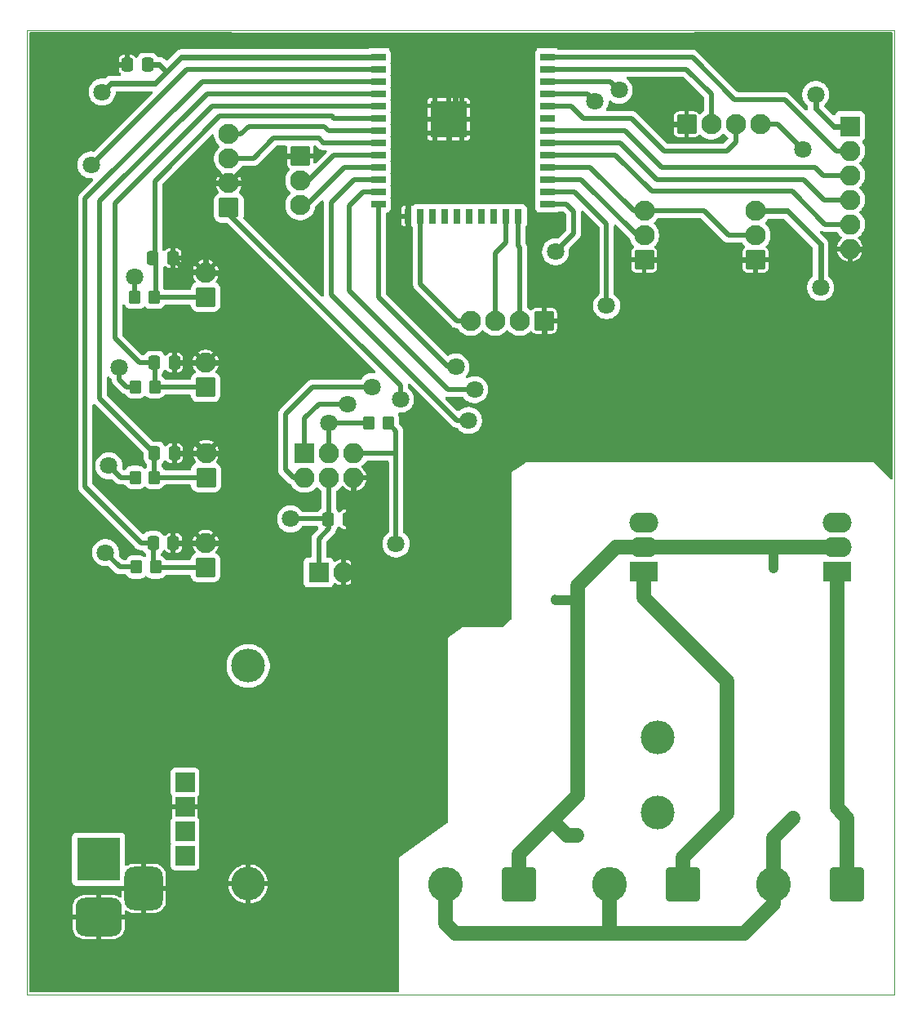
<source format=gbr>
%TF.GenerationSoftware,KiCad,Pcbnew,9.0.2*%
%TF.CreationDate,2025-06-12T16:32:13-03:00*%
%TF.ProjectId,v0.2,76302e32-2e6b-4696-9361-645f70636258,rev?*%
%TF.SameCoordinates,Original*%
%TF.FileFunction,Copper,L1,Top*%
%TF.FilePolarity,Positive*%
%FSLAX46Y46*%
G04 Gerber Fmt 4.6, Leading zero omitted, Abs format (unit mm)*
G04 Created by KiCad (PCBNEW 9.0.2) date 2025-06-12 16:32:13*
%MOMM*%
%LPD*%
G01*
G04 APERTURE LIST*
G04 Aperture macros list*
%AMRoundRect*
0 Rectangle with rounded corners*
0 $1 Rounding radius*
0 $2 $3 $4 $5 $6 $7 $8 $9 X,Y pos of 4 corners*
0 Add a 4 corners polygon primitive as box body*
4,1,4,$2,$3,$4,$5,$6,$7,$8,$9,$2,$3,0*
0 Add four circle primitives for the rounded corners*
1,1,$1+$1,$2,$3*
1,1,$1+$1,$4,$5*
1,1,$1+$1,$6,$7*
1,1,$1+$1,$8,$9*
0 Add four rect primitives between the rounded corners*
20,1,$1+$1,$2,$3,$4,$5,0*
20,1,$1+$1,$4,$5,$6,$7,0*
20,1,$1+$1,$6,$7,$8,$9,0*
20,1,$1+$1,$8,$9,$2,$3,0*%
G04 Aperture macros list end*
%TA.AperFunction,Conductor*%
%ADD10C,0.200000*%
%TD*%
%TA.AperFunction,ComponentPad*%
%ADD11R,3.000000X2.100000*%
%TD*%
%TA.AperFunction,ComponentPad*%
%ADD12O,3.000000X2.100000*%
%TD*%
%TA.AperFunction,ComponentPad*%
%ADD13C,3.500000*%
%TD*%
%TA.AperFunction,ComponentPad*%
%ADD14O,3.500000X3.500000*%
%TD*%
%TA.AperFunction,SMDPad,CuDef*%
%ADD15RoundRect,0.250000X-0.350000X-0.450000X0.350000X-0.450000X0.350000X0.450000X-0.350000X0.450000X0*%
%TD*%
%TA.AperFunction,SMDPad,CuDef*%
%ADD16RoundRect,0.250000X-0.337500X-0.475000X0.337500X-0.475000X0.337500X0.475000X-0.337500X0.475000X0*%
%TD*%
%TA.AperFunction,SMDPad,CuDef*%
%ADD17RoundRect,0.250000X0.337500X0.475000X-0.337500X0.475000X-0.337500X-0.475000X0.337500X-0.475000X0*%
%TD*%
%TA.AperFunction,ComponentPad*%
%ADD18R,4.500000X4.500000*%
%TD*%
%TA.AperFunction,ComponentPad*%
%ADD19RoundRect,1.000000X1.400000X-1.000000X1.400000X1.000000X-1.400000X1.000000X-1.400000X-1.000000X0*%
%TD*%
%TA.AperFunction,ComponentPad*%
%ADD20RoundRect,1.000000X1.000000X-1.250000X1.000000X1.250000X-1.000000X1.250000X-1.000000X-1.250000X0*%
%TD*%
%TA.AperFunction,SMDPad,CuDef*%
%ADD21RoundRect,0.250000X0.350000X0.450000X-0.350000X0.450000X-0.350000X-0.450000X0.350000X-0.450000X0*%
%TD*%
%TA.AperFunction,SMDPad,CuDef*%
%ADD22R,1.500000X0.800000*%
%TD*%
%TA.AperFunction,SMDPad,CuDef*%
%ADD23R,0.800000X1.500000*%
%TD*%
%TA.AperFunction,SMDPad,CuDef*%
%ADD24R,0.900000X0.900000*%
%TD*%
%TA.AperFunction,HeatsinkPad*%
%ADD25C,0.600000*%
%TD*%
%TA.AperFunction,SMDPad,CuDef*%
%ADD26R,3.800000X3.800000*%
%TD*%
%TA.AperFunction,ComponentPad*%
%ADD27RoundRect,0.301724X0.748276X-0.748276X0.748276X0.748276X-0.748276X0.748276X-0.748276X-0.748276X0*%
%TD*%
%TA.AperFunction,ComponentPad*%
%ADD28C,2.100000*%
%TD*%
%TA.AperFunction,ComponentPad*%
%ADD29RoundRect,0.428573X1.371427X1.371427X-1.371427X1.371427X-1.371427X-1.371427X1.371427X-1.371427X0*%
%TD*%
%TA.AperFunction,ComponentPad*%
%ADD30O,3.600000X3.600000*%
%TD*%
%TA.AperFunction,ComponentPad*%
%ADD31RoundRect,0.301724X0.748276X0.748276X-0.748276X0.748276X-0.748276X-0.748276X0.748276X-0.748276X0*%
%TD*%
%TA.AperFunction,ComponentPad*%
%ADD32RoundRect,0.301724X-0.748276X-0.748276X0.748276X-0.748276X0.748276X0.748276X-0.748276X0.748276X0*%
%TD*%
%TA.AperFunction,ComponentPad*%
%ADD33R,2.000000X2.000000*%
%TD*%
%TA.AperFunction,ComponentPad*%
%ADD34RoundRect,0.301724X-0.748276X0.748276X-0.748276X-0.748276X0.748276X-0.748276X0.748276X0.748276X0*%
%TD*%
%TA.AperFunction,ComponentPad*%
%ADD35R,2.100000X2.100000*%
%TD*%
%TA.AperFunction,ComponentPad*%
%ADD36O,2.100000X2.100000*%
%TD*%
%TA.AperFunction,ViaPad*%
%ADD37C,1.800000*%
%TD*%
%TA.AperFunction,ViaPad*%
%ADD38C,0.800000*%
%TD*%
%TA.AperFunction,ViaPad*%
%ADD39C,0.600000*%
%TD*%
%TA.AperFunction,Conductor*%
%ADD40C,0.500000*%
%TD*%
%TA.AperFunction,Conductor*%
%ADD41C,0.600000*%
%TD*%
%TA.AperFunction,Conductor*%
%ADD42C,1.500000*%
%TD*%
%TA.AperFunction,Conductor*%
%ADD43C,1.000000*%
%TD*%
%TA.AperFunction,Profile*%
%ADD44C,0.050000*%
%TD*%
G04 APERTURE END LIST*
%TO.N,GND*%
D10*
X65120000Y-60550000D02*
X67970000Y-60550000D01*
X67970000Y-61350000D01*
X65120000Y-61350000D01*
X65120000Y-60550000D01*
%TA.AperFunction,Conductor*%
G36*
X65120000Y-60550000D02*
G01*
X67970000Y-60550000D01*
X67970000Y-61350000D01*
X65120000Y-61350000D01*
X65120000Y-60550000D01*
G37*
%TD.AperFunction*%
X82570000Y-60600000D02*
X85420000Y-60600000D01*
X85420000Y-61400000D01*
X82570000Y-61400000D01*
X82570000Y-60600000D01*
%TA.AperFunction,Conductor*%
G36*
X82570000Y-60600000D02*
G01*
X85420000Y-60600000D01*
X85420000Y-61400000D01*
X82570000Y-61400000D01*
X82570000Y-60600000D01*
G37*
%TD.AperFunction*%
%TD*%
D11*
%TO.P,Q1,1,A1*%
%TO.N,Net-(J14-Pin_1)*%
X94000000Y-116200000D03*
D12*
%TO.P,Q1,2,A2*%
%TO.N,/FASE*%
X94000000Y-113660000D03*
%TO.P,Q1,3,G*%
%TO.N,Net-(Q1-G)*%
X94000000Y-111120000D03*
%TD*%
%TO.P,Q2,3,G*%
%TO.N,Net-(Q2-G)*%
X114000000Y-111120000D03*
D11*
%TO.P,Q2,1,A1*%
%TO.N,Net-(J15-Pin_1)*%
X114000000Y-116200000D03*
D12*
%TO.P,Q2,2,A2*%
%TO.N,/FASE*%
X114000000Y-113660000D03*
%TD*%
D13*
%TO.P,PS1,1,AC/L*%
%TO.N,/FASE*%
X95432500Y-141150000D03*
D14*
%TO.P,PS1,2,AC/N*%
%TO.N,/NEUTRO*%
X95432500Y-133350000D03*
%TO.P,PS1,3,-Vout*%
%TO.N,GND*%
X52932500Y-148550000D03*
%TO.P,PS1,4,+Vout*%
%TO.N,Net-(PS1-+Vout)*%
X52932500Y-125950000D03*
%TD*%
D15*
%TO.P,R2,1*%
%TO.N,+3.3V*%
X41200000Y-106400000D03*
%TO.P,R2,2*%
%TO.N,/In2*%
X43200000Y-106400000D03*
%TD*%
D16*
%TO.P,C5,1*%
%TO.N,/In4*%
X43032500Y-83650000D03*
%TO.P,C5,2*%
%TO.N,GND*%
X45107500Y-83650000D03*
%TD*%
D17*
%TO.P,C1,1*%
%TO.N,+3.3V*%
X42457500Y-63600000D03*
%TO.P,C1,2*%
%TO.N,GND*%
X40382500Y-63600000D03*
%TD*%
D15*
%TO.P,R1,1*%
%TO.N,+3.3V*%
X41320000Y-115700000D03*
%TO.P,R1,2*%
%TO.N,/In1*%
X43320000Y-115700000D03*
%TD*%
D16*
%TO.P,C7,1*%
%TO.N,/EN*%
X61212500Y-110750000D03*
%TO.P,C7,2*%
%TO.N,GND*%
X63287500Y-110750000D03*
%TD*%
D18*
%TO.P,J17,1*%
%TO.N,Net-(PS1-+Vout)*%
X37400000Y-146000000D03*
D19*
%TO.P,J17,2*%
%TO.N,GND*%
X37400000Y-152000000D03*
D20*
%TO.P,J17,3*%
X42100000Y-149000000D03*
%TD*%
D21*
%TO.P,R5,1*%
%TO.N,+3.3V*%
X67470000Y-100750000D03*
%TO.P,R5,2*%
%TO.N,/DTR*%
X65470000Y-100750000D03*
%TD*%
D22*
%TO.P,U1,1,GND*%
%TO.N,GND*%
X66470000Y-61550000D03*
%TO.P,U1,2,VDD*%
%TO.N,+3.3V*%
X66470000Y-62820000D03*
%TO.P,U1,3,EN*%
%TO.N,/EN*%
X66470000Y-64090000D03*
%TO.P,U1,4,SENSOR_VP*%
%TO.N,/In1*%
X66470000Y-65360000D03*
%TO.P,U1,5,SENSOR_VN*%
%TO.N,/In2*%
X66470000Y-66630000D03*
%TO.P,U1,6,IO34*%
%TO.N,/In3*%
X66470000Y-67900000D03*
%TO.P,U1,7,IO35*%
%TO.N,/In4*%
X66470000Y-69170000D03*
%TO.P,U1,8,IO32*%
%TO.N,/SDA*%
X66470000Y-70440000D03*
%TO.P,U1,9,IO33*%
%TO.N,/SCL*%
X66470000Y-71710000D03*
%TO.P,U1,10,IO25*%
%TO.N,/DAC_P*%
X66470000Y-72980000D03*
%TO.P,U1,11,IO26*%
%TO.N,/DAC_N*%
X66470000Y-74250000D03*
%TO.P,U1,12,IO27*%
%TO.N,/TRIAC_A*%
X66470000Y-75520000D03*
%TO.P,U1,13,IO14*%
%TO.N,/TRIAC_B*%
X66470000Y-76790000D03*
%TO.P,U1,14,IO12*%
%TO.N,/ZERO*%
X66470000Y-78060000D03*
D23*
%TO.P,U1,15,GND*%
%TO.N,GND*%
X69510000Y-79310000D03*
%TO.P,U1,16,IO13*%
%TO.N,/EN_A*%
X70780000Y-79310000D03*
%TO.P,U1,17,SHD/SD2*%
%TO.N,unconnected-(U1-SHD{slash}SD2-Pad17)*%
X72050000Y-79310000D03*
%TO.P,U1,18,SWP/SD3*%
%TO.N,unconnected-(U1-SWP{slash}SD3-Pad18)*%
X73320000Y-79310000D03*
%TO.P,U1,19,SCS/CMD*%
%TO.N,unconnected-(U1-SCS{slash}CMD-Pad19)*%
X74590000Y-79310000D03*
%TO.P,U1,20,SCK/CLK*%
%TO.N,unconnected-(U1-SCK{slash}CLK-Pad20)*%
X75860000Y-79310000D03*
%TO.P,U1,21,SDO/SD0*%
%TO.N,unconnected-(U1-SDO{slash}SD0-Pad21)*%
X77130000Y-79310000D03*
%TO.P,U1,22,SDI/SD1*%
%TO.N,unconnected-(U1-SDI{slash}SD1-Pad22)*%
X78400000Y-79310000D03*
%TO.P,U1,23,IO15*%
%TO.N,/IN_A_P*%
X79670000Y-79310000D03*
%TO.P,U1,24,IO2*%
%TO.N,/IN_A_N*%
X80940000Y-79310000D03*
D22*
%TO.P,U1,25,IO0*%
%TO.N,/DTR*%
X83970000Y-78060000D03*
%TO.P,U1,26,IO4*%
%TO.N,/EN_B*%
X83970000Y-76790000D03*
%TO.P,U1,27,IO16*%
%TO.N,/RX2*%
X83970000Y-75520000D03*
%TO.P,U1,28,IO17*%
%TO.N,/D_led*%
X83970000Y-74250000D03*
%TO.P,U1,29,IO5*%
%TO.N,/CE*%
X83970000Y-72980000D03*
%TO.P,U1,30,IO18*%
%TO.N,/CLK*%
X83970000Y-71710000D03*
%TO.P,U1,31,IO19*%
%TO.N,/MISO*%
X83970000Y-70440000D03*
%TO.P,U1,32,NC*%
%TO.N,unconnected-(U1-NC-Pad32)*%
X83970000Y-69170000D03*
%TO.P,U1,33,IO21*%
%TO.N,/IN_B_P*%
X83970000Y-67900000D03*
%TO.P,U1,34,RXD0/IO3*%
%TO.N,/RXD0*%
X83970000Y-66630000D03*
%TO.P,U1,35,TXD0/IO1*%
%TO.N,/TXD0*%
X83970000Y-65360000D03*
%TO.P,U1,36,IO22*%
%TO.N,/IN_B_N*%
X83970000Y-64090000D03*
%TO.P,U1,37,IO23*%
%TO.N,/MOSI*%
X83970000Y-62820000D03*
%TO.P,U1,38,GND*%
%TO.N,GND*%
X83970000Y-61550000D03*
D24*
%TO.P,U1,39,GND*%
X72320000Y-67870000D03*
D25*
X72320000Y-68570000D03*
D24*
X72320000Y-69270000D03*
D25*
X72320000Y-69970000D03*
D24*
X72320000Y-70670000D03*
D25*
X73020000Y-67870000D03*
X73020000Y-69270000D03*
X73020000Y-70670000D03*
X73695000Y-68570000D03*
X73695000Y-69970000D03*
D24*
X73720000Y-67870000D03*
X73720000Y-69270000D03*
D26*
X73720000Y-69270000D03*
D24*
X73720000Y-70670000D03*
D25*
X74420000Y-67870000D03*
X74420000Y-69270000D03*
X74420000Y-70670000D03*
D24*
X75120000Y-67870000D03*
D25*
X75120000Y-68570000D03*
D24*
X75120000Y-69270000D03*
D25*
X75120000Y-69970000D03*
D24*
X75120000Y-70670000D03*
%TD*%
D15*
%TO.P,R4,1*%
%TO.N,+3.3V*%
X41182500Y-87740000D03*
%TO.P,R4,2*%
%TO.N,/In4*%
X43182500Y-87740000D03*
%TD*%
%TO.P,R3,1*%
%TO.N,+3.3V*%
X41220000Y-97000000D03*
%TO.P,R3,2*%
%TO.N,/In3*%
X43220000Y-97000000D03*
%TD*%
D16*
%TO.P,C2,1*%
%TO.N,/In1*%
X43082500Y-113200000D03*
%TO.P,C2,2*%
%TO.N,GND*%
X45157500Y-113200000D03*
%TD*%
%TO.P,C3,1*%
%TO.N,/In2*%
X43182500Y-103900000D03*
%TO.P,C3,2*%
%TO.N,GND*%
X45257500Y-103900000D03*
%TD*%
%TO.P,C4,1*%
%TO.N,/In3*%
X43182500Y-94500000D03*
%TO.P,C4,2*%
%TO.N,GND*%
X45257500Y-94500000D03*
%TD*%
D27*
%TO.P,J6,1,Pin_1*%
%TO.N,GND*%
X105570000Y-83850000D03*
D28*
%TO.P,J6,2,Pin_2*%
%TO.N,/D_led*%
X105570000Y-81310000D03*
%TO.P,J6,3,Pin_3*%
%TO.N,+3.3V_fused*%
X105570000Y-78770000D03*
%TD*%
D29*
%TO.P,J15,1,Pin_1*%
%TO.N,Net-(J15-Pin_1)*%
X115062000Y-148590000D03*
D30*
%TO.P,J15,2,Pin_2*%
%TO.N,/NEUTRO*%
X107442000Y-148590000D03*
%TD*%
D27*
%TO.P,J3,1,Pin_1*%
%TO.N,/In2*%
X48557500Y-106400000D03*
D28*
%TO.P,J3,2,Pin_2*%
%TO.N,GND*%
X48557500Y-103860000D03*
%TD*%
D27*
%TO.P,J11,1,Pin_1*%
%TO.N,+3.3V_fused*%
X50920000Y-78450000D03*
D28*
%TO.P,J11,2,Pin_2*%
%TO.N,GND*%
X50920000Y-75910000D03*
%TO.P,J11,3,Pin_3*%
%TO.N,/SCL*%
X50920000Y-73370000D03*
%TO.P,J11,4,Pin_4*%
%TO.N,/SDA*%
X50920000Y-70830000D03*
%TD*%
D31*
%TO.P,J9,1,Pin_1*%
%TO.N,GND*%
X83620000Y-90150000D03*
D28*
%TO.P,J9,2,Pin_2*%
%TO.N,/IN_A_N*%
X81080000Y-90150000D03*
%TO.P,J9,3,Pin_3*%
%TO.N,/IN_A_P*%
X78540000Y-90150000D03*
%TO.P,J9,4,Pin_4*%
%TO.N,/EN_A*%
X76000000Y-90150000D03*
%TD*%
D32*
%TO.P,J10,1,Pin_1*%
%TO.N,GND*%
X98420000Y-69800000D03*
D28*
%TO.P,J10,2,Pin_2*%
%TO.N,/IN_B_N*%
X100960000Y-69800000D03*
%TO.P,J10,3,Pin_3*%
%TO.N,/IN_B_P*%
X103500000Y-69800000D03*
%TO.P,J10,4,Pin_4*%
%TO.N,/EN_B*%
X106040000Y-69800000D03*
%TD*%
D27*
%TO.P,J2,1,Pin_1*%
%TO.N,/In1*%
X48507500Y-115750000D03*
D28*
%TO.P,J2,2,Pin_2*%
%TO.N,GND*%
X48507500Y-113210000D03*
%TD*%
D29*
%TO.P,J16,1,Pin_1*%
%TO.N,/FASE*%
X81026000Y-148590000D03*
D30*
%TO.P,J16,2,Pin_2*%
%TO.N,/NEUTRO*%
X73406000Y-148590000D03*
%TD*%
D27*
%TO.P,J5,1,Pin_1*%
%TO.N,/In4*%
X48520000Y-87700000D03*
D28*
%TO.P,J5,2,Pin_2*%
%TO.N,GND*%
X48520000Y-85160000D03*
%TD*%
D33*
%TO.P,U6,EN,EN*%
%TO.N,Net-(PS1-+Vout)*%
X46357500Y-145632500D03*
%TO.P,U6,GND,GND*%
%TO.N,GND*%
X46357500Y-140552500D03*
%TO.P,U6,IN+,IN+*%
%TO.N,Net-(PS1-+Vout)*%
X46357500Y-143092500D03*
%TO.P,U6,VO+,VO+*%
%TO.N,+3.3V*%
X46357500Y-138012500D03*
%TD*%
D27*
%TO.P,J4,1,Pin_1*%
%TO.N,/In3*%
X48507500Y-97050000D03*
D28*
%TO.P,J4,2,Pin_2*%
%TO.N,GND*%
X48507500Y-94510000D03*
%TD*%
D34*
%TO.P,J12,1,Pin_1*%
%TO.N,GND*%
X58320000Y-73100000D03*
D28*
%TO.P,J12,2,Pin_2*%
%TO.N,/DAC_P*%
X58320000Y-75640000D03*
%TO.P,J12,3,Pin_3*%
%TO.N,/DAC_N*%
X58320000Y-78180000D03*
%TD*%
D29*
%TO.P,J14,1,Pin_1*%
%TO.N,Net-(J14-Pin_1)*%
X98044000Y-148590000D03*
D30*
%TO.P,J14,2,Pin_2*%
%TO.N,/NEUTRO*%
X90424000Y-148590000D03*
%TD*%
D35*
%TO.P,J1,1,Pin_1*%
%TO.N,/RXD0*%
X58780000Y-103910000D03*
D36*
%TO.P,J1,2,Pin_2*%
%TO.N,/TXD0*%
X58780000Y-106450000D03*
%TO.P,J1,3,Pin_3*%
%TO.N,/DTR*%
X61320000Y-103910000D03*
%TO.P,J1,4,Pin_4*%
%TO.N,/EN*%
X61320000Y-106450000D03*
%TO.P,J1,5,Pin_5*%
%TO.N,+3.3V*%
X63860000Y-103910000D03*
%TO.P,J1,6,Pin_6*%
%TO.N,GND*%
X63860000Y-106450000D03*
%TD*%
D35*
%TO.P,J7,1,Pin_1*%
%TO.N,/EN*%
X60250000Y-116250000D03*
D36*
%TO.P,J7,2,Pin_2*%
%TO.N,GND*%
X62790000Y-116250000D03*
%TD*%
D27*
%TO.P,J13,1,Pin_1*%
%TO.N,GND*%
X94020000Y-83850000D03*
D28*
%TO.P,J13,2,Pin_2*%
%TO.N,/RX2*%
X94020000Y-81310000D03*
%TO.P,J13,3,Pin_3*%
%TO.N,/D_led*%
X94020000Y-78770000D03*
%TD*%
D35*
%TO.P,J8,1,Pin_1*%
%TO.N,+3.3V_fused*%
X115370000Y-70000000D03*
D36*
%TO.P,J8,2,Pin_2*%
%TO.N,/MOSI*%
X115370000Y-72540000D03*
%TO.P,J8,3,Pin_3*%
%TO.N,/MISO*%
X115370000Y-75080000D03*
%TO.P,J8,4,Pin_4*%
%TO.N,/CLK*%
X115370000Y-77620000D03*
%TO.P,J8,5,Pin_5*%
%TO.N,/CE*%
X115370000Y-80160000D03*
%TO.P,J8,6,Pin_6*%
%TO.N,GND*%
X115370000Y-82700000D03*
%TD*%
D37*
%TO.N,+3.3V*%
X38470000Y-105200000D03*
X41170000Y-85600000D03*
X38120000Y-114200000D03*
X39520000Y-95000000D03*
X37770000Y-66450000D03*
X68270000Y-113300000D03*
%TO.N,GND*%
X54400000Y-114400000D03*
X107000000Y-62400000D03*
X34220000Y-66400000D03*
X94220000Y-67300000D03*
X68970000Y-84300000D03*
X42000000Y-140500000D03*
X98770000Y-82000000D03*
X36200000Y-124200000D03*
X76400000Y-105600000D03*
X61976000Y-156210000D03*
X113600000Y-92800000D03*
X58070000Y-92450000D03*
%TO.N,/EN*%
X36620001Y-73999999D03*
X57320000Y-110700000D03*
D38*
%TO.N,/NEUTRO*%
X109474000Y-141732000D03*
%TO.N,/FASE*%
X84709000Y-118999000D03*
D39*
X87000000Y-143500000D03*
D38*
X107442000Y-115824000D03*
D37*
%TO.N,+3.3V_fused*%
X68720000Y-98300000D03*
X112320000Y-86700000D03*
X111820000Y-66700000D03*
%TO.N,/DTR*%
X61320000Y-100800000D03*
X84820000Y-83000000D03*
%TO.N,/TXD0*%
X91420000Y-66250000D03*
X65800000Y-97000004D03*
%TO.N,/RXD0*%
X63200000Y-98799998D03*
X88920000Y-67400000D03*
%TO.N,/EN_B*%
X110470002Y-72400000D03*
X90120000Y-88600000D03*
%TO.N,/TRIAC_A*%
X75800006Y-100500000D03*
%TO.N,/TRIAC_B*%
X76420000Y-97300000D03*
%TO.N,/ZERO*%
X74470000Y-94950000D03*
%TD*%
D40*
%TO.N,+3.3V*%
X41182500Y-87740000D02*
X41182500Y-85612500D01*
D41*
X46000000Y-62820000D02*
X66470000Y-62820000D01*
D40*
X41320000Y-115700000D02*
X39620000Y-115700000D01*
X39670000Y-106400000D02*
X38470000Y-105200000D01*
X41182500Y-85612500D02*
X41170000Y-85600000D01*
D41*
X37770000Y-66450000D02*
X38670000Y-65550000D01*
D40*
X39520000Y-96250000D02*
X39520000Y-95000000D01*
D41*
X43270000Y-65550000D02*
X44820000Y-64000000D01*
D40*
X41220000Y-97000000D02*
X40270000Y-97000000D01*
D41*
X38670000Y-65550000D02*
X43270000Y-65550000D01*
X44470000Y-64350000D02*
X43720000Y-63600000D01*
D40*
X41200000Y-106400000D02*
X39670000Y-106400000D01*
X40270000Y-97000000D02*
X39520000Y-96250000D01*
X68270000Y-113300000D02*
X68270000Y-101650000D01*
D41*
X44820000Y-64000000D02*
X46000000Y-62820000D01*
X43720000Y-63600000D02*
X42457500Y-63600000D01*
D40*
X39620000Y-115700000D02*
X38120000Y-114200000D01*
X63860000Y-103910000D02*
X68270000Y-103910000D01*
X68270000Y-101650000D02*
X67470000Y-100750000D01*
D41*
%TO.N,GND*%
X39070000Y-61550000D02*
X74420000Y-61550000D01*
X118200000Y-65000000D02*
X115600000Y-62400000D01*
X69510000Y-87190000D02*
X75520000Y-93200000D01*
X50920000Y-75910000D02*
X49360000Y-75910000D01*
X48520000Y-76750000D02*
X48520000Y-85160000D01*
X95920000Y-88862096D02*
X92907096Y-91875000D01*
X94220000Y-68220000D02*
X94220000Y-67300000D01*
X34220000Y-66400000D02*
X39070000Y-61550000D01*
X39120000Y-63600000D02*
X38070000Y-62550000D01*
X63857500Y-110430000D02*
X63857500Y-106452500D01*
X63860002Y-117739998D02*
X63860002Y-116250000D01*
X83620000Y-91650000D02*
X83395000Y-91875000D01*
X51220000Y-104700000D02*
X51220000Y-111900000D01*
X69510000Y-79310000D02*
X69510000Y-87190000D01*
X50920000Y-75910000D02*
X53060000Y-75910000D01*
X45257500Y-94500000D02*
X48497500Y-94500000D01*
X46557500Y-85100000D02*
X48460000Y-85100000D01*
X92907096Y-91875000D02*
X83395000Y-91875000D01*
X45257500Y-103900000D02*
X48517500Y-103900000D01*
X63860000Y-115180000D02*
X63860000Y-110750000D01*
X50380000Y-103860000D02*
X51220000Y-104700000D01*
X106150000Y-61550000D02*
X107000000Y-62400000D01*
X74420000Y-67870000D02*
X74420000Y-61550000D01*
X105570000Y-83850000D02*
X94020000Y-83850000D01*
X98420000Y-69800000D02*
X95800000Y-69800000D01*
X95920000Y-83850000D02*
X95920000Y-88862096D01*
X48517500Y-103900000D02*
X48557500Y-103860000D01*
X51220000Y-111900000D02*
X49910000Y-113210000D01*
D40*
X63287500Y-110750000D02*
X63860000Y-110750000D01*
D41*
X95800000Y-69800000D02*
X94220000Y-68220000D01*
X48497500Y-94500000D02*
X48507500Y-94510000D01*
X51220000Y-95700000D02*
X50030000Y-94510000D01*
X63860000Y-110432500D02*
X63857500Y-110430000D01*
X50030000Y-94510000D02*
X48507500Y-94510000D01*
X50110000Y-94510000D02*
X48507500Y-94510000D01*
X48557500Y-103860000D02*
X50160000Y-103860000D01*
X40382500Y-63600000D02*
X39120000Y-63600000D01*
X50160000Y-103860000D02*
X51220000Y-102800000D01*
X115600000Y-62400000D02*
X107000000Y-62400000D01*
X48460000Y-85100000D02*
X48520000Y-85160000D01*
X50280000Y-85160000D02*
X51220000Y-86100000D01*
X49360000Y-75910000D02*
X48520000Y-76750000D01*
X83620000Y-90150000D02*
X83620000Y-91650000D01*
X63860002Y-116250000D02*
X62790000Y-116250000D01*
X55870000Y-73100000D02*
X58320000Y-73100000D01*
X55500000Y-118800000D02*
X62800000Y-118800000D01*
X49910000Y-113210000D02*
X48507500Y-113210000D01*
X63860000Y-110750000D02*
X63860000Y-110432500D01*
X75520000Y-93200000D02*
X82070000Y-93200000D01*
X51220000Y-93400000D02*
X50110000Y-94510000D01*
X45157500Y-113200000D02*
X48497500Y-113200000D01*
X51220000Y-102800000D02*
X51220000Y-95700000D01*
X49910000Y-113210000D02*
X55500000Y-118800000D01*
X69510000Y-76960000D02*
X69510000Y-79310000D01*
X45107500Y-83650000D02*
X46557500Y-85100000D01*
X63860002Y-116250000D02*
X63860002Y-115260000D01*
X115370000Y-82700000D02*
X116900000Y-82700000D01*
X48497500Y-113200000D02*
X48507500Y-113210000D01*
X83970000Y-61550000D02*
X106150000Y-61550000D01*
X83970000Y-61550000D02*
X74420000Y-61550000D01*
X48557500Y-103860000D02*
X50380000Y-103860000D01*
X82070000Y-93200000D02*
X83395000Y-91875000D01*
X48520000Y-85160000D02*
X50280000Y-85160000D01*
X62800000Y-118800000D02*
X63860002Y-117739998D01*
X53060000Y-75910000D02*
X55870000Y-73100000D01*
X118200000Y-81400000D02*
X118200000Y-65000000D01*
X51220000Y-86100000D02*
X51220000Y-93400000D01*
X73720000Y-69270000D02*
X73720000Y-72750000D01*
X116900000Y-82700000D02*
X118200000Y-81400000D01*
X73720000Y-72750000D02*
X69510000Y-76960000D01*
D40*
%TO.N,/In1*%
X48160000Y-65360000D02*
X36020000Y-77500000D01*
X41820000Y-113200000D02*
X43082500Y-113200000D01*
X43082500Y-113200000D02*
X43082500Y-115462500D01*
X36020000Y-107400000D02*
X41820000Y-113200000D01*
X43082500Y-115462500D02*
X43320000Y-115700000D01*
X66470000Y-65360000D02*
X48160000Y-65360000D01*
X36020000Y-77500000D02*
X36020000Y-107400000D01*
X48507500Y-115750000D02*
X43370000Y-115750000D01*
X43370000Y-115750000D02*
X43320000Y-115700000D01*
%TO.N,/In2*%
X37520000Y-77750000D02*
X37520000Y-98237500D01*
X43182500Y-103900000D02*
X43182500Y-106382500D01*
X43182500Y-106382500D02*
X43200000Y-106400000D01*
X37520000Y-98237500D02*
X43182500Y-103900000D01*
X48640000Y-66630000D02*
X37520000Y-77750000D01*
X66470000Y-66630000D02*
X48640000Y-66630000D01*
X43200000Y-106400000D02*
X48557500Y-106400000D01*
%TO.N,/In3*%
X39120000Y-91950000D02*
X41670000Y-94500000D01*
X48507500Y-97050000D02*
X43270000Y-97050000D01*
X41670000Y-94500000D02*
X43182500Y-94500000D01*
X43220000Y-97000000D02*
X43220000Y-94537500D01*
X43270000Y-97050000D02*
X43220000Y-97000000D01*
X43220000Y-94537500D02*
X43182500Y-94500000D01*
X39120000Y-78000000D02*
X39120000Y-91950000D01*
X66470000Y-67900000D02*
X49220000Y-67900000D01*
X49220000Y-67900000D02*
X39120000Y-78000000D01*
%TO.N,/In4*%
X43382500Y-87540000D02*
X43182500Y-87740000D01*
X43032500Y-83650000D02*
X43232500Y-83450000D01*
X43382500Y-84000000D02*
X43382500Y-87540000D01*
X43232500Y-75687500D02*
X49970000Y-68950000D01*
X49970000Y-68950000D02*
X61600000Y-68950000D01*
X61820000Y-69170000D02*
X66470000Y-69170000D01*
X61600000Y-68950000D02*
X61820000Y-69170000D01*
X43182500Y-87740000D02*
X48480000Y-87740000D01*
X43232500Y-83450000D02*
X43232500Y-75687500D01*
X43032500Y-83650000D02*
X43382500Y-84000000D01*
X48480000Y-87740000D02*
X48520000Y-87700000D01*
%TO.N,/EN*%
X60250000Y-116250000D02*
X60250000Y-112750000D01*
X61320000Y-106450000D02*
X61320000Y-110607500D01*
X61320000Y-111680000D02*
X61320000Y-110650000D01*
X61270000Y-110700000D02*
X61320000Y-110650000D01*
X57320000Y-110700000D02*
X61270000Y-110700000D01*
X60250000Y-112750000D02*
X61320000Y-111680000D01*
X66470000Y-64090000D02*
X46530000Y-64090000D01*
X46530000Y-64090000D02*
X36620001Y-73999999D01*
D42*
%TO.N,/NEUTRO*%
X107442000Y-148590000D02*
X107442000Y-150622000D01*
X73406000Y-152636000D02*
X74440000Y-153670000D01*
X107442000Y-150622000D02*
X104394000Y-153670000D01*
X90424000Y-148590000D02*
X90424000Y-153416000D01*
X74440000Y-153670000D02*
X90678000Y-153670000D01*
X109474000Y-141732000D02*
X107442000Y-143764000D01*
X104394000Y-153670000D02*
X90678000Y-153670000D01*
X73406000Y-148590000D02*
X73406000Y-152636000D01*
X107442000Y-143764000D02*
X107442000Y-147838000D01*
X90424000Y-153416000D02*
X90678000Y-153670000D01*
%TO.N,/FASE*%
X87122000Y-117602000D02*
X91064000Y-113660000D01*
X84500000Y-142000000D02*
X81026000Y-145474000D01*
X114000000Y-113660000D02*
X107442000Y-113660000D01*
X91064000Y-113660000D02*
X94000000Y-113660000D01*
X87122000Y-119126000D02*
X87122000Y-117602000D01*
X84500000Y-142000000D02*
X86000000Y-143500000D01*
X86000000Y-143500000D02*
X87000000Y-143500000D01*
D43*
X84836000Y-119126000D02*
X87122000Y-119126000D01*
D42*
X107442000Y-113660000D02*
X94000000Y-113660000D01*
X87122000Y-119126000D02*
X87122000Y-139378000D01*
X81026000Y-145474000D02*
X81026000Y-148590000D01*
X87122000Y-139378000D02*
X84500000Y-142000000D01*
D43*
X107442000Y-115824000D02*
X107442000Y-113660000D01*
D41*
X84709000Y-118999000D02*
X84836000Y-119126000D01*
D40*
%TO.N,/D_led*%
X102770000Y-81310000D02*
X105570000Y-81310000D01*
X92940000Y-78770000D02*
X100230000Y-78770000D01*
X88420000Y-74250000D02*
X92940000Y-78770000D01*
X100230000Y-78770000D02*
X102770000Y-81310000D01*
X83885000Y-74250000D02*
X88420000Y-74250000D01*
%TO.N,+3.3V_fused*%
X68720000Y-96900000D02*
X68720000Y-98300000D01*
D41*
X113670000Y-70000000D02*
X111820000Y-68150000D01*
X105570000Y-78770000D02*
X108840000Y-78770000D01*
X108840000Y-78770000D02*
X112320000Y-82250000D01*
D40*
X68720000Y-96900000D02*
X50920000Y-79100000D01*
X50920000Y-79100000D02*
X50920000Y-78450000D01*
D41*
X115370000Y-70000000D02*
X113670000Y-70000000D01*
X112320000Y-82250000D02*
X112320000Y-86700000D01*
X111820000Y-68150000D02*
X111820000Y-66700000D01*
D40*
%TO.N,/DTR*%
X61320000Y-103910000D02*
X61320000Y-100800000D01*
X86720000Y-81100000D02*
X86720000Y-78860000D01*
X84820000Y-83000000D02*
X86720000Y-81100000D01*
X86720000Y-78860000D02*
X85920000Y-78060000D01*
X65470000Y-100750000D02*
X61370000Y-100750000D01*
X85920000Y-78060000D02*
X83970000Y-78060000D01*
X61370000Y-100750000D02*
X61320000Y-100800000D01*
%TO.N,/TXD0*%
X90530000Y-65360000D02*
X91420000Y-66250000D01*
X58780000Y-106450000D02*
X57650000Y-106450000D01*
X59609996Y-97000004D02*
X65800000Y-97000004D01*
X56800000Y-105600000D02*
X56800000Y-99810000D01*
X83970000Y-65360000D02*
X90530000Y-65360000D01*
X57650000Y-106450000D02*
X56800000Y-105600000D01*
X56800000Y-99810000D02*
X59609996Y-97000004D01*
%TO.N,/RXD0*%
X60270002Y-98799998D02*
X63200000Y-98799998D01*
X58780000Y-100290000D02*
X60270002Y-98799998D01*
X83970000Y-66630000D02*
X88150000Y-66630000D01*
X88150000Y-66630000D02*
X88920000Y-67400000D01*
X58780000Y-103910000D02*
X58780000Y-100290000D01*
%TO.N,/CE*%
X91050000Y-72980000D02*
X94820000Y-76750000D01*
X94820000Y-76750000D02*
X109370000Y-76750000D01*
X83970000Y-72980000D02*
X91050000Y-72980000D01*
X109370000Y-76750000D02*
X112780000Y-80160000D01*
X112780000Y-80160000D02*
X115370000Y-80160000D01*
%TO.N,/CLK*%
X112690000Y-77620000D02*
X110570000Y-75500000D01*
X95320000Y-75500000D02*
X91530000Y-71710000D01*
X110570000Y-75500000D02*
X95320000Y-75500000D01*
X91530000Y-71710000D02*
X83970000Y-71710000D01*
X115370000Y-77620000D02*
X112690000Y-77620000D01*
%TO.N,/MOSI*%
X113940000Y-72540000D02*
X115370000Y-72540000D01*
X103400000Y-67200000D02*
X108600000Y-67200000D01*
X99020000Y-62820000D02*
X103400000Y-67200000D01*
X83970000Y-62820000D02*
X99020000Y-62820000D01*
X108600000Y-67200000D02*
X113940000Y-72540000D01*
%TO.N,/MISO*%
X111750000Y-74230000D02*
X95850000Y-74230000D01*
X92060000Y-70440000D02*
X83970000Y-70440000D01*
X115370000Y-75080000D02*
X112600000Y-75080000D01*
X112600000Y-75080000D02*
X111750000Y-74230000D01*
X95850000Y-74230000D02*
X92060000Y-70440000D01*
%TO.N,/IN_A_N*%
X81080000Y-82540000D02*
X80940000Y-82400000D01*
X81080000Y-90150000D02*
X81080000Y-82540000D01*
X80940000Y-82400000D02*
X80940000Y-79310000D01*
%TO.N,/IN_A_P*%
X78540000Y-90150000D02*
X78540000Y-83180000D01*
X79670000Y-82050000D02*
X79670000Y-79310000D01*
X78540000Y-83180000D02*
X79670000Y-82050000D01*
%TO.N,/EN_A*%
X70780000Y-86380000D02*
X74550000Y-90150000D01*
X74550000Y-90150000D02*
X76000000Y-90150000D01*
X70780000Y-79310000D02*
X70780000Y-86380000D01*
%TO.N,/IN_B_N*%
X98410000Y-64090000D02*
X83970000Y-64090000D01*
X100960000Y-69800000D02*
X100960000Y-66640000D01*
X100960000Y-66640000D02*
X98410000Y-64090000D01*
%TO.N,/EN_B*%
X90120000Y-80100000D02*
X90120000Y-88600000D01*
X83970000Y-76790000D02*
X86810000Y-76790000D01*
X86810000Y-76790000D02*
X90120000Y-80100000D01*
X106040000Y-69800000D02*
X107870002Y-69800000D01*
X107870002Y-69800000D02*
X110470002Y-72400000D01*
%TO.N,/IN_B_P*%
X103500000Y-71620000D02*
X103500000Y-69800000D01*
X92720000Y-69150000D02*
X96120000Y-72550000D01*
X87720000Y-69150000D02*
X92720000Y-69150000D01*
X102570000Y-72550000D02*
X103500000Y-71620000D01*
X86470000Y-67900000D02*
X87720000Y-69150000D01*
X96120000Y-72550000D02*
X102570000Y-72550000D01*
X83970000Y-67900000D02*
X86470000Y-67900000D01*
%TO.N,/SDA*%
X52980365Y-70000000D02*
X52150365Y-70830000D01*
X60820000Y-70000000D02*
X52980365Y-70000000D01*
X61260000Y-70440000D02*
X60820000Y-70000000D01*
X52150365Y-70830000D02*
X50920000Y-70830000D01*
X66370000Y-70440000D02*
X61260000Y-70440000D01*
%TO.N,/SCL*%
X60730000Y-71710000D02*
X66370000Y-71710000D01*
X60270000Y-71250000D02*
X60730000Y-71710000D01*
X53470000Y-73350000D02*
X55570000Y-71250000D01*
X50940000Y-73350000D02*
X53470000Y-73350000D01*
X55570000Y-71250000D02*
X60270000Y-71250000D01*
X50920000Y-73370000D02*
X50940000Y-73350000D01*
%TO.N,/DAC_P*%
X61840000Y-72980000D02*
X59180000Y-75640000D01*
X66370000Y-72980000D02*
X61840000Y-72980000D01*
X59180000Y-75640000D02*
X58320000Y-75640000D01*
%TO.N,/RX2*%
X87490000Y-75520000D02*
X93280000Y-81310000D01*
X83885000Y-75520000D02*
X87490000Y-75520000D01*
X93280000Y-81310000D02*
X94020000Y-81310000D01*
%TO.N,/TRIAC_A*%
X61520000Y-77900000D02*
X61520000Y-87450000D01*
X63900000Y-75520000D02*
X61520000Y-77900000D01*
X66370000Y-75520000D02*
X63900000Y-75520000D01*
X61520000Y-87450000D02*
X74570000Y-100500000D01*
X74570000Y-100500000D02*
X75800006Y-100500000D01*
%TO.N,/TRIAC_B*%
X73670000Y-97300000D02*
X76420000Y-97300000D01*
X66470000Y-76790000D02*
X64880000Y-76790000D01*
X63430000Y-87060000D02*
X73670000Y-97300000D01*
X63430000Y-78240000D02*
X63430000Y-87060000D01*
X64880000Y-76790000D02*
X63430000Y-78240000D01*
%TO.N,/DAC_N*%
X62920000Y-74250000D02*
X58990000Y-78180000D01*
X58990000Y-78180000D02*
X58320000Y-78180000D01*
X66370000Y-74250000D02*
X62920000Y-74250000D01*
%TO.N,/ZERO*%
X73670000Y-94950000D02*
X74470000Y-94950000D01*
X66470000Y-87750000D02*
X73670000Y-94950000D01*
X66470000Y-78060000D02*
X66470000Y-87750000D01*
D42*
%TO.N,Net-(J15-Pin_1)*%
X115062000Y-141732000D02*
X114000000Y-140670000D01*
X114000000Y-140670000D02*
X114000000Y-116200000D01*
X115062000Y-148590000D02*
X115062000Y-141732000D01*
%TO.N,Net-(J14-Pin_1)*%
X98044000Y-148590000D02*
X98044000Y-145796000D01*
X94000000Y-118892000D02*
X94000000Y-116200000D01*
X102616000Y-141224000D02*
X102616000Y-127508000D01*
X102616000Y-127508000D02*
X94000000Y-118892000D01*
X98044000Y-145796000D02*
X102616000Y-141224000D01*
%TD*%
%TA.AperFunction,Conductor*%
%TO.N,GND*%
G36*
X56917828Y-72020462D02*
G01*
X56972366Y-72075000D01*
X56992328Y-72149500D01*
X56987250Y-72188069D01*
X56985486Y-72194650D01*
X56970000Y-72312281D01*
X56970000Y-72850000D01*
X57829252Y-72850000D01*
X57807482Y-72887708D01*
X57770000Y-73027591D01*
X57770000Y-73172409D01*
X57807482Y-73312292D01*
X57829252Y-73350000D01*
X56970001Y-73350000D01*
X56970001Y-73887707D01*
X56985488Y-74005360D01*
X57046119Y-74151735D01*
X57142568Y-74277428D01*
X57142571Y-74277431D01*
X57204267Y-74324773D01*
X57251220Y-74385963D01*
X57261286Y-74462432D01*
X57231770Y-74533688D01*
X57218921Y-74548340D01*
X57137347Y-74629914D01*
X57137344Y-74629918D01*
X56993895Y-74827358D01*
X56993892Y-74827364D01*
X56883101Y-75044804D01*
X56883094Y-75044821D01*
X56832015Y-75202027D01*
X56807679Y-75276924D01*
X56769500Y-75517973D01*
X56769500Y-75762027D01*
X56807679Y-76003076D01*
X56883096Y-76235185D01*
X56883100Y-76235194D01*
X56883101Y-76235195D01*
X56993892Y-76452635D01*
X56993895Y-76452641D01*
X57065619Y-76551361D01*
X57113714Y-76617558D01*
X57137344Y-76650081D01*
X57137346Y-76650084D01*
X57291903Y-76804641D01*
X57330467Y-76871436D01*
X57330467Y-76948564D01*
X57291903Y-77015359D01*
X57137346Y-77169915D01*
X57137344Y-77169918D01*
X56993895Y-77367358D01*
X56993892Y-77367364D01*
X56883101Y-77584804D01*
X56883094Y-77584821D01*
X56807679Y-77816923D01*
X56800043Y-77865133D01*
X56769500Y-78057973D01*
X56769500Y-78302027D01*
X56807679Y-78543076D01*
X56883096Y-78775185D01*
X56883100Y-78775194D01*
X56883101Y-78775195D01*
X56993892Y-78992635D01*
X56993895Y-78992641D01*
X57038724Y-79054342D01*
X57137345Y-79190083D01*
X57309917Y-79362655D01*
X57507361Y-79506106D01*
X57724815Y-79616904D01*
X57956924Y-79692321D01*
X58197973Y-79730500D01*
X58197978Y-79730500D01*
X58442022Y-79730500D01*
X58442027Y-79730500D01*
X58683076Y-79692321D01*
X58915185Y-79616904D01*
X59132639Y-79506106D01*
X59330083Y-79362655D01*
X59502655Y-79190083D01*
X59646106Y-78992639D01*
X59756904Y-78775185D01*
X59832321Y-78543076D01*
X59851852Y-78419756D01*
X59883223Y-78349298D01*
X59893649Y-78337717D01*
X60515141Y-77716226D01*
X60581936Y-77677662D01*
X60659064Y-77677662D01*
X60725859Y-77716226D01*
X60764423Y-77783021D01*
X60769500Y-77821585D01*
X60769500Y-87528414D01*
X60749538Y-87602914D01*
X60695000Y-87657452D01*
X60620500Y-87677414D01*
X60546000Y-87657452D01*
X60515141Y-87633773D01*
X52470717Y-79589349D01*
X52432153Y-79522554D01*
X52432153Y-79445426D01*
X52435433Y-79434792D01*
X52455335Y-79377917D01*
X52470500Y-79243326D01*
X52470500Y-77656674D01*
X52455335Y-77522083D01*
X52395628Y-77351450D01*
X52299449Y-77198381D01*
X52171619Y-77070551D01*
X52171615Y-77070548D01*
X52014014Y-76971522D01*
X51961553Y-76914984D01*
X51944390Y-76839789D01*
X51967124Y-76766088D01*
X51972743Y-76757779D01*
X52074620Y-76617558D01*
X52074621Y-76617555D01*
X52171093Y-76428220D01*
X52236757Y-76226128D01*
X52270000Y-76016242D01*
X52270000Y-75803757D01*
X52236757Y-75593871D01*
X52171093Y-75391779D01*
X52074621Y-75202444D01*
X52035270Y-75148282D01*
X51443787Y-75739764D01*
X51432518Y-75697708D01*
X51360110Y-75572292D01*
X51257708Y-75469890D01*
X51132292Y-75397482D01*
X51090232Y-75386212D01*
X51689785Y-74786660D01*
X51697730Y-74743789D01*
X51744634Y-74687390D01*
X51930083Y-74552655D01*
X52102655Y-74380083D01*
X52246106Y-74182639D01*
X52246504Y-74181858D01*
X52246755Y-74181578D01*
X52249161Y-74177653D01*
X52249888Y-74178098D01*
X52298111Y-74124540D01*
X52371464Y-74100704D01*
X52379265Y-74100500D01*
X53543914Y-74100500D01*
X53543917Y-74100500D01*
X53543918Y-74100500D01*
X53688913Y-74071658D01*
X53825495Y-74015084D01*
X53882636Y-73976904D01*
X53948416Y-73932952D01*
X55837226Y-72044140D01*
X55904021Y-72005577D01*
X55942585Y-72000500D01*
X56843328Y-72000500D01*
X56917828Y-72020462D01*
G37*
%TD.AperFunction*%
%TA.AperFunction,Conductor*%
G36*
X59971914Y-72020462D02*
G01*
X60002773Y-72044141D01*
X60135556Y-72176923D01*
X60251584Y-72292951D01*
X60280530Y-72312292D01*
X60374502Y-72375083D01*
X60405444Y-72387899D01*
X60511087Y-72431658D01*
X60656082Y-72460500D01*
X60803917Y-72460500D01*
X60938414Y-72460500D01*
X61012914Y-72480462D01*
X61067452Y-72535000D01*
X61087414Y-72609500D01*
X61067452Y-72684000D01*
X61043773Y-72714859D01*
X59924359Y-73834271D01*
X59857564Y-73872835D01*
X59780436Y-73872835D01*
X59713641Y-73834271D01*
X59675077Y-73767476D01*
X59670000Y-73728912D01*
X59670000Y-73350000D01*
X58810748Y-73350000D01*
X58832518Y-73312292D01*
X58870000Y-73172409D01*
X58870000Y-73027591D01*
X58832518Y-72887708D01*
X58810748Y-72850000D01*
X59669999Y-72850000D01*
X59669999Y-72312292D01*
X59654510Y-72194631D01*
X59652749Y-72188058D01*
X59652749Y-72168446D01*
X59647673Y-72149500D01*
X59652751Y-72130547D01*
X59652752Y-72110930D01*
X59662558Y-72093946D01*
X59667635Y-72075000D01*
X59681508Y-72061126D01*
X59691318Y-72044137D01*
X59708303Y-72034331D01*
X59722173Y-72020462D01*
X59741125Y-72015383D01*
X59758115Y-72005576D01*
X59796673Y-72000500D01*
X59897414Y-72000500D01*
X59971914Y-72020462D01*
G37*
%TD.AperFunction*%
%TA.AperFunction,Conductor*%
G36*
X98111914Y-64860462D02*
G01*
X98142773Y-64884141D01*
X100165859Y-66907226D01*
X100204423Y-66974021D01*
X100209500Y-67012585D01*
X100209500Y-68352828D01*
X100189538Y-68427328D01*
X100148080Y-68473372D01*
X100147362Y-68473893D01*
X100147361Y-68473894D01*
X100063256Y-68535000D01*
X99949918Y-68617344D01*
X99949914Y-68617347D01*
X99868340Y-68698921D01*
X99801545Y-68737484D01*
X99724417Y-68737484D01*
X99657622Y-68698919D01*
X99644773Y-68684267D01*
X99597431Y-68622571D01*
X99597428Y-68622568D01*
X99471734Y-68526118D01*
X99325354Y-68465486D01*
X99207718Y-68450000D01*
X98670000Y-68450000D01*
X98670000Y-69309252D01*
X98632292Y-69287482D01*
X98492409Y-69250000D01*
X98347591Y-69250000D01*
X98207708Y-69287482D01*
X98170000Y-69309252D01*
X98170000Y-68450000D01*
X97632292Y-68450000D01*
X97514639Y-68465488D01*
X97368264Y-68526119D01*
X97242571Y-68622568D01*
X97242568Y-68622571D01*
X97146118Y-68748265D01*
X97085486Y-68894645D01*
X97070000Y-69012281D01*
X97070000Y-69550000D01*
X97929252Y-69550000D01*
X97907482Y-69587708D01*
X97870000Y-69727591D01*
X97870000Y-69872409D01*
X97907482Y-70012292D01*
X97929252Y-70050000D01*
X97070001Y-70050000D01*
X97070001Y-70587707D01*
X97085488Y-70705360D01*
X97146119Y-70851735D01*
X97242568Y-70977428D01*
X97242571Y-70977431D01*
X97368265Y-71073881D01*
X97514645Y-71134513D01*
X97632284Y-71149999D01*
X98170000Y-71149999D01*
X98170000Y-70290747D01*
X98207708Y-70312518D01*
X98347591Y-70350000D01*
X98492409Y-70350000D01*
X98632292Y-70312518D01*
X98670000Y-70290747D01*
X98670000Y-71149999D01*
X99207707Y-71149999D01*
X99325360Y-71134511D01*
X99471735Y-71073880D01*
X99597428Y-70977431D01*
X99597431Y-70977428D01*
X99644773Y-70915732D01*
X99705962Y-70868780D01*
X99782431Y-70858713D01*
X99853688Y-70888229D01*
X99868341Y-70901079D01*
X99949917Y-70982655D01*
X100147361Y-71126106D01*
X100364815Y-71236904D01*
X100596924Y-71312321D01*
X100837973Y-71350500D01*
X100837978Y-71350500D01*
X101082022Y-71350500D01*
X101082027Y-71350500D01*
X101323076Y-71312321D01*
X101555185Y-71236904D01*
X101772639Y-71126106D01*
X101970083Y-70982655D01*
X102124641Y-70828097D01*
X102191436Y-70789533D01*
X102268564Y-70789533D01*
X102335359Y-70828097D01*
X102489917Y-70982655D01*
X102687361Y-71126106D01*
X102687362Y-71126106D01*
X102688080Y-71126628D01*
X102707602Y-71150736D01*
X102729538Y-71172672D01*
X102731601Y-71180373D01*
X102736618Y-71186568D01*
X102749500Y-71247172D01*
X102749500Y-71247414D01*
X102729538Y-71321914D01*
X102705859Y-71352773D01*
X102302773Y-71755859D01*
X102235978Y-71794423D01*
X102197414Y-71799500D01*
X96492585Y-71799500D01*
X96418085Y-71779538D01*
X96387226Y-71755859D01*
X94725009Y-70093641D01*
X93198418Y-68567050D01*
X93198410Y-68567043D01*
X93124729Y-68517812D01*
X93124728Y-68517812D01*
X93075497Y-68484917D01*
X93070698Y-68482929D01*
X92938913Y-68428342D01*
X92938911Y-68428341D01*
X92938912Y-68428341D01*
X92793921Y-68399500D01*
X92793918Y-68399500D01*
X90217364Y-68399500D01*
X90142864Y-68379538D01*
X90088326Y-68325000D01*
X90068364Y-68250500D01*
X90088326Y-68176000D01*
X90096820Y-68162921D01*
X90117809Y-68134031D01*
X90117814Y-68134023D01*
X90117815Y-68134022D01*
X90217895Y-67937606D01*
X90279535Y-67747895D01*
X90286014Y-67727956D01*
X90298707Y-67647814D01*
X90320500Y-67510222D01*
X90320500Y-67474709D01*
X90340462Y-67400209D01*
X90395000Y-67345671D01*
X90469500Y-67325709D01*
X90544000Y-67345671D01*
X90557080Y-67354166D01*
X90685967Y-67447808D01*
X90685976Y-67447814D01*
X90685978Y-67447815D01*
X90882394Y-67547895D01*
X90969512Y-67576201D01*
X91092043Y-67616014D01*
X91092048Y-67616014D01*
X91092049Y-67616015D01*
X91309778Y-67650500D01*
X91309782Y-67650500D01*
X91530218Y-67650500D01*
X91530222Y-67650500D01*
X91747951Y-67616015D01*
X91747952Y-67616014D01*
X91747956Y-67616014D01*
X91828556Y-67589825D01*
X91957606Y-67547895D01*
X92154022Y-67447815D01*
X92332365Y-67318242D01*
X92488242Y-67162365D01*
X92617815Y-66984022D01*
X92717895Y-66787606D01*
X92773312Y-66617048D01*
X92786014Y-66577956D01*
X92786641Y-66574000D01*
X92820500Y-66360222D01*
X92820500Y-66139778D01*
X92786015Y-65922049D01*
X92786014Y-65922048D01*
X92786014Y-65922043D01*
X92719059Y-65715978D01*
X92717895Y-65712394D01*
X92617815Y-65515978D01*
X92488242Y-65337635D01*
X92332365Y-65181758D01*
X92233659Y-65110044D01*
X92185121Y-65050104D01*
X92173055Y-64973925D01*
X92200695Y-64901920D01*
X92260635Y-64853382D01*
X92321239Y-64840500D01*
X98037414Y-64840500D01*
X98111914Y-64860462D01*
G37*
%TD.AperFunction*%
%TA.AperFunction,Conductor*%
G36*
X51183282Y-60220462D02*
G01*
X51214141Y-60244141D01*
X51220000Y-60250000D01*
X99220000Y-60250000D01*
X99225859Y-60244141D01*
X99292654Y-60205577D01*
X99331218Y-60200500D01*
X119650500Y-60200500D01*
X119725000Y-60220462D01*
X119779538Y-60275000D01*
X119799500Y-60349500D01*
X119799500Y-106439782D01*
X119779538Y-106514282D01*
X119725000Y-106568820D01*
X119650500Y-106588782D01*
X119576000Y-106568820D01*
X119545141Y-106545141D01*
X117800000Y-104800000D01*
X81788000Y-104800000D01*
X81192224Y-105222204D01*
X80264000Y-105880000D01*
X80264000Y-121072196D01*
X80244038Y-121146696D01*
X80213696Y-121183820D01*
X79423357Y-121882624D01*
X79354322Y-121917018D01*
X79324661Y-121920000D01*
X75183999Y-121920000D01*
X73660001Y-123062998D01*
X73660000Y-123063001D01*
X73660000Y-142162421D01*
X73640038Y-142236921D01*
X73596446Y-142284487D01*
X68580000Y-145796000D01*
X68580000Y-159650500D01*
X68560038Y-159725000D01*
X68505500Y-159779538D01*
X68431000Y-159799500D01*
X30349500Y-159799500D01*
X30275000Y-159779538D01*
X30220462Y-159725000D01*
X30200500Y-159650500D01*
X30200500Y-143702114D01*
X34649500Y-143702114D01*
X34649500Y-148297863D01*
X34649502Y-148297888D01*
X34655908Y-148357478D01*
X34655909Y-148357484D01*
X34706202Y-148492329D01*
X34706204Y-148492333D01*
X34792452Y-148607544D01*
X34792455Y-148607547D01*
X34907666Y-148693795D01*
X34907670Y-148693797D01*
X35042517Y-148744091D01*
X35102114Y-148750499D01*
X35102118Y-148750499D01*
X35102127Y-148750500D01*
X39697872Y-148750499D01*
X39719657Y-148748157D01*
X39738282Y-148751061D01*
X39738282Y-148750000D01*
X41600000Y-148750000D01*
X41600000Y-149250000D01*
X39800000Y-149250000D01*
X39800000Y-149826973D01*
X39780038Y-149901473D01*
X39725500Y-149956011D01*
X39651000Y-149975973D01*
X39576500Y-149956011D01*
X39565538Y-149949027D01*
X39452488Y-149869869D01*
X39452477Y-149869862D01*
X39246325Y-149773733D01*
X39246323Y-149773732D01*
X39026605Y-149714859D01*
X39026606Y-149714859D01*
X38856763Y-149700000D01*
X37650000Y-149700000D01*
X37650000Y-151500000D01*
X37150000Y-151500000D01*
X37150000Y-149700000D01*
X35943247Y-149700000D01*
X35943234Y-149700001D01*
X35773393Y-149714859D01*
X35553676Y-149773732D01*
X35553674Y-149773733D01*
X35347522Y-149869862D01*
X35347517Y-149869865D01*
X35161182Y-150000339D01*
X35000339Y-150161182D01*
X34869865Y-150347517D01*
X34869862Y-150347522D01*
X34773733Y-150553674D01*
X34773732Y-150553676D01*
X34714859Y-150773393D01*
X34700000Y-150943236D01*
X34700000Y-151750000D01*
X35966988Y-151750000D01*
X35934075Y-151807007D01*
X35900000Y-151934174D01*
X35900000Y-152065826D01*
X35934075Y-152192993D01*
X35966988Y-152250000D01*
X34700001Y-152250000D01*
X34700001Y-153056765D01*
X34714859Y-153226606D01*
X34773732Y-153446323D01*
X34773733Y-153446325D01*
X34869862Y-153652477D01*
X34869865Y-153652482D01*
X35000339Y-153838817D01*
X35161182Y-153999660D01*
X35347517Y-154130134D01*
X35347522Y-154130137D01*
X35553674Y-154226266D01*
X35553676Y-154226267D01*
X35773394Y-154285140D01*
X35773393Y-154285140D01*
X35943241Y-154299999D01*
X37150000Y-154299999D01*
X37150000Y-152500000D01*
X37650000Y-152500000D01*
X37650000Y-154299999D01*
X38856753Y-154299999D01*
X38856765Y-154299998D01*
X39026606Y-154285140D01*
X39246323Y-154226267D01*
X39246325Y-154226266D01*
X39452477Y-154130137D01*
X39452482Y-154130134D01*
X39638817Y-153999660D01*
X39799660Y-153838817D01*
X39930134Y-153652482D01*
X39930137Y-153652477D01*
X40026266Y-153446325D01*
X40026267Y-153446323D01*
X40085140Y-153226606D01*
X40099999Y-153056763D01*
X40100000Y-153056754D01*
X40100000Y-152250000D01*
X38833012Y-152250000D01*
X38865925Y-152192993D01*
X38900000Y-152065826D01*
X38900000Y-151934174D01*
X38865925Y-151807007D01*
X38833012Y-151750000D01*
X40099999Y-151750000D01*
X40099999Y-151423025D01*
X40119961Y-151348525D01*
X40174499Y-151293987D01*
X40248999Y-151274025D01*
X40323499Y-151293987D01*
X40334462Y-151300972D01*
X40447509Y-151380129D01*
X40447522Y-151380137D01*
X40653674Y-151476266D01*
X40653676Y-151476267D01*
X40873394Y-151535140D01*
X40873393Y-151535140D01*
X41043241Y-151549999D01*
X41850000Y-151549999D01*
X41850000Y-150433012D01*
X41907007Y-150465925D01*
X42034174Y-150500000D01*
X42165826Y-150500000D01*
X42292993Y-150465925D01*
X42350000Y-150433012D01*
X42350000Y-151549999D01*
X43156753Y-151549999D01*
X43156765Y-151549998D01*
X43326606Y-151535140D01*
X43546323Y-151476267D01*
X43546325Y-151476266D01*
X43752477Y-151380137D01*
X43752482Y-151380134D01*
X43938817Y-151249660D01*
X44099660Y-151088817D01*
X44230134Y-150902482D01*
X44230137Y-150902477D01*
X44326266Y-150696325D01*
X44326267Y-150696323D01*
X44385140Y-150476606D01*
X44399999Y-150306763D01*
X44400000Y-150306754D01*
X44400000Y-149250000D01*
X42600000Y-149250000D01*
X42600000Y-148750000D01*
X44399999Y-148750000D01*
X44399999Y-148300000D01*
X50897723Y-148300000D01*
X52332499Y-148300000D01*
X52307479Y-148360402D01*
X52282500Y-148485981D01*
X52282500Y-148614019D01*
X52307479Y-148739598D01*
X52332499Y-148800000D01*
X50897724Y-148800000D01*
X50917573Y-148950777D01*
X50917575Y-148950790D01*
X50987129Y-149210368D01*
X51089968Y-149458641D01*
X51224332Y-149691366D01*
X51224332Y-149691367D01*
X51387921Y-149904559D01*
X51577940Y-150094578D01*
X51791133Y-150258167D01*
X52023858Y-150392531D01*
X52272131Y-150495370D01*
X52531709Y-150564924D01*
X52531722Y-150564926D01*
X52682500Y-150584776D01*
X52682500Y-149150001D01*
X52742902Y-149175021D01*
X52868481Y-149200000D01*
X52996519Y-149200000D01*
X53122098Y-149175021D01*
X53182500Y-149150001D01*
X53182500Y-150584775D01*
X53333277Y-150564926D01*
X53333290Y-150564924D01*
X53592868Y-150495370D01*
X53841141Y-150392531D01*
X54073866Y-150258167D01*
X54073867Y-150258167D01*
X54287059Y-150094578D01*
X54477078Y-149904559D01*
X54640667Y-149691367D01*
X54640667Y-149691366D01*
X54775031Y-149458641D01*
X54877870Y-149210368D01*
X54947424Y-148950790D01*
X54947426Y-148950777D01*
X54967276Y-148800000D01*
X53532501Y-148800000D01*
X53557521Y-148739598D01*
X53582500Y-148614019D01*
X53582500Y-148485981D01*
X53557521Y-148360402D01*
X53532501Y-148300000D01*
X54967276Y-148300000D01*
X54947426Y-148149222D01*
X54947424Y-148149209D01*
X54877870Y-147889631D01*
X54775031Y-147641358D01*
X54640667Y-147408633D01*
X54640667Y-147408632D01*
X54477078Y-147195440D01*
X54287059Y-147005421D01*
X54073866Y-146841832D01*
X53841141Y-146707468D01*
X53592868Y-146604629D01*
X53333291Y-146535075D01*
X53333278Y-146535073D01*
X53182500Y-146515222D01*
X53182500Y-147949998D01*
X53122098Y-147924979D01*
X52996519Y-147900000D01*
X52868481Y-147900000D01*
X52742902Y-147924979D01*
X52682500Y-147949998D01*
X52682500Y-146515222D01*
X52531721Y-146535073D01*
X52531708Y-146535075D01*
X52272131Y-146604629D01*
X52023858Y-146707468D01*
X51791133Y-146841832D01*
X51791132Y-146841832D01*
X51577940Y-147005421D01*
X51387921Y-147195440D01*
X51224332Y-147408632D01*
X51224332Y-147408633D01*
X51089968Y-147641358D01*
X50987129Y-147889631D01*
X50917575Y-148149209D01*
X50917573Y-148149222D01*
X50897723Y-148300000D01*
X44399999Y-148300000D01*
X44399999Y-147693247D01*
X44399998Y-147693234D01*
X44385140Y-147523393D01*
X44326267Y-147303676D01*
X44326266Y-147303674D01*
X44230137Y-147097522D01*
X44230134Y-147097517D01*
X44099660Y-146911182D01*
X43938817Y-146750339D01*
X43752482Y-146619865D01*
X43752477Y-146619862D01*
X43546325Y-146523733D01*
X43546323Y-146523732D01*
X43326605Y-146464859D01*
X43326606Y-146464859D01*
X43156763Y-146450000D01*
X42350000Y-146450000D01*
X42350000Y-147566988D01*
X42292993Y-147534075D01*
X42165826Y-147500000D01*
X42034174Y-147500000D01*
X41907007Y-147534075D01*
X41850000Y-147566988D01*
X41850000Y-146450000D01*
X41043247Y-146450000D01*
X41043234Y-146450001D01*
X40873393Y-146464859D01*
X40653676Y-146523732D01*
X40653674Y-146523733D01*
X40447522Y-146619862D01*
X40447517Y-146619865D01*
X40384962Y-146663668D01*
X40312485Y-146690047D01*
X40236529Y-146676654D01*
X40177445Y-146627077D01*
X40151066Y-146554600D01*
X40150499Y-146541628D01*
X40150499Y-143702128D01*
X40144091Y-143642517D01*
X40129588Y-143603633D01*
X40093797Y-143507670D01*
X40093795Y-143507666D01*
X40007547Y-143392455D01*
X40007544Y-143392452D01*
X39892333Y-143306204D01*
X39892329Y-143306202D01*
X39757482Y-143255908D01*
X39697876Y-143249500D01*
X35102136Y-143249500D01*
X35102111Y-143249502D01*
X35042521Y-143255908D01*
X35042515Y-143255909D01*
X34907670Y-143306202D01*
X34907666Y-143306204D01*
X34792455Y-143392452D01*
X34792452Y-143392455D01*
X34706204Y-143507666D01*
X34706202Y-143507670D01*
X34655908Y-143642517D01*
X34649500Y-143702114D01*
X30200500Y-143702114D01*
X30200500Y-136964614D01*
X44857000Y-136964614D01*
X44857000Y-139060363D01*
X44857002Y-139060388D01*
X44863408Y-139119978D01*
X44863409Y-139119984D01*
X44913702Y-139254829D01*
X44913704Y-139254833D01*
X44999952Y-139370044D01*
X45007489Y-139377581D01*
X45006370Y-139378699D01*
X45046684Y-139429963D01*
X45057375Y-139503391D01*
X45057748Y-139503413D01*
X45057642Y-139505229D01*
X45057723Y-139505780D01*
X45057500Y-139507703D01*
X45057500Y-140302500D01*
X45866752Y-140302500D01*
X45844982Y-140340208D01*
X45807500Y-140480091D01*
X45807500Y-140624909D01*
X45844982Y-140764792D01*
X45866752Y-140802500D01*
X45057501Y-140802500D01*
X45057501Y-141597304D01*
X45057725Y-141599236D01*
X45057644Y-141599782D01*
X45057749Y-141601595D01*
X45057373Y-141601616D01*
X45046469Y-141675538D01*
X45006384Y-141726322D01*
X45007485Y-141727423D01*
X44999954Y-141734953D01*
X44913704Y-141850166D01*
X44913702Y-141850170D01*
X44863408Y-141985017D01*
X44857000Y-142044614D01*
X44857000Y-144140363D01*
X44857002Y-144140388D01*
X44863408Y-144199978D01*
X44863410Y-144199987D01*
X44904602Y-144310431D01*
X44911933Y-144387210D01*
X44904602Y-144414567D01*
X44863408Y-144525015D01*
X44857000Y-144584614D01*
X44857000Y-146680363D01*
X44857002Y-146680388D01*
X44863408Y-146739978D01*
X44863409Y-146739984D01*
X44913702Y-146874829D01*
X44913704Y-146874833D01*
X44999952Y-146990044D01*
X44999955Y-146990047D01*
X45115166Y-147076295D01*
X45115170Y-147076297D01*
X45250017Y-147126591D01*
X45309614Y-147132999D01*
X45309618Y-147132999D01*
X45309627Y-147133000D01*
X47405372Y-147132999D01*
X47464983Y-147126591D01*
X47560947Y-147090798D01*
X47599829Y-147076297D01*
X47599833Y-147076295D01*
X47657438Y-147033171D01*
X47715046Y-146990046D01*
X47801296Y-146874831D01*
X47851591Y-146739983D01*
X47856960Y-146690047D01*
X47857999Y-146680385D01*
X47857999Y-146680382D01*
X47858000Y-146680373D01*
X47857999Y-144584628D01*
X47851591Y-144525017D01*
X47810395Y-144414566D01*
X47803065Y-144337791D01*
X47810397Y-144310430D01*
X47851591Y-144199984D01*
X47857999Y-144140385D01*
X47857999Y-144140382D01*
X47858000Y-144140373D01*
X47857999Y-142044628D01*
X47851591Y-141985017D01*
X47837088Y-141946133D01*
X47801297Y-141850170D01*
X47801295Y-141850166D01*
X47715047Y-141734955D01*
X47707511Y-141727419D01*
X47708629Y-141726300D01*
X47668313Y-141675033D01*
X47657630Y-141601608D01*
X47657252Y-141601587D01*
X47657358Y-141599740D01*
X47657279Y-141599192D01*
X47657500Y-141597289D01*
X47657500Y-140802500D01*
X46848248Y-140802500D01*
X46870018Y-140764792D01*
X46907500Y-140624909D01*
X46907500Y-140480091D01*
X46870018Y-140340208D01*
X46848248Y-140302500D01*
X47657499Y-140302500D01*
X47657499Y-139507701D01*
X47657277Y-139505788D01*
X47657357Y-139505243D01*
X47657251Y-139503405D01*
X47657631Y-139503383D01*
X47668521Y-139429484D01*
X47708615Y-139378687D01*
X47707510Y-139377582D01*
X47715042Y-139370048D01*
X47715046Y-139370046D01*
X47801296Y-139254831D01*
X47851591Y-139119983D01*
X47853323Y-139103870D01*
X47857999Y-139060385D01*
X47857999Y-139060382D01*
X47858000Y-139060373D01*
X47857999Y-136964628D01*
X47851591Y-136905017D01*
X47837088Y-136866133D01*
X47801297Y-136770170D01*
X47801295Y-136770166D01*
X47715047Y-136654955D01*
X47715044Y-136654952D01*
X47599833Y-136568704D01*
X47599829Y-136568702D01*
X47464982Y-136518408D01*
X47405376Y-136512000D01*
X45309636Y-136512000D01*
X45309611Y-136512002D01*
X45250021Y-136518408D01*
X45250015Y-136518409D01*
X45115170Y-136568702D01*
X45115166Y-136568704D01*
X44999955Y-136654952D01*
X44999952Y-136654955D01*
X44913704Y-136770166D01*
X44913702Y-136770170D01*
X44863408Y-136905017D01*
X44857000Y-136964614D01*
X30200500Y-136964614D01*
X30200500Y-125802488D01*
X50682000Y-125802488D01*
X50682000Y-126097511D01*
X50720504Y-126389977D01*
X50720507Y-126389994D01*
X50796859Y-126674948D01*
X50796859Y-126674949D01*
X50909759Y-126947511D01*
X51057264Y-127202997D01*
X51057264Y-127202998D01*
X51236854Y-127437042D01*
X51445458Y-127645646D01*
X51679506Y-127825238D01*
X51934993Y-127972743D01*
X52165056Y-128068038D01*
X52207550Y-128085640D01*
X52350027Y-128123816D01*
X52492507Y-128161993D01*
X52784989Y-128200499D01*
X52784992Y-128200500D01*
X52784994Y-128200500D01*
X53080008Y-128200500D01*
X53080009Y-128200499D01*
X53372493Y-128161993D01*
X53657448Y-128085640D01*
X53657449Y-128085640D01*
X53657450Y-128085639D01*
X53657452Y-128085639D01*
X53930007Y-127972743D01*
X54185494Y-127825238D01*
X54419542Y-127645646D01*
X54628146Y-127437042D01*
X54807738Y-127202994D01*
X54955243Y-126947507D01*
X55068139Y-126674952D01*
X55144493Y-126389993D01*
X55183000Y-126097506D01*
X55183000Y-125802494D01*
X55144493Y-125510007D01*
X55068139Y-125225048D01*
X54955243Y-124952493D01*
X54807738Y-124697006D01*
X54807735Y-124697002D01*
X54807735Y-124697001D01*
X54628145Y-124462957D01*
X54419542Y-124254354D01*
X54185497Y-124074764D01*
X53930011Y-123927259D01*
X53930009Y-123927258D01*
X53930007Y-123927257D01*
X53845024Y-123892055D01*
X53657449Y-123814359D01*
X53372494Y-123738007D01*
X53372477Y-123738004D01*
X53080011Y-123699500D01*
X53080006Y-123699500D01*
X52784994Y-123699500D01*
X52784988Y-123699500D01*
X52492522Y-123738004D01*
X52492505Y-123738007D01*
X52207551Y-123814359D01*
X52207550Y-123814359D01*
X51934988Y-123927259D01*
X51679502Y-124074764D01*
X51679501Y-124074764D01*
X51445457Y-124254354D01*
X51236854Y-124462957D01*
X51057264Y-124697001D01*
X51057264Y-124697002D01*
X50909759Y-124952488D01*
X50796859Y-125225050D01*
X50796859Y-125225051D01*
X50720507Y-125510005D01*
X50720504Y-125510022D01*
X50682000Y-125802488D01*
X30200500Y-125802488D01*
X30200500Y-73889777D01*
X35219501Y-73889777D01*
X35219501Y-74110221D01*
X35234211Y-74203096D01*
X35253986Y-74327955D01*
X35322106Y-74537605D01*
X35422186Y-74734022D01*
X35422187Y-74734023D01*
X35431854Y-74747328D01*
X35551759Y-74912364D01*
X35707636Y-75068241D01*
X35817804Y-75148282D01*
X35885976Y-75197812D01*
X35885977Y-75197813D01*
X35885979Y-75197814D01*
X36082395Y-75297894D01*
X36169513Y-75326200D01*
X36292044Y-75366013D01*
X36292049Y-75366013D01*
X36292050Y-75366014D01*
X36509779Y-75400499D01*
X36509783Y-75400499D01*
X36698414Y-75400499D01*
X36772914Y-75420461D01*
X36827452Y-75474999D01*
X36847414Y-75549499D01*
X36827452Y-75623999D01*
X36803773Y-75654858D01*
X35437050Y-77021581D01*
X35437047Y-77021585D01*
X35404329Y-77070550D01*
X35404330Y-77070551D01*
X35354918Y-77144502D01*
X35354913Y-77144510D01*
X35298341Y-77281088D01*
X35269500Y-77426078D01*
X35269500Y-107473921D01*
X35298341Y-107618912D01*
X35298342Y-107618914D01*
X35354913Y-107755490D01*
X35368687Y-107776104D01*
X35368688Y-107776108D01*
X35437043Y-107878410D01*
X35437047Y-107878415D01*
X35437048Y-107878416D01*
X41237049Y-113678416D01*
X41341584Y-113782951D01*
X41402835Y-113823877D01*
X41464501Y-113865082D01*
X41464503Y-113865083D01*
X41464505Y-113865084D01*
X41507640Y-113882951D01*
X41601088Y-113921659D01*
X41717241Y-113944763D01*
X41746082Y-113950500D01*
X41746083Y-113950500D01*
X41893918Y-113950500D01*
X41949989Y-113950500D01*
X42024489Y-113970462D01*
X42076806Y-114021279D01*
X42152288Y-114143656D01*
X42282481Y-114273849D01*
X42281361Y-114274968D01*
X42292178Y-114289495D01*
X42312038Y-114309355D01*
X42314889Y-114319996D01*
X42321469Y-114328833D01*
X42332000Y-114383855D01*
X42332000Y-114509576D01*
X42312038Y-114584076D01*
X42257500Y-114638614D01*
X42183000Y-114658576D01*
X42108500Y-114638614D01*
X42104797Y-114636404D01*
X41989334Y-114565186D01*
X41876982Y-114527956D01*
X41822798Y-114510001D01*
X41801576Y-114507833D01*
X41720009Y-114499500D01*
X41720004Y-114499500D01*
X40919996Y-114499500D01*
X40817202Y-114510001D01*
X40650666Y-114565186D01*
X40501343Y-114657288D01*
X40377288Y-114781343D01*
X40317226Y-114878721D01*
X40290696Y-114903750D01*
X40264909Y-114929538D01*
X40262750Y-114930116D01*
X40261125Y-114931650D01*
X40190409Y-114949500D01*
X39992585Y-114949500D01*
X39918085Y-114929538D01*
X39887226Y-114905859D01*
X39542884Y-114561516D01*
X39504320Y-114494721D01*
X39501077Y-114432851D01*
X39520500Y-114310222D01*
X39520500Y-114089778D01*
X39486015Y-113872049D01*
X39486014Y-113872048D01*
X39486014Y-113872043D01*
X39439283Y-113728220D01*
X39417895Y-113662394D01*
X39317815Y-113465978D01*
X39188242Y-113287635D01*
X39032365Y-113131758D01*
X38917198Y-113048085D01*
X38854024Y-113002186D01*
X38854023Y-113002185D01*
X38657606Y-112902105D01*
X38447956Y-112833985D01*
X38326990Y-112814826D01*
X38230222Y-112799500D01*
X38009778Y-112799500D01*
X37922686Y-112813294D01*
X37792043Y-112833985D01*
X37582393Y-112902105D01*
X37385976Y-113002185D01*
X37385975Y-113002186D01*
X37207636Y-113131757D01*
X37207633Y-113131759D01*
X37051759Y-113287633D01*
X37051757Y-113287636D01*
X36922186Y-113465975D01*
X36922185Y-113465976D01*
X36822105Y-113662393D01*
X36753985Y-113872043D01*
X36734617Y-113994334D01*
X36719500Y-114089778D01*
X36719500Y-114310222D01*
X36734636Y-114405787D01*
X36753985Y-114527956D01*
X36822105Y-114737606D01*
X36922185Y-114934023D01*
X36922186Y-114934024D01*
X36955254Y-114979538D01*
X37051758Y-115112365D01*
X37207635Y-115268242D01*
X37348426Y-115370532D01*
X37385975Y-115397813D01*
X37385976Y-115397814D01*
X37385978Y-115397815D01*
X37582394Y-115497895D01*
X37669512Y-115526201D01*
X37792043Y-115566014D01*
X37792048Y-115566014D01*
X37792049Y-115566015D01*
X38009778Y-115600500D01*
X38009782Y-115600500D01*
X38230217Y-115600500D01*
X38230222Y-115600500D01*
X38352850Y-115581077D01*
X38429554Y-115589139D01*
X38481516Y-115622884D01*
X38858633Y-116000000D01*
X39141584Y-116282951D01*
X39190685Y-116315759D01*
X39264502Y-116365083D01*
X39295444Y-116377899D01*
X39401087Y-116421658D01*
X39546082Y-116450500D01*
X39693917Y-116450500D01*
X40190409Y-116450500D01*
X40264909Y-116470462D01*
X40317225Y-116521278D01*
X40377288Y-116618656D01*
X40501344Y-116742712D01*
X40650666Y-116834814D01*
X40817203Y-116889999D01*
X40919991Y-116900500D01*
X41720008Y-116900499D01*
X41822797Y-116889999D01*
X41989334Y-116834814D01*
X42138656Y-116742712D01*
X42214641Y-116666727D01*
X42281436Y-116628163D01*
X42358564Y-116628163D01*
X42425359Y-116666727D01*
X42501344Y-116742712D01*
X42650666Y-116834814D01*
X42817203Y-116889999D01*
X42919991Y-116900500D01*
X43720008Y-116900499D01*
X43822797Y-116889999D01*
X43989334Y-116834814D01*
X44138656Y-116742712D01*
X44262712Y-116618656D01*
X44291934Y-116571278D01*
X44348035Y-116518350D01*
X44418751Y-116500500D01*
X46819020Y-116500500D01*
X46893520Y-116520462D01*
X46948058Y-116575000D01*
X46967083Y-116632816D01*
X46972165Y-116677917D01*
X46994838Y-116742712D01*
X47031872Y-116848550D01*
X47128048Y-117001615D01*
X47128052Y-117001620D01*
X47255880Y-117129448D01*
X47255884Y-117129451D01*
X47292050Y-117152175D01*
X47408950Y-117225628D01*
X47579583Y-117285335D01*
X47714174Y-117300500D01*
X49300826Y-117300500D01*
X49435417Y-117285335D01*
X49606050Y-117225628D01*
X49759119Y-117129449D01*
X49886949Y-117001619D01*
X49983128Y-116848550D01*
X50042835Y-116677917D01*
X50058000Y-116543326D01*
X50058000Y-114956674D01*
X50042835Y-114822083D01*
X49983128Y-114651450D01*
X49886949Y-114498381D01*
X49759119Y-114370551D01*
X49759117Y-114370550D01*
X49759115Y-114370548D01*
X49630118Y-114289495D01*
X49606050Y-114274372D01*
X49606049Y-114274371D01*
X49601514Y-114271522D01*
X49549053Y-114214984D01*
X49531890Y-114139789D01*
X49554624Y-114066088D01*
X49560243Y-114057779D01*
X49662120Y-113917558D01*
X49662121Y-113917555D01*
X49758593Y-113728220D01*
X49824257Y-113526128D01*
X49857500Y-113316242D01*
X49857500Y-113103757D01*
X49824257Y-112893871D01*
X49758593Y-112691779D01*
X49662121Y-112502444D01*
X49622770Y-112448282D01*
X49031287Y-113039764D01*
X49020018Y-112997708D01*
X48947610Y-112872292D01*
X48845208Y-112769890D01*
X48719792Y-112697482D01*
X48677732Y-112686212D01*
X49269216Y-112094729D01*
X49269216Y-112094728D01*
X49215055Y-112055378D01*
X49215055Y-112055377D01*
X49025720Y-111958906D01*
X48823628Y-111893242D01*
X48613742Y-111860000D01*
X48401258Y-111860000D01*
X48191371Y-111893242D01*
X47989279Y-111958906D01*
X47799944Y-112055378D01*
X47745782Y-112094728D01*
X47745782Y-112094729D01*
X48337265Y-112686212D01*
X48295208Y-112697482D01*
X48169792Y-112769890D01*
X48067390Y-112872292D01*
X47994982Y-112997708D01*
X47983712Y-113039765D01*
X47392229Y-112448282D01*
X47392228Y-112448282D01*
X47352878Y-112502444D01*
X47256406Y-112691779D01*
X47190742Y-112893871D01*
X47157500Y-113103757D01*
X47157500Y-113316242D01*
X47190742Y-113526128D01*
X47256406Y-113728220D01*
X47352878Y-113917555D01*
X47454757Y-114057780D01*
X47482397Y-114129785D01*
X47470331Y-114205964D01*
X47421793Y-114265904D01*
X47413485Y-114271522D01*
X47255884Y-114370548D01*
X47128048Y-114498384D01*
X47031872Y-114651449D01*
X46972165Y-114822083D01*
X46967083Y-114867184D01*
X46938904Y-114938980D01*
X46878602Y-114987068D01*
X46819020Y-114999500D01*
X44480432Y-114999500D01*
X44405932Y-114979538D01*
X44353616Y-114928721D01*
X44262713Y-114781345D01*
X44138656Y-114657288D01*
X44108380Y-114638614D01*
X43989334Y-114565186D01*
X43978259Y-114561516D01*
X43935129Y-114547223D01*
X43922315Y-114538794D01*
X43907500Y-114534825D01*
X43890626Y-114517951D01*
X43870691Y-114504839D01*
X43863808Y-114491133D01*
X43852962Y-114480287D01*
X43846785Y-114457236D01*
X43836078Y-114435914D01*
X43833000Y-114405787D01*
X43833000Y-114383855D01*
X43852962Y-114309355D01*
X43883124Y-114274454D01*
X43882519Y-114273849D01*
X43944005Y-114212363D01*
X44012712Y-114143656D01*
X44104814Y-113994334D01*
X44104814Y-113994331D01*
X44109369Y-113986948D01*
X44111898Y-113988508D01*
X44151626Y-113941143D01*
X44224097Y-113914750D01*
X44300056Y-113928128D01*
X44355837Y-113973148D01*
X44427437Y-114067566D01*
X44547904Y-114158920D01*
X44547903Y-114158920D01*
X44688556Y-114214386D01*
X44776939Y-114224999D01*
X44776941Y-114225000D01*
X44907500Y-114225000D01*
X45407500Y-114225000D01*
X45538059Y-114225000D01*
X45538060Y-114224999D01*
X45626443Y-114214386D01*
X45767096Y-114158920D01*
X45887562Y-114067566D01*
X45887566Y-114067562D01*
X45978920Y-113947096D01*
X46034386Y-113806443D01*
X46044999Y-113718060D01*
X46045000Y-113718058D01*
X46045000Y-113450000D01*
X45407500Y-113450000D01*
X45407500Y-114225000D01*
X44907500Y-114225000D01*
X44907500Y-112950000D01*
X45407500Y-112950000D01*
X46045000Y-112950000D01*
X46045000Y-112681941D01*
X46044999Y-112681939D01*
X46034386Y-112593556D01*
X45978920Y-112452903D01*
X45887566Y-112332437D01*
X45887562Y-112332433D01*
X45805560Y-112270248D01*
X45805550Y-112270241D01*
X45767093Y-112241078D01*
X45626443Y-112185613D01*
X45538060Y-112175000D01*
X45407500Y-112175000D01*
X45407500Y-112950000D01*
X44907500Y-112950000D01*
X44907500Y-112175000D01*
X44776939Y-112175000D01*
X44688556Y-112185613D01*
X44547903Y-112241079D01*
X44427437Y-112332433D01*
X44427433Y-112332437D01*
X44355836Y-112426851D01*
X44294914Y-112474151D01*
X44218504Y-112484652D01*
X44147081Y-112455542D01*
X44111646Y-112411647D01*
X44109369Y-112413052D01*
X44104814Y-112405668D01*
X44104814Y-112405666D01*
X44012712Y-112256344D01*
X43888656Y-112132288D01*
X43739334Y-112040186D01*
X43656065Y-112012593D01*
X43572798Y-111985001D01*
X43555665Y-111983250D01*
X43470009Y-111974500D01*
X43470004Y-111974500D01*
X42694996Y-111974500D01*
X42592202Y-111985001D01*
X42425666Y-112040186D01*
X42276343Y-112132288D01*
X42150359Y-112258273D01*
X42083564Y-112296837D01*
X42006436Y-112296837D01*
X41939641Y-112258273D01*
X36814141Y-107132773D01*
X36775577Y-107065978D01*
X36770500Y-107027414D01*
X36770500Y-98909085D01*
X36790462Y-98834585D01*
X36845000Y-98780047D01*
X36919500Y-98760085D01*
X36994000Y-98780047D01*
X37024854Y-98803722D01*
X39526661Y-101305528D01*
X42050859Y-103829726D01*
X42089423Y-103896521D01*
X42094500Y-103935085D01*
X42094500Y-104425003D01*
X42094501Y-104425008D01*
X42105001Y-104527797D01*
X42160186Y-104694334D01*
X42219063Y-104789789D01*
X42252288Y-104843656D01*
X42382481Y-104973849D01*
X42381361Y-104974968D01*
X42392178Y-104989495D01*
X42412038Y-105009355D01*
X42414889Y-105019996D01*
X42421469Y-105028833D01*
X42432000Y-105083855D01*
X42432000Y-105245098D01*
X42412038Y-105319598D01*
X42386032Y-105349705D01*
X42387480Y-105351153D01*
X42381346Y-105357286D01*
X42381344Y-105357288D01*
X42334836Y-105403796D01*
X42305358Y-105433274D01*
X42238563Y-105471837D01*
X42161435Y-105471837D01*
X42094641Y-105433273D01*
X42018656Y-105357288D01*
X42012852Y-105353708D01*
X41869334Y-105265186D01*
X41781577Y-105236106D01*
X41702798Y-105210001D01*
X41685665Y-105208250D01*
X41600009Y-105199500D01*
X41600004Y-105199500D01*
X40799996Y-105199500D01*
X40697202Y-105210001D01*
X40530666Y-105265186D01*
X40381343Y-105357288D01*
X40257288Y-105481343D01*
X40214928Y-105550020D01*
X40207839Y-105561515D01*
X40197226Y-105578721D01*
X40170696Y-105603750D01*
X40144909Y-105629538D01*
X40142750Y-105630116D01*
X40141125Y-105631650D01*
X40070409Y-105649500D01*
X40042585Y-105649500D01*
X39968085Y-105629538D01*
X39937225Y-105605858D01*
X39892883Y-105561515D01*
X39854320Y-105494719D01*
X39851077Y-105432851D01*
X39870500Y-105310222D01*
X39870500Y-105089778D01*
X39836015Y-104872049D01*
X39836014Y-104872048D01*
X39836014Y-104872043D01*
X39785341Y-104716088D01*
X39767895Y-104662394D01*
X39667815Y-104465978D01*
X39538242Y-104287635D01*
X39382365Y-104131758D01*
X39293193Y-104066971D01*
X39204024Y-104002186D01*
X39204023Y-104002185D01*
X39007606Y-103902105D01*
X38797956Y-103833985D01*
X38676990Y-103814826D01*
X38580222Y-103799500D01*
X38359778Y-103799500D01*
X38272686Y-103813294D01*
X38142043Y-103833985D01*
X37932393Y-103902105D01*
X37735976Y-104002185D01*
X37735975Y-104002186D01*
X37557636Y-104131757D01*
X37557633Y-104131759D01*
X37401759Y-104287633D01*
X37401757Y-104287636D01*
X37272186Y-104465975D01*
X37272185Y-104465976D01*
X37172105Y-104662393D01*
X37103985Y-104872043D01*
X37087684Y-104974968D01*
X37069500Y-105089778D01*
X37069500Y-105310222D01*
X37076955Y-105357288D01*
X37103985Y-105527956D01*
X37172105Y-105737606D01*
X37272185Y-105934023D01*
X37272186Y-105934024D01*
X37299472Y-105971580D01*
X37401758Y-106112365D01*
X37557635Y-106268242D01*
X37668790Y-106349000D01*
X37735975Y-106397813D01*
X37735976Y-106397814D01*
X37735978Y-106397815D01*
X37932394Y-106497895D01*
X38014277Y-106524500D01*
X38142043Y-106566014D01*
X38142048Y-106566014D01*
X38142049Y-106566015D01*
X38359778Y-106600500D01*
X38359782Y-106600500D01*
X38580217Y-106600500D01*
X38580222Y-106600500D01*
X38702850Y-106581077D01*
X38779554Y-106589139D01*
X38831516Y-106622884D01*
X39087049Y-106878416D01*
X39191584Y-106982951D01*
X39217100Y-107000000D01*
X39314502Y-107065083D01*
X39316663Y-107065978D01*
X39451087Y-107121658D01*
X39596082Y-107150500D01*
X40070409Y-107150500D01*
X40144909Y-107170462D01*
X40197225Y-107221278D01*
X40257288Y-107318656D01*
X40381344Y-107442712D01*
X40530666Y-107534814D01*
X40697203Y-107589999D01*
X40799991Y-107600500D01*
X41600008Y-107600499D01*
X41702797Y-107589999D01*
X41869334Y-107534814D01*
X42018656Y-107442712D01*
X42094641Y-107366727D01*
X42161436Y-107328163D01*
X42238564Y-107328163D01*
X42305359Y-107366727D01*
X42381344Y-107442712D01*
X42530666Y-107534814D01*
X42697203Y-107589999D01*
X42799991Y-107600500D01*
X43600008Y-107600499D01*
X43702797Y-107589999D01*
X43869334Y-107534814D01*
X44018656Y-107442712D01*
X44142712Y-107318656D01*
X44202774Y-107221278D01*
X44258875Y-107168350D01*
X44329591Y-107150500D01*
X46869020Y-107150500D01*
X46943520Y-107170462D01*
X46998058Y-107225000D01*
X47017083Y-107282816D01*
X47020622Y-107314226D01*
X47022165Y-107327917D01*
X47068409Y-107460076D01*
X47081872Y-107498550D01*
X47157500Y-107618913D01*
X47178051Y-107651619D01*
X47305881Y-107779449D01*
X47458950Y-107875628D01*
X47629583Y-107935335D01*
X47764174Y-107950500D01*
X49350826Y-107950500D01*
X49485417Y-107935335D01*
X49656050Y-107875628D01*
X49809119Y-107779449D01*
X49936949Y-107651619D01*
X50033128Y-107498550D01*
X50092835Y-107327917D01*
X50108000Y-107193326D01*
X50108000Y-105606674D01*
X50092835Y-105472083D01*
X50033128Y-105301450D01*
X49936949Y-105148381D01*
X49809119Y-105020551D01*
X49809117Y-105020550D01*
X49809115Y-105020548D01*
X49651514Y-104921522D01*
X49599053Y-104864984D01*
X49581890Y-104789789D01*
X49604624Y-104716088D01*
X49610243Y-104707779D01*
X49712120Y-104567558D01*
X49712121Y-104567555D01*
X49808593Y-104378220D01*
X49874257Y-104176128D01*
X49907500Y-103966242D01*
X49907500Y-103753757D01*
X49874257Y-103543871D01*
X49808593Y-103341779D01*
X49712121Y-103152444D01*
X49672770Y-103098282D01*
X49081287Y-103689764D01*
X49070018Y-103647708D01*
X48997610Y-103522292D01*
X48895208Y-103419890D01*
X48769792Y-103347482D01*
X48727732Y-103336212D01*
X49319216Y-102744729D01*
X49319216Y-102744728D01*
X49265055Y-102705378D01*
X49265055Y-102705377D01*
X49075720Y-102608906D01*
X48873628Y-102543242D01*
X48663742Y-102510000D01*
X48451258Y-102510000D01*
X48241371Y-102543242D01*
X48039279Y-102608906D01*
X47849944Y-102705378D01*
X47795782Y-102744728D01*
X47795782Y-102744729D01*
X48387265Y-103336212D01*
X48345208Y-103347482D01*
X48219792Y-103419890D01*
X48117390Y-103522292D01*
X48044982Y-103647708D01*
X48033712Y-103689765D01*
X47442229Y-103098282D01*
X47442228Y-103098282D01*
X47402878Y-103152444D01*
X47306406Y-103341779D01*
X47240742Y-103543871D01*
X47207500Y-103753757D01*
X47207500Y-103966242D01*
X47240742Y-104176128D01*
X47306406Y-104378220D01*
X47402878Y-104567555D01*
X47504757Y-104707780D01*
X47532397Y-104779785D01*
X47520331Y-104855964D01*
X47471793Y-104915904D01*
X47463485Y-104921522D01*
X47305884Y-105020548D01*
X47178048Y-105148384D01*
X47081872Y-105301449D01*
X47022165Y-105472083D01*
X47017083Y-105517184D01*
X46988904Y-105588980D01*
X46928602Y-105637068D01*
X46869020Y-105649500D01*
X44329591Y-105649500D01*
X44255091Y-105629538D01*
X44202774Y-105578721D01*
X44197723Y-105570532D01*
X44142712Y-105481344D01*
X44018656Y-105357288D01*
X44018652Y-105357286D01*
X44018648Y-105357282D01*
X44003779Y-105348111D01*
X43978758Y-105321591D01*
X43952962Y-105295795D01*
X43952383Y-105293636D01*
X43950850Y-105292011D01*
X43933000Y-105221295D01*
X43933000Y-105083855D01*
X43952962Y-105009355D01*
X43983124Y-104974454D01*
X43982519Y-104973849D01*
X44041982Y-104914386D01*
X44112712Y-104843656D01*
X44204814Y-104694334D01*
X44204814Y-104694331D01*
X44209369Y-104686948D01*
X44211898Y-104688508D01*
X44251626Y-104641143D01*
X44324097Y-104614750D01*
X44400056Y-104628128D01*
X44455837Y-104673148D01*
X44527437Y-104767566D01*
X44647904Y-104858920D01*
X44647903Y-104858920D01*
X44788556Y-104914386D01*
X44876939Y-104924999D01*
X44876941Y-104925000D01*
X45007500Y-104925000D01*
X45507500Y-104925000D01*
X45638059Y-104925000D01*
X45638060Y-104924999D01*
X45726443Y-104914386D01*
X45867096Y-104858920D01*
X45987562Y-104767566D01*
X45987566Y-104767562D01*
X46078920Y-104647096D01*
X46134386Y-104506443D01*
X46144999Y-104418060D01*
X46145000Y-104418058D01*
X46145000Y-104150000D01*
X45507500Y-104150000D01*
X45507500Y-104925000D01*
X45007500Y-104925000D01*
X45007500Y-103650000D01*
X45507500Y-103650000D01*
X46145000Y-103650000D01*
X46145000Y-103381941D01*
X46144999Y-103381939D01*
X46134386Y-103293556D01*
X46078920Y-103152903D01*
X45987566Y-103032437D01*
X45987562Y-103032433D01*
X45867095Y-102941079D01*
X45867092Y-102941077D01*
X45864689Y-102940129D01*
X45864686Y-102940129D01*
X45726443Y-102885613D01*
X45638060Y-102875000D01*
X45507500Y-102875000D01*
X45507500Y-103650000D01*
X45007500Y-103650000D01*
X45007500Y-102875000D01*
X44876939Y-102875000D01*
X44788556Y-102885613D01*
X44647903Y-102941079D01*
X44527437Y-103032433D01*
X44527433Y-103032437D01*
X44455836Y-103126851D01*
X44394914Y-103174151D01*
X44318504Y-103184652D01*
X44247081Y-103155542D01*
X44211646Y-103111647D01*
X44209369Y-103113052D01*
X44204814Y-103105668D01*
X44204814Y-103105666D01*
X44112712Y-102956344D01*
X43988656Y-102832288D01*
X43839334Y-102740186D01*
X43734288Y-102705377D01*
X43672798Y-102685001D01*
X43652239Y-102682900D01*
X43570009Y-102674500D01*
X43570005Y-102674500D01*
X43080085Y-102674500D01*
X43005585Y-102654538D01*
X42974726Y-102630859D01*
X38314141Y-97970273D01*
X38275577Y-97903478D01*
X38270500Y-97864914D01*
X38270500Y-96090825D01*
X38274039Y-96077613D01*
X38272938Y-96063981D01*
X38283863Y-96040950D01*
X38290462Y-96016325D01*
X38300134Y-96006652D01*
X38305996Y-95994297D01*
X38326971Y-95979815D01*
X38345000Y-95961787D01*
X38358213Y-95958246D01*
X38369467Y-95950477D01*
X38394874Y-95948423D01*
X38419500Y-95941825D01*
X38432711Y-95945364D01*
X38446344Y-95944263D01*
X38464857Y-95953978D01*
X38494000Y-95961787D01*
X38516028Y-95977321D01*
X38520614Y-95981221D01*
X38607635Y-96068242D01*
X38712678Y-96144560D01*
X38717028Y-96148259D01*
X38735806Y-96175458D01*
X38756618Y-96201159D01*
X38757982Y-96207579D01*
X38760848Y-96211730D01*
X38762064Y-96226783D01*
X38769500Y-96261763D01*
X38769500Y-96323921D01*
X38798341Y-96468911D01*
X38854913Y-96605489D01*
X38854914Y-96605491D01*
X38854916Y-96605495D01*
X38877553Y-96639374D01*
X38937048Y-96728416D01*
X39791584Y-97582951D01*
X39840685Y-97615759D01*
X39914502Y-97665083D01*
X39945444Y-97677899D01*
X40051087Y-97721658D01*
X40106750Y-97732730D01*
X40175924Y-97766842D01*
X40204499Y-97800646D01*
X40215419Y-97818350D01*
X40277288Y-97918656D01*
X40401344Y-98042712D01*
X40550666Y-98134814D01*
X40717203Y-98189999D01*
X40819991Y-98200500D01*
X41620008Y-98200499D01*
X41722797Y-98189999D01*
X41889334Y-98134814D01*
X42038656Y-98042712D01*
X42114641Y-97966727D01*
X42181436Y-97928163D01*
X42258564Y-97928163D01*
X42325359Y-97966727D01*
X42401344Y-98042712D01*
X42550666Y-98134814D01*
X42717203Y-98189999D01*
X42819991Y-98200500D01*
X43620008Y-98200499D01*
X43722797Y-98189999D01*
X43889334Y-98134814D01*
X44038656Y-98042712D01*
X44162712Y-97918656D01*
X44191934Y-97871278D01*
X44248035Y-97818350D01*
X44318751Y-97800500D01*
X46819020Y-97800500D01*
X46893520Y-97820462D01*
X46948058Y-97875000D01*
X46967083Y-97932816D01*
X46972165Y-97977917D01*
X47009374Y-98084253D01*
X47031872Y-98148550D01*
X47125713Y-98297899D01*
X47128051Y-98301619D01*
X47255881Y-98429449D01*
X47408950Y-98525628D01*
X47579583Y-98585335D01*
X47714174Y-98600500D01*
X49300826Y-98600500D01*
X49435417Y-98585335D01*
X49606050Y-98525628D01*
X49759119Y-98429449D01*
X49886949Y-98301619D01*
X49983128Y-98148550D01*
X50042835Y-97977917D01*
X50058000Y-97843326D01*
X50058000Y-96256674D01*
X50042835Y-96122083D01*
X49983128Y-95951450D01*
X49886949Y-95798381D01*
X49759119Y-95670551D01*
X49759117Y-95670550D01*
X49759115Y-95670548D01*
X49601514Y-95571522D01*
X49549053Y-95514984D01*
X49531890Y-95439789D01*
X49554624Y-95366088D01*
X49560243Y-95357779D01*
X49662120Y-95217558D01*
X49662121Y-95217555D01*
X49758593Y-95028220D01*
X49824257Y-94826128D01*
X49857500Y-94616242D01*
X49857500Y-94403757D01*
X49824257Y-94193871D01*
X49758593Y-93991779D01*
X49662121Y-93802444D01*
X49622770Y-93748282D01*
X49031287Y-94339764D01*
X49020018Y-94297708D01*
X48947610Y-94172292D01*
X48845208Y-94069890D01*
X48719792Y-93997482D01*
X48677732Y-93986212D01*
X49269216Y-93394729D01*
X49269216Y-93394728D01*
X49215055Y-93355378D01*
X49215055Y-93355377D01*
X49025720Y-93258906D01*
X48823628Y-93193242D01*
X48613742Y-93160000D01*
X48401258Y-93160000D01*
X48191371Y-93193242D01*
X47989279Y-93258906D01*
X47799944Y-93355378D01*
X47745782Y-93394728D01*
X47745782Y-93394729D01*
X48337265Y-93986212D01*
X48295208Y-93997482D01*
X48169792Y-94069890D01*
X48067390Y-94172292D01*
X47994982Y-94297708D01*
X47983712Y-94339765D01*
X47392229Y-93748282D01*
X47392228Y-93748282D01*
X47352878Y-93802444D01*
X47256406Y-93991779D01*
X47190742Y-94193871D01*
X47157500Y-94403757D01*
X47157500Y-94616242D01*
X47190742Y-94826128D01*
X47256406Y-95028220D01*
X47352878Y-95217555D01*
X47454757Y-95357780D01*
X47482397Y-95429785D01*
X47470331Y-95505964D01*
X47421793Y-95565904D01*
X47413485Y-95571522D01*
X47255884Y-95670548D01*
X47128048Y-95798384D01*
X47031872Y-95951449D01*
X46972165Y-96122083D01*
X46967083Y-96167184D01*
X46938904Y-96238980D01*
X46878602Y-96287068D01*
X46819020Y-96299500D01*
X44380432Y-96299500D01*
X44305932Y-96279538D01*
X44253616Y-96228721D01*
X44162714Y-96081346D01*
X44114641Y-96033273D01*
X44038656Y-95957288D01*
X44038652Y-95957285D01*
X44031844Y-95951902D01*
X44033132Y-95950272D01*
X44016254Y-95932381D01*
X43990462Y-95906589D01*
X43989882Y-95904427D01*
X43988349Y-95902802D01*
X43970500Y-95832089D01*
X43970500Y-95647586D01*
X43990462Y-95573086D01*
X44014141Y-95542227D01*
X44056868Y-95499500D01*
X44112712Y-95443656D01*
X44204814Y-95294334D01*
X44204814Y-95294331D01*
X44209369Y-95286948D01*
X44211898Y-95288508D01*
X44251626Y-95241143D01*
X44324097Y-95214750D01*
X44400056Y-95228128D01*
X44455837Y-95273148D01*
X44527437Y-95367566D01*
X44647904Y-95458920D01*
X44647903Y-95458920D01*
X44788556Y-95514386D01*
X44876939Y-95524999D01*
X44876941Y-95525000D01*
X45007500Y-95525000D01*
X45507500Y-95525000D01*
X45638059Y-95525000D01*
X45638060Y-95524999D01*
X45726443Y-95514386D01*
X45867096Y-95458920D01*
X45987562Y-95367566D01*
X45987566Y-95367562D01*
X46078920Y-95247096D01*
X46134386Y-95106443D01*
X46144999Y-95018060D01*
X46145000Y-95018058D01*
X46145000Y-94750000D01*
X45507500Y-94750000D01*
X45507500Y-95525000D01*
X45007500Y-95525000D01*
X45007500Y-94250000D01*
X45507500Y-94250000D01*
X46145000Y-94250000D01*
X46145000Y-93981941D01*
X46144999Y-93981939D01*
X46134386Y-93893556D01*
X46078920Y-93752903D01*
X45987566Y-93632437D01*
X45987562Y-93632433D01*
X45905560Y-93570248D01*
X45905550Y-93570241D01*
X45867093Y-93541078D01*
X45726443Y-93485613D01*
X45638060Y-93475000D01*
X45507500Y-93475000D01*
X45507500Y-94250000D01*
X45007500Y-94250000D01*
X45007500Y-93475000D01*
X44876939Y-93475000D01*
X44788556Y-93485613D01*
X44647903Y-93541079D01*
X44527437Y-93632433D01*
X44527433Y-93632437D01*
X44455836Y-93726851D01*
X44394914Y-93774151D01*
X44318504Y-93784652D01*
X44247081Y-93755542D01*
X44211646Y-93711647D01*
X44209369Y-93713052D01*
X44204814Y-93705668D01*
X44204814Y-93705666D01*
X44112712Y-93556344D01*
X43988656Y-93432288D01*
X43839334Y-93340186D01*
X43756065Y-93312593D01*
X43672798Y-93285001D01*
X43655665Y-93283250D01*
X43570009Y-93274500D01*
X43570004Y-93274500D01*
X42794996Y-93274500D01*
X42692202Y-93285001D01*
X42525666Y-93340186D01*
X42376343Y-93432288D01*
X42252288Y-93556343D01*
X42222614Y-93604453D01*
X42193223Y-93652105D01*
X42176806Y-93678721D01*
X42150276Y-93703750D01*
X42124489Y-93729538D01*
X42122330Y-93730116D01*
X42120705Y-93731650D01*
X42049989Y-93749500D01*
X42042585Y-93749500D01*
X41968085Y-93729538D01*
X41937226Y-93705859D01*
X39914141Y-91682773D01*
X39875577Y-91615978D01*
X39870500Y-91577414D01*
X39870500Y-88585334D01*
X39890462Y-88510834D01*
X39945000Y-88456296D01*
X40019500Y-88436334D01*
X40094000Y-88456296D01*
X40146317Y-88507114D01*
X40147685Y-88509332D01*
X40147686Y-88509334D01*
X40187270Y-88573511D01*
X40220827Y-88627916D01*
X40239788Y-88658656D01*
X40363844Y-88782712D01*
X40513166Y-88874814D01*
X40679703Y-88929999D01*
X40782491Y-88940500D01*
X41582508Y-88940499D01*
X41685297Y-88929999D01*
X41851834Y-88874814D01*
X42001156Y-88782712D01*
X42077141Y-88706727D01*
X42143936Y-88668163D01*
X42221064Y-88668163D01*
X42287859Y-88706727D01*
X42363844Y-88782712D01*
X42513166Y-88874814D01*
X42679703Y-88929999D01*
X42782491Y-88940500D01*
X43582508Y-88940499D01*
X43685297Y-88929999D01*
X43851834Y-88874814D01*
X44001156Y-88782712D01*
X44125212Y-88658656D01*
X44185274Y-88561278D01*
X44241375Y-88508350D01*
X44312091Y-88490500D01*
X46836027Y-88490500D01*
X46910527Y-88510462D01*
X46965065Y-88565000D01*
X46984090Y-88622812D01*
X46984665Y-88627917D01*
X47044372Y-88798550D01*
X47140548Y-88951615D01*
X47140552Y-88951620D01*
X47268380Y-89079448D01*
X47268384Y-89079451D01*
X47287220Y-89091286D01*
X47421450Y-89175628D01*
X47592083Y-89235335D01*
X47726674Y-89250500D01*
X49313326Y-89250500D01*
X49447917Y-89235335D01*
X49618550Y-89175628D01*
X49771619Y-89079449D01*
X49899449Y-88951619D01*
X49995628Y-88798550D01*
X50055335Y-88627917D01*
X50070500Y-88493326D01*
X50070500Y-86906674D01*
X50055335Y-86772083D01*
X49995628Y-86601450D01*
X49899449Y-86448381D01*
X49771619Y-86320551D01*
X49771617Y-86320550D01*
X49771615Y-86320548D01*
X49614014Y-86221522D01*
X49561553Y-86164984D01*
X49544390Y-86089789D01*
X49567124Y-86016088D01*
X49572743Y-86007779D01*
X49674620Y-85867558D01*
X49674621Y-85867555D01*
X49771093Y-85678220D01*
X49836757Y-85476128D01*
X49870000Y-85266242D01*
X49870000Y-85053757D01*
X49836757Y-84843871D01*
X49771093Y-84641779D01*
X49674621Y-84452444D01*
X49635270Y-84398282D01*
X49043787Y-84989764D01*
X49032518Y-84947708D01*
X48960110Y-84822292D01*
X48857708Y-84719890D01*
X48732292Y-84647482D01*
X48690232Y-84636212D01*
X49281716Y-84044729D01*
X49281716Y-84044728D01*
X49227555Y-84005378D01*
X49227555Y-84005377D01*
X49038220Y-83908906D01*
X48836128Y-83843242D01*
X48626242Y-83810000D01*
X48413758Y-83810000D01*
X48203871Y-83843242D01*
X48001779Y-83908906D01*
X47812444Y-84005378D01*
X47758282Y-84044728D01*
X47758282Y-84044729D01*
X48349765Y-84636212D01*
X48307708Y-84647482D01*
X48182292Y-84719890D01*
X48079890Y-84822292D01*
X48007482Y-84947708D01*
X47996212Y-84989765D01*
X47404729Y-84398282D01*
X47404728Y-84398282D01*
X47365378Y-84452444D01*
X47268906Y-84641779D01*
X47203242Y-84843871D01*
X47170000Y-85053757D01*
X47170000Y-85266242D01*
X47203242Y-85476128D01*
X47268906Y-85678220D01*
X47365378Y-85867555D01*
X47467257Y-86007780D01*
X47494897Y-86079785D01*
X47482831Y-86155964D01*
X47434293Y-86215904D01*
X47425985Y-86221522D01*
X47268384Y-86320548D01*
X47140548Y-86448384D01*
X47044372Y-86601449D01*
X46984665Y-86772083D01*
X46975076Y-86857184D01*
X46946897Y-86928980D01*
X46886596Y-86977068D01*
X46827013Y-86989500D01*
X44312092Y-86989500D01*
X44276865Y-86980061D01*
X44241376Y-86971650D01*
X44239750Y-86970116D01*
X44237592Y-86969538D01*
X44185275Y-86918721D01*
X44155183Y-86869934D01*
X44133063Y-86796046D01*
X44133000Y-86791713D01*
X44133000Y-84632190D01*
X44152962Y-84557690D01*
X44207500Y-84503152D01*
X44282000Y-84483190D01*
X44356500Y-84503152D01*
X44372032Y-84513467D01*
X44497904Y-84608920D01*
X44497903Y-84608920D01*
X44638556Y-84664386D01*
X44726939Y-84674999D01*
X44726941Y-84675000D01*
X44857500Y-84675000D01*
X45357500Y-84675000D01*
X45488059Y-84675000D01*
X45488060Y-84674999D01*
X45576443Y-84664386D01*
X45717096Y-84608920D01*
X45837562Y-84517566D01*
X45837566Y-84517562D01*
X45928920Y-84397096D01*
X45984386Y-84256443D01*
X45994999Y-84168060D01*
X45995000Y-84168058D01*
X45995000Y-83900000D01*
X45357500Y-83900000D01*
X45357500Y-84675000D01*
X44857500Y-84675000D01*
X44857500Y-83400000D01*
X45357500Y-83400000D01*
X45995000Y-83400000D01*
X45995000Y-83131941D01*
X45994999Y-83131939D01*
X45984386Y-83043556D01*
X45928920Y-82902903D01*
X45837566Y-82782437D01*
X45837562Y-82782433D01*
X45717095Y-82691079D01*
X45717096Y-82691079D01*
X45576443Y-82635613D01*
X45488060Y-82625000D01*
X45357500Y-82625000D01*
X45357500Y-83400000D01*
X44857500Y-83400000D01*
X44857500Y-82625000D01*
X44726939Y-82625000D01*
X44638556Y-82635613D01*
X44497903Y-82691079D01*
X44377437Y-82782433D01*
X44377435Y-82782435D01*
X44305836Y-82876851D01*
X44284026Y-82893783D01*
X44265027Y-82913824D01*
X44253997Y-82917096D01*
X44244913Y-82924150D01*
X44217559Y-82927909D01*
X44191085Y-82935765D01*
X44179898Y-82933085D01*
X44168504Y-82934651D01*
X44142934Y-82924229D01*
X44116079Y-82917796D01*
X44109193Y-82910477D01*
X44097080Y-82905541D01*
X44060107Y-82864732D01*
X44055129Y-82856618D01*
X44054814Y-82855666D01*
X44005135Y-82775123D01*
X44004994Y-82774893D01*
X43994061Y-82738050D01*
X43983063Y-82701311D01*
X43983058Y-82700967D01*
X43983053Y-82700951D01*
X43983057Y-82700932D01*
X43983000Y-82696979D01*
X43983000Y-76060085D01*
X44002962Y-75985585D01*
X44026637Y-75954730D01*
X49116212Y-70865154D01*
X49183007Y-70826591D01*
X49260135Y-70826591D01*
X49326930Y-70865155D01*
X49365494Y-70931950D01*
X49368737Y-70947205D01*
X49369500Y-70952022D01*
X49369500Y-70952027D01*
X49407679Y-71193076D01*
X49483096Y-71425185D01*
X49483100Y-71425194D01*
X49483101Y-71425195D01*
X49593892Y-71642635D01*
X49593895Y-71642641D01*
X49655440Y-71727350D01*
X49736496Y-71838915D01*
X49737344Y-71840081D01*
X49737346Y-71840084D01*
X49891903Y-71994641D01*
X49930467Y-72061436D01*
X49930467Y-72138564D01*
X49891903Y-72205359D01*
X49737346Y-72359915D01*
X49737344Y-72359918D01*
X49593895Y-72557358D01*
X49593892Y-72557364D01*
X49483101Y-72774804D01*
X49483094Y-72774821D01*
X49432103Y-72931756D01*
X49407679Y-73006924D01*
X49369500Y-73247973D01*
X49369500Y-73492027D01*
X49407679Y-73733076D01*
X49483096Y-73965185D01*
X49593894Y-74182639D01*
X49593895Y-74182641D01*
X49622735Y-74222336D01*
X49737345Y-74380083D01*
X49909917Y-74552655D01*
X50016261Y-74629918D01*
X50095362Y-74687388D01*
X50143900Y-74747328D01*
X50150751Y-74787198D01*
X50749765Y-75386212D01*
X50707708Y-75397482D01*
X50582292Y-75469890D01*
X50479890Y-75572292D01*
X50407482Y-75697708D01*
X50396212Y-75739765D01*
X49804729Y-75148282D01*
X49804728Y-75148282D01*
X49765378Y-75202444D01*
X49668906Y-75391779D01*
X49603242Y-75593871D01*
X49570000Y-75803757D01*
X49570000Y-76016242D01*
X49603242Y-76226128D01*
X49668906Y-76428220D01*
X49765378Y-76617555D01*
X49867257Y-76757780D01*
X49894897Y-76829785D01*
X49882831Y-76905964D01*
X49834293Y-76965904D01*
X49825985Y-76971522D01*
X49668384Y-77070548D01*
X49540548Y-77198384D01*
X49444372Y-77351449D01*
X49418257Y-77426082D01*
X49384665Y-77522083D01*
X49369500Y-77656674D01*
X49369500Y-79243326D01*
X49384665Y-79377917D01*
X49441542Y-79540462D01*
X49444372Y-79548550D01*
X49534708Y-79692321D01*
X49540551Y-79701619D01*
X49668381Y-79829449D01*
X49821450Y-79925628D01*
X49992083Y-79985335D01*
X50126674Y-80000500D01*
X50697414Y-80000500D01*
X50771914Y-80020462D01*
X50802773Y-80044141D01*
X58687048Y-87928416D01*
X66118169Y-95359536D01*
X66156733Y-95426331D01*
X66156733Y-95503459D01*
X66118169Y-95570254D01*
X66051374Y-95608818D01*
X65989503Y-95612060D01*
X65910222Y-95599504D01*
X65689778Y-95599504D01*
X65602686Y-95613298D01*
X65472043Y-95633989D01*
X65262393Y-95702109D01*
X65065976Y-95802189D01*
X65065975Y-95802190D01*
X64887636Y-95931761D01*
X64887633Y-95931763D01*
X64731759Y-96087637D01*
X64731757Y-96087640D01*
X64658781Y-96188084D01*
X64598841Y-96236622D01*
X64538237Y-96249504D01*
X59536074Y-96249504D01*
X59391083Y-96278345D01*
X59254502Y-96334919D01*
X59254499Y-96334920D01*
X59131581Y-96417052D01*
X59131576Y-96417056D01*
X56217049Y-99331582D01*
X56182729Y-99382948D01*
X56182728Y-99382949D01*
X56134919Y-99454500D01*
X56134913Y-99454510D01*
X56078341Y-99591088D01*
X56049500Y-99736078D01*
X56049500Y-105673921D01*
X56078341Y-105818911D01*
X56134916Y-105955496D01*
X56145664Y-105971580D01*
X56145665Y-105971585D01*
X56145667Y-105971585D01*
X56217048Y-106078416D01*
X57171585Y-107032952D01*
X57193484Y-107047584D01*
X57294505Y-107115084D01*
X57337758Y-107133000D01*
X57347089Y-107136865D01*
X57350452Y-107138258D01*
X57353542Y-107140629D01*
X57355815Y-107141955D01*
X57357545Y-107143700D01*
X57411641Y-107185210D01*
X57426192Y-107208271D01*
X57453895Y-107262640D01*
X57453895Y-107262641D01*
X57501320Y-107327916D01*
X57597345Y-107460083D01*
X57769917Y-107632655D01*
X57967361Y-107776106D01*
X58184815Y-107886904D01*
X58416924Y-107962321D01*
X58657973Y-108000500D01*
X58657978Y-108000500D01*
X58902022Y-108000500D01*
X58902027Y-108000500D01*
X59143076Y-107962321D01*
X59375185Y-107886904D01*
X59592639Y-107776106D01*
X59790083Y-107632655D01*
X59944641Y-107478097D01*
X60011436Y-107439533D01*
X60088564Y-107439533D01*
X60155359Y-107478097D01*
X60309917Y-107632655D01*
X60507361Y-107776106D01*
X60507362Y-107776106D01*
X60508080Y-107776628D01*
X60556618Y-107836568D01*
X60569500Y-107897172D01*
X60569500Y-109498493D01*
X60549538Y-109572993D01*
X60498721Y-109625309D01*
X60488267Y-109631758D01*
X60406343Y-109682288D01*
X60282287Y-109806345D01*
X60237646Y-109878721D01*
X60181545Y-109931650D01*
X60110829Y-109949500D01*
X58581763Y-109949500D01*
X58507263Y-109929538D01*
X58461219Y-109888080D01*
X58454419Y-109878721D01*
X58388242Y-109787635D01*
X58232365Y-109631758D01*
X58143193Y-109566971D01*
X58054024Y-109502186D01*
X58054023Y-109502185D01*
X57857606Y-109402105D01*
X57647956Y-109333985D01*
X57526990Y-109314826D01*
X57430222Y-109299500D01*
X57209778Y-109299500D01*
X57122686Y-109313294D01*
X56992043Y-109333985D01*
X56782393Y-109402105D01*
X56585976Y-109502185D01*
X56585975Y-109502186D01*
X56407636Y-109631757D01*
X56407633Y-109631759D01*
X56251759Y-109787633D01*
X56251757Y-109787636D01*
X56122186Y-109965975D01*
X56122185Y-109965976D01*
X56022105Y-110162393D01*
X55953985Y-110372043D01*
X55933719Y-110500000D01*
X55919500Y-110589778D01*
X55919500Y-110810222D01*
X55934826Y-110906990D01*
X55953985Y-111027956D01*
X56022105Y-111237606D01*
X56122185Y-111434023D01*
X56122186Y-111434024D01*
X56164015Y-111491596D01*
X56251758Y-111612365D01*
X56407635Y-111768242D01*
X56533930Y-111860000D01*
X56585975Y-111897813D01*
X56585976Y-111897814D01*
X56585978Y-111897815D01*
X56782394Y-111997895D01*
X56869512Y-112026201D01*
X56992043Y-112066014D01*
X56992048Y-112066014D01*
X56992049Y-112066015D01*
X57209778Y-112100500D01*
X57209782Y-112100500D01*
X57430218Y-112100500D01*
X57430222Y-112100500D01*
X57647951Y-112066015D01*
X57647952Y-112066014D01*
X57647956Y-112066014D01*
X57741883Y-112035495D01*
X57857606Y-111997895D01*
X58054022Y-111897815D01*
X58232365Y-111768242D01*
X58388242Y-111612365D01*
X58461219Y-111511919D01*
X58521159Y-111463382D01*
X58581763Y-111450500D01*
X60051507Y-111450500D01*
X60051991Y-111450629D01*
X60052478Y-111450503D01*
X60089180Y-111460594D01*
X60126007Y-111470462D01*
X60126362Y-111470817D01*
X60126847Y-111470951D01*
X60130410Y-111474865D01*
X60180545Y-111525000D01*
X60181028Y-111525843D01*
X60188290Y-111538613D01*
X60190186Y-111544334D01*
X60207592Y-111572554D01*
X60208908Y-111574868D01*
X60217999Y-111609705D01*
X60228324Y-111644192D01*
X60227693Y-111646851D01*
X60228384Y-111649496D01*
X60218841Y-111684203D01*
X60210537Y-111719241D01*
X60208428Y-111722072D01*
X60207936Y-111723865D01*
X60204762Y-111726997D01*
X60184746Y-111753884D01*
X59667050Y-112271581D01*
X59667049Y-112271582D01*
X59667048Y-112271584D01*
X59625415Y-112333894D01*
X59609192Y-112358171D01*
X59584915Y-112394505D01*
X59528341Y-112531088D01*
X59499500Y-112676078D01*
X59499500Y-114550500D01*
X59479538Y-114625000D01*
X59425000Y-114679538D01*
X59350501Y-114699500D01*
X59152136Y-114699500D01*
X59152111Y-114699502D01*
X59092521Y-114705908D01*
X59092515Y-114705909D01*
X58957670Y-114756202D01*
X58957666Y-114756204D01*
X58842455Y-114842452D01*
X58842452Y-114842455D01*
X58756204Y-114957666D01*
X58756202Y-114957670D01*
X58705908Y-115092517D01*
X58699500Y-115152114D01*
X58699500Y-117347863D01*
X58699502Y-117347888D01*
X58705908Y-117407478D01*
X58705909Y-117407484D01*
X58756202Y-117542329D01*
X58756204Y-117542333D01*
X58842452Y-117657544D01*
X58842455Y-117657547D01*
X58957666Y-117743795D01*
X58957670Y-117743797D01*
X59092517Y-117794091D01*
X59152114Y-117800499D01*
X59152118Y-117800499D01*
X59152127Y-117800500D01*
X61347872Y-117800499D01*
X61407483Y-117794091D01*
X61503447Y-117758298D01*
X61542329Y-117743797D01*
X61542333Y-117743795D01*
X61599938Y-117700671D01*
X61657546Y-117657546D01*
X61743796Y-117542331D01*
X61743797Y-117542329D01*
X61743798Y-117542327D01*
X61787877Y-117424143D01*
X61832615Y-117361315D01*
X61902773Y-117329274D01*
X61979551Y-117336605D01*
X62015062Y-117355667D01*
X62082437Y-117404617D01*
X62082444Y-117404621D01*
X62271777Y-117501093D01*
X62473863Y-117566755D01*
X62473871Y-117566757D01*
X62540000Y-117577230D01*
X62540000Y-116740747D01*
X62577708Y-116762518D01*
X62717591Y-116800000D01*
X62862409Y-116800000D01*
X63002292Y-116762518D01*
X63040000Y-116740747D01*
X63040000Y-117577230D01*
X63106128Y-117566757D01*
X63106136Y-117566755D01*
X63308222Y-117501093D01*
X63497555Y-117404621D01*
X63497556Y-117404621D01*
X63669464Y-117279722D01*
X63669467Y-117279720D01*
X63819720Y-117129467D01*
X63819722Y-117129464D01*
X63944621Y-116957556D01*
X63944621Y-116957555D01*
X64041093Y-116768222D01*
X64106755Y-116566136D01*
X64106757Y-116566128D01*
X64117231Y-116500000D01*
X63280748Y-116500000D01*
X63302518Y-116462292D01*
X63340000Y-116322409D01*
X63340000Y-116177591D01*
X63302518Y-116037708D01*
X63280748Y-116000000D01*
X64117230Y-116000000D01*
X64106757Y-115933871D01*
X64106755Y-115933863D01*
X64041093Y-115731777D01*
X63944621Y-115542444D01*
X63944621Y-115542443D01*
X63819722Y-115370535D01*
X63819720Y-115370532D01*
X63669467Y-115220279D01*
X63669464Y-115220277D01*
X63497555Y-115095378D01*
X63308220Y-114998906D01*
X63106123Y-114933241D01*
X63106120Y-114933240D01*
X63040001Y-114922767D01*
X63040000Y-114922768D01*
X63040000Y-115759252D01*
X63002292Y-115737482D01*
X62862409Y-115700000D01*
X62717591Y-115700000D01*
X62577708Y-115737482D01*
X62540000Y-115759252D01*
X62540000Y-114922768D01*
X62539998Y-114922767D01*
X62473879Y-114933240D01*
X62473876Y-114933241D01*
X62271779Y-114998906D01*
X62082444Y-115095378D01*
X62082437Y-115095382D01*
X62015062Y-115144333D01*
X61943057Y-115171973D01*
X61866879Y-115159907D01*
X61806939Y-115111368D01*
X61787877Y-115075857D01*
X61743798Y-114957672D01*
X61743795Y-114957666D01*
X61657547Y-114842455D01*
X61657544Y-114842452D01*
X61542333Y-114756204D01*
X61542329Y-114756202D01*
X61407482Y-114705908D01*
X61347885Y-114699500D01*
X61347873Y-114699500D01*
X61149500Y-114699500D01*
X61075000Y-114679538D01*
X61020462Y-114625000D01*
X61000500Y-114550500D01*
X61000500Y-113122585D01*
X61020462Y-113048085D01*
X61044141Y-113017226D01*
X61902950Y-112158417D01*
X61902952Y-112158415D01*
X61930205Y-112117627D01*
X61985084Y-112035495D01*
X62009935Y-111975499D01*
X62010349Y-111974501D01*
X62019717Y-111951881D01*
X62041659Y-111898912D01*
X62058714Y-111813166D01*
X62083267Y-111756104D01*
X62090564Y-111745803D01*
X62142712Y-111693656D01*
X62234814Y-111544334D01*
X62236157Y-111540278D01*
X62245529Y-111527050D01*
X62265200Y-111510726D01*
X62281626Y-111491143D01*
X62294410Y-111486486D01*
X62304883Y-111477797D01*
X62330082Y-111473495D01*
X62354097Y-111464750D01*
X62367496Y-111467109D01*
X62380912Y-111464820D01*
X62404886Y-111473695D01*
X62430056Y-111478128D01*
X62441235Y-111487151D01*
X62453243Y-111491596D01*
X62466423Y-111507479D01*
X62485837Y-111523148D01*
X62557437Y-111617566D01*
X62677904Y-111708920D01*
X62677903Y-111708920D01*
X62818556Y-111764386D01*
X62906939Y-111774999D01*
X62906941Y-111775000D01*
X63037500Y-111775000D01*
X63537500Y-111775000D01*
X63668059Y-111775000D01*
X63668060Y-111774999D01*
X63756443Y-111764386D01*
X63897096Y-111708920D01*
X64017562Y-111617566D01*
X64017566Y-111617562D01*
X64108920Y-111497096D01*
X64164386Y-111356443D01*
X64174999Y-111268060D01*
X64175000Y-111268058D01*
X64175000Y-111000000D01*
X63537500Y-111000000D01*
X63537500Y-111775000D01*
X63037500Y-111775000D01*
X63037500Y-110500000D01*
X63537500Y-110500000D01*
X64175000Y-110500000D01*
X64175000Y-110231941D01*
X64174999Y-110231939D01*
X64164386Y-110143556D01*
X64108920Y-110002903D01*
X64017566Y-109882437D01*
X64017562Y-109882433D01*
X63897095Y-109791079D01*
X63897096Y-109791079D01*
X63756443Y-109735613D01*
X63668060Y-109725000D01*
X63537500Y-109725000D01*
X63537500Y-110500000D01*
X63037500Y-110500000D01*
X63037500Y-109725000D01*
X62906939Y-109725000D01*
X62818556Y-109735613D01*
X62677903Y-109791079D01*
X62557437Y-109882433D01*
X62557433Y-109882437D01*
X62485836Y-109976851D01*
X62424914Y-110024151D01*
X62348504Y-110034652D01*
X62277081Y-110005542D01*
X62244387Y-109971313D01*
X62235927Y-109959025D01*
X62234814Y-109955666D01*
X62142712Y-109806344D01*
X62104504Y-109768136D01*
X62096774Y-109756908D01*
X62088276Y-109732975D01*
X62075577Y-109710978D01*
X62072694Y-109689086D01*
X62070969Y-109684225D01*
X62071602Y-109680790D01*
X62070500Y-109672414D01*
X62070500Y-107897172D01*
X62090462Y-107822672D01*
X62131920Y-107776628D01*
X62132637Y-107776106D01*
X62132639Y-107776106D01*
X62330083Y-107632655D01*
X62502655Y-107460083D01*
X62593431Y-107335139D01*
X62653371Y-107286601D01*
X62729549Y-107274535D01*
X62801554Y-107302175D01*
X62827273Y-107325948D01*
X62830276Y-107329464D01*
X62980532Y-107479720D01*
X62980535Y-107479722D01*
X63152444Y-107604621D01*
X63341777Y-107701093D01*
X63543863Y-107766755D01*
X63543871Y-107766757D01*
X63610000Y-107777230D01*
X63610000Y-106940747D01*
X63647708Y-106962518D01*
X63787591Y-107000000D01*
X63932409Y-107000000D01*
X64072292Y-106962518D01*
X64110000Y-106940747D01*
X64110000Y-107777230D01*
X64176128Y-107766757D01*
X64176136Y-107766755D01*
X64378222Y-107701093D01*
X64567555Y-107604621D01*
X64567556Y-107604621D01*
X64739464Y-107479722D01*
X64739467Y-107479720D01*
X64889720Y-107329467D01*
X64889722Y-107329464D01*
X65014621Y-107157556D01*
X65014621Y-107157555D01*
X65111093Y-106968222D01*
X65176755Y-106766136D01*
X65176757Y-106766128D01*
X65187231Y-106700000D01*
X64350748Y-106700000D01*
X64372518Y-106662292D01*
X64410000Y-106522409D01*
X64410000Y-106377591D01*
X64372518Y-106237708D01*
X64350748Y-106200000D01*
X65187230Y-106200000D01*
X65176757Y-106133871D01*
X65176755Y-106133863D01*
X65111093Y-105931777D01*
X65014621Y-105742444D01*
X65014621Y-105742443D01*
X64889722Y-105570535D01*
X64889720Y-105570532D01*
X64739464Y-105420276D01*
X64735948Y-105417273D01*
X64692264Y-105353708D01*
X64686215Y-105276818D01*
X64719421Y-105207204D01*
X64745140Y-105183431D01*
X64749863Y-105180000D01*
X64870083Y-105092655D01*
X65042655Y-104920083D01*
X65186106Y-104722639D01*
X65186106Y-104722637D01*
X65186628Y-104721920D01*
X65246568Y-104673382D01*
X65307172Y-104660500D01*
X67370500Y-104660500D01*
X67445000Y-104680462D01*
X67499538Y-104735000D01*
X67519500Y-104809500D01*
X67519500Y-112038237D01*
X67499538Y-112112737D01*
X67458080Y-112158780D01*
X67357644Y-112231751D01*
X67357639Y-112231754D01*
X67357635Y-112231758D01*
X67357632Y-112231761D01*
X67201759Y-112387633D01*
X67201757Y-112387636D01*
X67072186Y-112565975D01*
X67072185Y-112565976D01*
X66972105Y-112762393D01*
X66903985Y-112972043D01*
X66883124Y-113103757D01*
X66869500Y-113189778D01*
X66869500Y-113410222D01*
X66878331Y-113465976D01*
X66903985Y-113627956D01*
X66972105Y-113837606D01*
X67072185Y-114034023D01*
X67072186Y-114034024D01*
X67201758Y-114212365D01*
X67357635Y-114368242D01*
X67500625Y-114472129D01*
X67535975Y-114497813D01*
X67535976Y-114497814D01*
X67535978Y-114497815D01*
X67732394Y-114597895D01*
X67815816Y-114625000D01*
X67942043Y-114666014D01*
X67942048Y-114666014D01*
X67942049Y-114666015D01*
X68159778Y-114700500D01*
X68159782Y-114700500D01*
X68380218Y-114700500D01*
X68380222Y-114700500D01*
X68597951Y-114666015D01*
X68597952Y-114666014D01*
X68597956Y-114666014D01*
X68682284Y-114638614D01*
X68807606Y-114597895D01*
X69004022Y-114497815D01*
X69182365Y-114368242D01*
X69338242Y-114212365D01*
X69467815Y-114034022D01*
X69567895Y-113837606D01*
X69624824Y-113662394D01*
X69636014Y-113627956D01*
X69661669Y-113465976D01*
X69670500Y-113410222D01*
X69670500Y-113189778D01*
X69636015Y-112972049D01*
X69636014Y-112972048D01*
X69636014Y-112972043D01*
X69579951Y-112799500D01*
X69567895Y-112762394D01*
X69467815Y-112565978D01*
X69338242Y-112387635D01*
X69182365Y-112231758D01*
X69118852Y-112185613D01*
X69081920Y-112158780D01*
X69033382Y-112098840D01*
X69020500Y-112038237D01*
X69020500Y-101672046D01*
X69023545Y-101620281D01*
X69020500Y-101598290D01*
X69020500Y-101576082D01*
X69010381Y-101525211D01*
X69003268Y-101473842D01*
X68995989Y-101452864D01*
X68991658Y-101431087D01*
X68991656Y-101431082D01*
X68991654Y-101431076D01*
X68973485Y-101387213D01*
X68973484Y-101387212D01*
X68971808Y-101383165D01*
X68954811Y-101334174D01*
X68943582Y-101315023D01*
X68935084Y-101294505D01*
X68917938Y-101268845D01*
X68908702Y-101255021D01*
X68908702Y-101255022D01*
X68906269Y-101251380D01*
X68880039Y-101206642D01*
X68865286Y-101190045D01*
X68852951Y-101171584D01*
X68819370Y-101138003D01*
X68813365Y-101131634D01*
X68608135Y-100900750D01*
X68573560Y-100831806D01*
X68570499Y-100801760D01*
X68570499Y-100249996D01*
X68570499Y-100249992D01*
X68559999Y-100147203D01*
X68504814Y-99980666D01*
X68471903Y-99927309D01*
X68449784Y-99853423D01*
X68467572Y-99778374D01*
X68520500Y-99722273D01*
X68594388Y-99700153D01*
X68608406Y-99700500D01*
X68609778Y-99700500D01*
X68830218Y-99700500D01*
X68830222Y-99700500D01*
X69047951Y-99666015D01*
X69047952Y-99666014D01*
X69047956Y-99666014D01*
X69128556Y-99639825D01*
X69257606Y-99597895D01*
X69454022Y-99497815D01*
X69632365Y-99368242D01*
X69788242Y-99212365D01*
X69917815Y-99034022D01*
X70017895Y-98837606D01*
X70065927Y-98689776D01*
X70086014Y-98627956D01*
X70090775Y-98597895D01*
X70120500Y-98410222D01*
X70120500Y-98189778D01*
X70086015Y-97972049D01*
X70086014Y-97972048D01*
X70086014Y-97972043D01*
X70033988Y-97811924D01*
X70017895Y-97762394D01*
X69917815Y-97565978D01*
X69788242Y-97387635D01*
X69632365Y-97231758D01*
X69531920Y-97158780D01*
X69483382Y-97098840D01*
X69470500Y-97038237D01*
X69470500Y-96821586D01*
X69490462Y-96747086D01*
X69545000Y-96692548D01*
X69619500Y-96672586D01*
X69694000Y-96692548D01*
X69724859Y-96716227D01*
X74091584Y-101082952D01*
X74158931Y-101127951D01*
X74195728Y-101152538D01*
X74214500Y-101165081D01*
X74214502Y-101165082D01*
X74214505Y-101165084D01*
X74351087Y-101221658D01*
X74496082Y-101250500D01*
X74496083Y-101250500D01*
X74538243Y-101250500D01*
X74612743Y-101270462D01*
X74658786Y-101311919D01*
X74731764Y-101412365D01*
X74887641Y-101568242D01*
X74928999Y-101598290D01*
X75065981Y-101697813D01*
X75065982Y-101697814D01*
X75065984Y-101697815D01*
X75262400Y-101797895D01*
X75349518Y-101826201D01*
X75472049Y-101866014D01*
X75472054Y-101866014D01*
X75472055Y-101866015D01*
X75689784Y-101900500D01*
X75689788Y-101900500D01*
X75910224Y-101900500D01*
X75910228Y-101900500D01*
X76127957Y-101866015D01*
X76127958Y-101866014D01*
X76127962Y-101866014D01*
X76208562Y-101839825D01*
X76337612Y-101797895D01*
X76534028Y-101697815D01*
X76712371Y-101568242D01*
X76868248Y-101412365D01*
X76997821Y-101234022D01*
X77097901Y-101037606D01*
X77142368Y-100900750D01*
X77166020Y-100827956D01*
X77187905Y-100689780D01*
X77200506Y-100610222D01*
X77200506Y-100389778D01*
X77166021Y-100172049D01*
X77166020Y-100172048D01*
X77166020Y-100172043D01*
X77109409Y-99997813D01*
X77097901Y-99962394D01*
X76997821Y-99765978D01*
X76868248Y-99587635D01*
X76712371Y-99431758D01*
X76616269Y-99361936D01*
X76534030Y-99302186D01*
X76534029Y-99302185D01*
X76337612Y-99202105D01*
X76127962Y-99133985D01*
X76006996Y-99114826D01*
X75910228Y-99099500D01*
X75689784Y-99099500D01*
X75602692Y-99113294D01*
X75472049Y-99133985D01*
X75262399Y-99202105D01*
X75065982Y-99302185D01*
X75065981Y-99302186D01*
X74887642Y-99431757D01*
X74887638Y-99431760D01*
X74830741Y-99488657D01*
X74763946Y-99527220D01*
X74686818Y-99527220D01*
X74620024Y-99488656D01*
X73426339Y-98294971D01*
X73387775Y-98228176D01*
X73387775Y-98151048D01*
X73426339Y-98084253D01*
X73493134Y-98045689D01*
X73560766Y-98043475D01*
X73596082Y-98050500D01*
X73596083Y-98050500D01*
X73743917Y-98050500D01*
X75158237Y-98050500D01*
X75232737Y-98070462D01*
X75278780Y-98111919D01*
X75351758Y-98212365D01*
X75507635Y-98368242D01*
X75628993Y-98456413D01*
X75685975Y-98497813D01*
X75685976Y-98497814D01*
X75685978Y-98497815D01*
X75882394Y-98597895D01*
X75969512Y-98626201D01*
X76092043Y-98666014D01*
X76092048Y-98666014D01*
X76092049Y-98666015D01*
X76309778Y-98700500D01*
X76309782Y-98700500D01*
X76530218Y-98700500D01*
X76530222Y-98700500D01*
X76747951Y-98666015D01*
X76747952Y-98666014D01*
X76747956Y-98666014D01*
X76828556Y-98639825D01*
X76957606Y-98597895D01*
X77154022Y-98497815D01*
X77332365Y-98368242D01*
X77488242Y-98212365D01*
X77617815Y-98034022D01*
X77717895Y-97837606D01*
X77773950Y-97665084D01*
X77786014Y-97627956D01*
X77793143Y-97582947D01*
X77820500Y-97410222D01*
X77820500Y-97189778D01*
X77786015Y-96972049D01*
X77786014Y-96972048D01*
X77786014Y-96972043D01*
X77733526Y-96810503D01*
X77717895Y-96762394D01*
X77617815Y-96565978D01*
X77488242Y-96387635D01*
X77332365Y-96231758D01*
X77216827Y-96147815D01*
X77154024Y-96102186D01*
X77154023Y-96102185D01*
X76957606Y-96002105D01*
X76747956Y-95933985D01*
X76611448Y-95912365D01*
X76530222Y-95899500D01*
X76309778Y-95899500D01*
X76228552Y-95912365D01*
X76092043Y-95933985D01*
X75882393Y-96002105D01*
X75727736Y-96080907D01*
X75652293Y-96096943D01*
X75578940Y-96073109D01*
X75527331Y-96015792D01*
X75511295Y-95940349D01*
X75535129Y-95866996D01*
X75539548Y-95860567D01*
X75558977Y-95833826D01*
X75667815Y-95684022D01*
X75767895Y-95487606D01*
X75819768Y-95327956D01*
X75836014Y-95277956D01*
X75843906Y-95228128D01*
X75870500Y-95060222D01*
X75870500Y-94839778D01*
X75836015Y-94622049D01*
X75836014Y-94622048D01*
X75836014Y-94622043D01*
X75796201Y-94499512D01*
X75767895Y-94412394D01*
X75667815Y-94215978D01*
X75538242Y-94037635D01*
X75382365Y-93881758D01*
X75256355Y-93790207D01*
X75204024Y-93752186D01*
X75204023Y-93752185D01*
X75007606Y-93652105D01*
X74797956Y-93583985D01*
X74663222Y-93562646D01*
X74580222Y-93549500D01*
X74359778Y-93549500D01*
X74276778Y-93562646D01*
X74142043Y-93583985D01*
X73932393Y-93652105D01*
X73735976Y-93752185D01*
X73735969Y-93752190D01*
X73721687Y-93762567D01*
X73649682Y-93790207D01*
X73573503Y-93778141D01*
X73528749Y-93747382D01*
X70409783Y-90628416D01*
X67264141Y-87482773D01*
X67225577Y-87415978D01*
X67220500Y-87377414D01*
X67220500Y-80104794D01*
X68810001Y-80104794D01*
X68812909Y-80129874D01*
X68858212Y-80232477D01*
X68937521Y-80311786D01*
X69040128Y-80357091D01*
X69065204Y-80359999D01*
X69260000Y-80359999D01*
X69260000Y-79560000D01*
X68810001Y-79560000D01*
X68810001Y-80104794D01*
X67220500Y-80104794D01*
X67220500Y-79097265D01*
X67240462Y-79022765D01*
X67295000Y-78968227D01*
X67319224Y-78958619D01*
X67318750Y-78957348D01*
X67327486Y-78954090D01*
X67381104Y-78934091D01*
X67462329Y-78903797D01*
X67462333Y-78903795D01*
X67560292Y-78830462D01*
X67577546Y-78817546D01*
X67663796Y-78702331D01*
X67714091Y-78567483D01*
X67719712Y-78515204D01*
X68810000Y-78515204D01*
X68810000Y-79060000D01*
X69260000Y-79060000D01*
X69260000Y-78260000D01*
X69760000Y-78260000D01*
X69760000Y-80359999D01*
X69880500Y-80359999D01*
X69955000Y-80379961D01*
X70009538Y-80434499D01*
X70029500Y-80508999D01*
X70029500Y-86453921D01*
X70058341Y-86598911D01*
X70114913Y-86735489D01*
X70114914Y-86735491D01*
X70114916Y-86735495D01*
X70147170Y-86783767D01*
X70197048Y-86858416D01*
X73967049Y-90628416D01*
X74071584Y-90732951D01*
X74089894Y-90745185D01*
X74194502Y-90815083D01*
X74225444Y-90827899D01*
X74331087Y-90871658D01*
X74476082Y-90900500D01*
X74476083Y-90900500D01*
X74552828Y-90900500D01*
X74627328Y-90920462D01*
X74673372Y-90961920D01*
X74673893Y-90962637D01*
X74673894Y-90962639D01*
X74817345Y-91160083D01*
X74989917Y-91332655D01*
X75187361Y-91476106D01*
X75404815Y-91586904D01*
X75636924Y-91662321D01*
X75877973Y-91700500D01*
X75877978Y-91700500D01*
X76122022Y-91700500D01*
X76122027Y-91700500D01*
X76363076Y-91662321D01*
X76595185Y-91586904D01*
X76812639Y-91476106D01*
X77010083Y-91332655D01*
X77164641Y-91178097D01*
X77231436Y-91139533D01*
X77308564Y-91139533D01*
X77375359Y-91178097D01*
X77529917Y-91332655D01*
X77727361Y-91476106D01*
X77944815Y-91586904D01*
X78176924Y-91662321D01*
X78417973Y-91700500D01*
X78417978Y-91700500D01*
X78662022Y-91700500D01*
X78662027Y-91700500D01*
X78903076Y-91662321D01*
X79135185Y-91586904D01*
X79352639Y-91476106D01*
X79550083Y-91332655D01*
X79704641Y-91178097D01*
X79771436Y-91139533D01*
X79848564Y-91139533D01*
X79915359Y-91178097D01*
X80069917Y-91332655D01*
X80267361Y-91476106D01*
X80484815Y-91586904D01*
X80716924Y-91662321D01*
X80957973Y-91700500D01*
X80957978Y-91700500D01*
X81202022Y-91700500D01*
X81202027Y-91700500D01*
X81443076Y-91662321D01*
X81675185Y-91586904D01*
X81892639Y-91476106D01*
X82090083Y-91332655D01*
X82171659Y-91251078D01*
X82238452Y-91212515D01*
X82315580Y-91212515D01*
X82382375Y-91251078D01*
X82395226Y-91265731D01*
X82442571Y-91327431D01*
X82568265Y-91423881D01*
X82714645Y-91484513D01*
X82832284Y-91499999D01*
X83370000Y-91499999D01*
X83370000Y-90640747D01*
X83407708Y-90662518D01*
X83547591Y-90700000D01*
X83692409Y-90700000D01*
X83832292Y-90662518D01*
X83870000Y-90640747D01*
X83870000Y-91499999D01*
X84407707Y-91499999D01*
X84525360Y-91484511D01*
X84671735Y-91423880D01*
X84797428Y-91327431D01*
X84797431Y-91327428D01*
X84893881Y-91201734D01*
X84954513Y-91055354D01*
X84969999Y-90937718D01*
X84970000Y-90937713D01*
X84970000Y-90400000D01*
X84110748Y-90400000D01*
X84132518Y-90362292D01*
X84170000Y-90222409D01*
X84170000Y-90077591D01*
X84132518Y-89937708D01*
X84110748Y-89900000D01*
X84969999Y-89900000D01*
X84969999Y-89362292D01*
X84954511Y-89244639D01*
X84893880Y-89098264D01*
X84797431Y-88972571D01*
X84797428Y-88972568D01*
X84671734Y-88876118D01*
X84525354Y-88815486D01*
X84407718Y-88800000D01*
X83870000Y-88800000D01*
X83870000Y-89659252D01*
X83832292Y-89637482D01*
X83692409Y-89600000D01*
X83547591Y-89600000D01*
X83407708Y-89637482D01*
X83370000Y-89659252D01*
X83370000Y-88800000D01*
X82832292Y-88800000D01*
X82714639Y-88815488D01*
X82568264Y-88876119D01*
X82442571Y-88972568D01*
X82442570Y-88972569D01*
X82395225Y-89034269D01*
X82334034Y-89081220D01*
X82257566Y-89091286D01*
X82186309Y-89061769D01*
X82171658Y-89048920D01*
X82090084Y-88967346D01*
X82090083Y-88967345D01*
X81892639Y-88823894D01*
X81892637Y-88823893D01*
X81891920Y-88823372D01*
X81843382Y-88763432D01*
X81830500Y-88702828D01*
X81830500Y-82466086D01*
X81830499Y-82466078D01*
X81828285Y-82454950D01*
X81801658Y-82321087D01*
X81745084Y-82184505D01*
X81745082Y-82184502D01*
X81745083Y-82184502D01*
X81715611Y-82140395D01*
X81690819Y-82067360D01*
X81690500Y-82057615D01*
X81690500Y-80476551D01*
X81710462Y-80402051D01*
X81720220Y-80387258D01*
X81783795Y-80302333D01*
X81783797Y-80302329D01*
X81824742Y-80192548D01*
X81834091Y-80167483D01*
X81838135Y-80129874D01*
X81840499Y-80107885D01*
X81840499Y-80107882D01*
X81840500Y-80107873D01*
X81840499Y-78512128D01*
X81834091Y-78452517D01*
X81803501Y-78370500D01*
X81783797Y-78317670D01*
X81783795Y-78317666D01*
X81697547Y-78202455D01*
X81697544Y-78202452D01*
X81582333Y-78116204D01*
X81582329Y-78116202D01*
X81447482Y-78065908D01*
X81387876Y-78059500D01*
X80492136Y-78059500D01*
X80492111Y-78059502D01*
X80432520Y-78065908D01*
X80357067Y-78094049D01*
X80280288Y-78101378D01*
X80252933Y-78094049D01*
X80212190Y-78078853D01*
X80177483Y-78065909D01*
X80177481Y-78065908D01*
X80117876Y-78059500D01*
X79222136Y-78059500D01*
X79222111Y-78059502D01*
X79162520Y-78065908D01*
X79087067Y-78094049D01*
X79010288Y-78101378D01*
X78982933Y-78094049D01*
X78942190Y-78078853D01*
X78907483Y-78065909D01*
X78907481Y-78065908D01*
X78847876Y-78059500D01*
X77952136Y-78059500D01*
X77952111Y-78059502D01*
X77892520Y-78065908D01*
X77817067Y-78094049D01*
X77740288Y-78101378D01*
X77712933Y-78094049D01*
X77672190Y-78078853D01*
X77637483Y-78065909D01*
X77637481Y-78065908D01*
X77577876Y-78059500D01*
X76682136Y-78059500D01*
X76682111Y-78059502D01*
X76622520Y-78065908D01*
X76547067Y-78094049D01*
X76470288Y-78101378D01*
X76442933Y-78094049D01*
X76402190Y-78078853D01*
X76367483Y-78065909D01*
X76367481Y-78065908D01*
X76307876Y-78059500D01*
X75412136Y-78059500D01*
X75412111Y-78059502D01*
X75352520Y-78065908D01*
X75277067Y-78094049D01*
X75200288Y-78101378D01*
X75172933Y-78094049D01*
X75132190Y-78078853D01*
X75097483Y-78065909D01*
X75097481Y-78065908D01*
X75037876Y-78059500D01*
X74142136Y-78059500D01*
X74142111Y-78059502D01*
X74082520Y-78065908D01*
X74007067Y-78094049D01*
X73930288Y-78101378D01*
X73902933Y-78094049D01*
X73862190Y-78078853D01*
X73827483Y-78065909D01*
X73827481Y-78065908D01*
X73767876Y-78059500D01*
X72872136Y-78059500D01*
X72872111Y-78059502D01*
X72812520Y-78065908D01*
X72737067Y-78094049D01*
X72660288Y-78101378D01*
X72632933Y-78094049D01*
X72592190Y-78078853D01*
X72557483Y-78065909D01*
X72557481Y-78065908D01*
X72497876Y-78059500D01*
X71602136Y-78059500D01*
X71602111Y-78059502D01*
X71542520Y-78065908D01*
X71467067Y-78094049D01*
X71390288Y-78101378D01*
X71362933Y-78094049D01*
X71322190Y-78078853D01*
X71287483Y-78065909D01*
X71287481Y-78065908D01*
X71227876Y-78059500D01*
X70332136Y-78059500D01*
X70332111Y-78059502D01*
X70272521Y-78065908D01*
X70272515Y-78065909D01*
X70137670Y-78116202D01*
X70137666Y-78116204D01*
X70022453Y-78202454D01*
X70014923Y-78209985D01*
X70013525Y-78208587D01*
X69963439Y-78247973D01*
X69904792Y-78260000D01*
X69760000Y-78260000D01*
X69260000Y-78260000D01*
X69065205Y-78260000D01*
X69040125Y-78262909D01*
X68937522Y-78308212D01*
X68937522Y-78308213D01*
X68858213Y-78387521D01*
X68812908Y-78490128D01*
X68810000Y-78515204D01*
X67719712Y-78515204D01*
X67720043Y-78512127D01*
X67720499Y-78507885D01*
X67720499Y-78507882D01*
X67720500Y-78507873D01*
X67720499Y-77612128D01*
X67714091Y-77552517D01*
X67708898Y-77538595D01*
X67685951Y-77477070D01*
X67678619Y-77400291D01*
X67685951Y-77372929D01*
X67688029Y-77367358D01*
X67714091Y-77297483D01*
X67718452Y-77256923D01*
X67720499Y-77237885D01*
X67720499Y-77237882D01*
X67720500Y-77237873D01*
X67720499Y-76342128D01*
X67714091Y-76282517D01*
X67702149Y-76250500D01*
X67685951Y-76207070D01*
X67678619Y-76130291D01*
X67685951Y-76102929D01*
X67690742Y-76090084D01*
X67714091Y-76027483D01*
X67719044Y-75981417D01*
X67720499Y-75967885D01*
X67720499Y-75967882D01*
X67720500Y-75967873D01*
X67720499Y-75072128D01*
X67714091Y-75012517D01*
X67702149Y-74980500D01*
X67685951Y-74937070D01*
X67678619Y-74860291D01*
X67685951Y-74832929D01*
X67703008Y-74787198D01*
X67714091Y-74757483D01*
X67718452Y-74716923D01*
X67720499Y-74697885D01*
X67720499Y-74697882D01*
X67720500Y-74697873D01*
X67720499Y-73802128D01*
X67714091Y-73742517D01*
X67685951Y-73667070D01*
X67678619Y-73590291D01*
X67685951Y-73562929D01*
X67690742Y-73550084D01*
X67714091Y-73487483D01*
X67719670Y-73435597D01*
X67720499Y-73427885D01*
X67720499Y-73427882D01*
X67720500Y-73427873D01*
X67720499Y-72532128D01*
X67714091Y-72472517D01*
X67685951Y-72397070D01*
X67678619Y-72320291D01*
X67685951Y-72292929D01*
X67687125Y-72289781D01*
X67714091Y-72217483D01*
X67716548Y-72194631D01*
X67720499Y-72157885D01*
X67720499Y-72157882D01*
X67720500Y-72157873D01*
X67720499Y-71262128D01*
X67715411Y-71214794D01*
X71520001Y-71214794D01*
X71522909Y-71239874D01*
X71568212Y-71342477D01*
X71647521Y-71421786D01*
X71750128Y-71467091D01*
X71775204Y-71469999D01*
X72070000Y-71469999D01*
X72570000Y-71469999D01*
X73470000Y-71469999D01*
X73970000Y-71469999D01*
X74870000Y-71469999D01*
X75370000Y-71469999D01*
X75664795Y-71469999D01*
X75689874Y-71467090D01*
X75792477Y-71421787D01*
X75792478Y-71421787D01*
X75871786Y-71342478D01*
X75917091Y-71239871D01*
X75920000Y-71214795D01*
X75920000Y-70920000D01*
X75370000Y-70920000D01*
X75370000Y-71469999D01*
X74870000Y-71469999D01*
X74870000Y-70920000D01*
X73970000Y-70920000D01*
X73970000Y-71469999D01*
X73470000Y-71469999D01*
X73470000Y-70920000D01*
X72570000Y-70920000D01*
X72570000Y-71469999D01*
X72070000Y-71469999D01*
X72070000Y-70920000D01*
X71520001Y-70920000D01*
X71520001Y-71214794D01*
X67715411Y-71214794D01*
X67714091Y-71202517D01*
X67708142Y-71186568D01*
X67685951Y-71127070D01*
X67678619Y-71050291D01*
X67679528Y-71045390D01*
X67681855Y-71033909D01*
X67714091Y-70947483D01*
X67720500Y-70887873D01*
X67720499Y-70650109D01*
X72920000Y-70650109D01*
X72920000Y-70689891D01*
X72935224Y-70726645D01*
X72963355Y-70754776D01*
X73000109Y-70770000D01*
X73039891Y-70770000D01*
X73076645Y-70754776D01*
X73104776Y-70726645D01*
X73120000Y-70689891D01*
X73120000Y-70650109D01*
X74320000Y-70650109D01*
X74320000Y-70689891D01*
X74335224Y-70726645D01*
X74363355Y-70754776D01*
X74400109Y-70770000D01*
X74439891Y-70770000D01*
X74476645Y-70754776D01*
X74504776Y-70726645D01*
X74520000Y-70689891D01*
X74520000Y-70650109D01*
X74504776Y-70613355D01*
X74476645Y-70585224D01*
X74439891Y-70570000D01*
X74400109Y-70570000D01*
X74363355Y-70585224D01*
X74335224Y-70613355D01*
X74320000Y-70650109D01*
X73120000Y-70650109D01*
X73104776Y-70613355D01*
X73076645Y-70585224D01*
X73039891Y-70570000D01*
X73000109Y-70570000D01*
X72963355Y-70585224D01*
X72935224Y-70613355D01*
X72920000Y-70650109D01*
X67720499Y-70650109D01*
X67720499Y-70420000D01*
X71520001Y-70420000D01*
X72070000Y-70420000D01*
X75370000Y-70420000D01*
X75920000Y-70420000D01*
X75920000Y-69520000D01*
X75370000Y-69520000D01*
X75370000Y-70420000D01*
X72070000Y-70420000D01*
X72070000Y-69950109D01*
X72220000Y-69950109D01*
X72220000Y-69989891D01*
X72235224Y-70026645D01*
X72263355Y-70054776D01*
X72300109Y-70070000D01*
X72339891Y-70070000D01*
X72376645Y-70054776D01*
X72404776Y-70026645D01*
X72420000Y-69989891D01*
X72420000Y-69970000D01*
X72673553Y-69970000D01*
X72839687Y-70136134D01*
X72839686Y-70136134D01*
X73007499Y-70303946D01*
X73341446Y-69970000D01*
X73341446Y-69969999D01*
X73321556Y-69950109D01*
X73595000Y-69950109D01*
X73595000Y-69989891D01*
X73610224Y-70026645D01*
X73638355Y-70054776D01*
X73675109Y-70070000D01*
X73714891Y-70070000D01*
X73751645Y-70054776D01*
X73779776Y-70026645D01*
X73795000Y-69989891D01*
X73795000Y-69976159D01*
X74054715Y-69976159D01*
X74063862Y-69985300D01*
X74088175Y-69991811D01*
X74119055Y-70015502D01*
X74420000Y-70316446D01*
X74600313Y-70136134D01*
X74766446Y-69970000D01*
X74766446Y-69969999D01*
X74746556Y-69950109D01*
X75020000Y-69950109D01*
X75020000Y-69989891D01*
X75035224Y-70026645D01*
X75063355Y-70054776D01*
X75100109Y-70070000D01*
X75139891Y-70070000D01*
X75176645Y-70054776D01*
X75204776Y-70026645D01*
X75220000Y-69989891D01*
X75220000Y-69950109D01*
X75204776Y-69913355D01*
X75176645Y-69885224D01*
X75139891Y-69870000D01*
X75100109Y-69870000D01*
X75063355Y-69885224D01*
X75035224Y-69913355D01*
X75020000Y-69950109D01*
X74746556Y-69950109D01*
X74420000Y-69623553D01*
X74119056Y-69924496D01*
X74111005Y-69929143D01*
X74105410Y-69936567D01*
X74054715Y-69976159D01*
X73795000Y-69976159D01*
X73795000Y-69950109D01*
X73779776Y-69913355D01*
X73751645Y-69885224D01*
X73714891Y-69870000D01*
X73675109Y-69870000D01*
X73638355Y-69885224D01*
X73610224Y-69913355D01*
X73595000Y-69950109D01*
X73321556Y-69950109D01*
X73007500Y-69636053D01*
X72673553Y-69970000D01*
X72420000Y-69970000D01*
X72420000Y-69950109D01*
X72404776Y-69913355D01*
X72376645Y-69885224D01*
X72339891Y-69870000D01*
X72300109Y-69870000D01*
X72263355Y-69885224D01*
X72235224Y-69913355D01*
X72220000Y-69950109D01*
X72070000Y-69950109D01*
X72070000Y-69520000D01*
X71520001Y-69520000D01*
X71520001Y-70420000D01*
X67720499Y-70420000D01*
X67720499Y-69992128D01*
X67714091Y-69932517D01*
X67711099Y-69924496D01*
X67685951Y-69857070D01*
X67678619Y-69780291D01*
X67685951Y-69752929D01*
X67714091Y-69677483D01*
X67717491Y-69645859D01*
X67720499Y-69617885D01*
X67720500Y-69617867D01*
X67720500Y-69458282D01*
X67720500Y-69250109D01*
X72920000Y-69250109D01*
X72920000Y-69289891D01*
X72935224Y-69326645D01*
X72963355Y-69354776D01*
X73000109Y-69370000D01*
X73039891Y-69370000D01*
X73076645Y-69354776D01*
X73104776Y-69326645D01*
X73120000Y-69289891D01*
X73120000Y-69250109D01*
X74320000Y-69250109D01*
X74320000Y-69289891D01*
X74335224Y-69326645D01*
X74363355Y-69354776D01*
X74400109Y-69370000D01*
X74439891Y-69370000D01*
X74476645Y-69354776D01*
X74504776Y-69326645D01*
X74520000Y-69289891D01*
X74520000Y-69250109D01*
X74504776Y-69213355D01*
X74476645Y-69185224D01*
X74439891Y-69170000D01*
X74400109Y-69170000D01*
X74363355Y-69185224D01*
X74335224Y-69213355D01*
X74320000Y-69250109D01*
X73120000Y-69250109D01*
X73104776Y-69213355D01*
X73076645Y-69185224D01*
X73039891Y-69170000D01*
X73000109Y-69170000D01*
X72963355Y-69185224D01*
X72935224Y-69213355D01*
X72920000Y-69250109D01*
X67720500Y-69250109D01*
X67720499Y-69020000D01*
X71520000Y-69020000D01*
X72070000Y-69020000D01*
X75370000Y-69020000D01*
X75919999Y-69020000D01*
X75919999Y-68120000D01*
X75370000Y-68120000D01*
X75370000Y-69020000D01*
X72070000Y-69020000D01*
X72070000Y-68550109D01*
X72220000Y-68550109D01*
X72220000Y-68589891D01*
X72235224Y-68626645D01*
X72263355Y-68654776D01*
X72300109Y-68670000D01*
X72339891Y-68670000D01*
X72376645Y-68654776D01*
X72404776Y-68626645D01*
X72420000Y-68589891D01*
X72420000Y-68570000D01*
X72673553Y-68570000D01*
X73007499Y-68903946D01*
X73341446Y-68570000D01*
X73341446Y-68569999D01*
X73321556Y-68550109D01*
X73595000Y-68550109D01*
X73595000Y-68589891D01*
X73610224Y-68626645D01*
X73638355Y-68654776D01*
X73675109Y-68670000D01*
X73714891Y-68670000D01*
X73751645Y-68654776D01*
X73779776Y-68626645D01*
X73795000Y-68589891D01*
X73795000Y-68576159D01*
X74054715Y-68576159D01*
X74063862Y-68585300D01*
X74088175Y-68591811D01*
X74119055Y-68615502D01*
X74420000Y-68916446D01*
X74676158Y-68660289D01*
X74766446Y-68569999D01*
X74746556Y-68550109D01*
X75020000Y-68550109D01*
X75020000Y-68589891D01*
X75035224Y-68626645D01*
X75063355Y-68654776D01*
X75100109Y-68670000D01*
X75139891Y-68670000D01*
X75176645Y-68654776D01*
X75204776Y-68626645D01*
X75220000Y-68589891D01*
X75220000Y-68550109D01*
X75204776Y-68513355D01*
X75176645Y-68485224D01*
X75139891Y-68470000D01*
X75100109Y-68470000D01*
X75063355Y-68485224D01*
X75035224Y-68513355D01*
X75020000Y-68550109D01*
X74746556Y-68550109D01*
X74420000Y-68223553D01*
X74119056Y-68524496D01*
X74111005Y-68529143D01*
X74105410Y-68536567D01*
X74054715Y-68576159D01*
X73795000Y-68576159D01*
X73795000Y-68550109D01*
X73779776Y-68513355D01*
X73751645Y-68485224D01*
X73714891Y-68470000D01*
X73675109Y-68470000D01*
X73638355Y-68485224D01*
X73610224Y-68513355D01*
X73595000Y-68550109D01*
X73321556Y-68550109D01*
X73007500Y-68236053D01*
X72673553Y-68570000D01*
X72420000Y-68570000D01*
X72420000Y-68550109D01*
X72404776Y-68513355D01*
X72376645Y-68485224D01*
X72339891Y-68470000D01*
X72300109Y-68470000D01*
X72263355Y-68485224D01*
X72235224Y-68513355D01*
X72220000Y-68550109D01*
X72070000Y-68550109D01*
X72070000Y-68120000D01*
X71520000Y-68120000D01*
X71520000Y-69020000D01*
X67720499Y-69020000D01*
X67720499Y-68722136D01*
X67720499Y-68722128D01*
X67714091Y-68662517D01*
X67697242Y-68617344D01*
X67685951Y-68587070D01*
X67678619Y-68510291D01*
X67685951Y-68482929D01*
X67714091Y-68407483D01*
X67720500Y-68347873D01*
X67720499Y-67889891D01*
X67720499Y-67850109D01*
X72920000Y-67850109D01*
X72920000Y-67889891D01*
X72935224Y-67926645D01*
X72963355Y-67954776D01*
X73000109Y-67970000D01*
X73039891Y-67970000D01*
X73076645Y-67954776D01*
X73104776Y-67926645D01*
X73120000Y-67889891D01*
X73120000Y-67850109D01*
X74320000Y-67850109D01*
X74320000Y-67889891D01*
X74335224Y-67926645D01*
X74363355Y-67954776D01*
X74400109Y-67970000D01*
X74439891Y-67970000D01*
X74476645Y-67954776D01*
X74504776Y-67926645D01*
X74520000Y-67889891D01*
X74520000Y-67850109D01*
X74504776Y-67813355D01*
X74476645Y-67785224D01*
X74439891Y-67770000D01*
X74400109Y-67770000D01*
X74363355Y-67785224D01*
X74335224Y-67813355D01*
X74320000Y-67850109D01*
X73120000Y-67850109D01*
X73104776Y-67813355D01*
X73076645Y-67785224D01*
X73039891Y-67770000D01*
X73000109Y-67770000D01*
X72963355Y-67785224D01*
X72935224Y-67813355D01*
X72920000Y-67850109D01*
X67720499Y-67850109D01*
X67720499Y-67452136D01*
X67720499Y-67452128D01*
X67714091Y-67392517D01*
X67688984Y-67325204D01*
X71520000Y-67325204D01*
X71520000Y-67620000D01*
X72070000Y-67620000D01*
X72570000Y-67620000D01*
X73470000Y-67620000D01*
X73970000Y-67620000D01*
X74870000Y-67620000D01*
X75370000Y-67620000D01*
X75919999Y-67620000D01*
X75919999Y-67325205D01*
X75917090Y-67300125D01*
X75871787Y-67197522D01*
X75792478Y-67118213D01*
X75689871Y-67072908D01*
X75664796Y-67070000D01*
X75370000Y-67070000D01*
X75370000Y-67620000D01*
X74870000Y-67620000D01*
X74870000Y-67070000D01*
X73970000Y-67070000D01*
X73970000Y-67620000D01*
X73470000Y-67620000D01*
X73470000Y-67070000D01*
X72570000Y-67070000D01*
X72570000Y-67620000D01*
X72070000Y-67620000D01*
X72070000Y-67070000D01*
X71775205Y-67070000D01*
X71750125Y-67072909D01*
X71647522Y-67118212D01*
X71647522Y-67118213D01*
X71568213Y-67197521D01*
X71522908Y-67300128D01*
X71520000Y-67325204D01*
X67688984Y-67325204D01*
X67685950Y-67317069D01*
X67678619Y-67240292D01*
X67685951Y-67212929D01*
X67714091Y-67137483D01*
X67716163Y-67118212D01*
X67720499Y-67077885D01*
X67720499Y-67077882D01*
X67720500Y-67077873D01*
X67720499Y-66182128D01*
X67714091Y-66122517D01*
X67713916Y-66122049D01*
X67685951Y-66047070D01*
X67678619Y-65970291D01*
X67685951Y-65942929D01*
X67697340Y-65912394D01*
X67714091Y-65867483D01*
X67715823Y-65851370D01*
X67720499Y-65807885D01*
X67720499Y-65807882D01*
X67720500Y-65807873D01*
X67720499Y-64912128D01*
X67714091Y-64852517D01*
X67709648Y-64840606D01*
X67685951Y-64777070D01*
X67678619Y-64700291D01*
X67685951Y-64672929D01*
X67687897Y-64667712D01*
X67714091Y-64597483D01*
X67719981Y-64542700D01*
X67720499Y-64537885D01*
X67720499Y-64537882D01*
X67720500Y-64537873D01*
X67720499Y-63642128D01*
X67714091Y-63582517D01*
X67713166Y-63580038D01*
X67685951Y-63507070D01*
X67678619Y-63430291D01*
X67685951Y-63402929D01*
X67714091Y-63327483D01*
X67715823Y-63311370D01*
X67720499Y-63267885D01*
X67720499Y-63267882D01*
X67720500Y-63267873D01*
X67720499Y-62372128D01*
X67720499Y-62372127D01*
X67720499Y-62372123D01*
X67720498Y-62372114D01*
X82719500Y-62372114D01*
X82719500Y-63267863D01*
X82719502Y-63267888D01*
X82725908Y-63327479D01*
X82754049Y-63402932D01*
X82761379Y-63479711D01*
X82754049Y-63507066D01*
X82725908Y-63582519D01*
X82719500Y-63642114D01*
X82719500Y-64537863D01*
X82719502Y-64537888D01*
X82725908Y-64597479D01*
X82725908Y-64597481D01*
X82725909Y-64597483D01*
X82745788Y-64650784D01*
X82754049Y-64672932D01*
X82761379Y-64749711D01*
X82754049Y-64777066D01*
X82725908Y-64852519D01*
X82719500Y-64912114D01*
X82719500Y-65807863D01*
X82719502Y-65807888D01*
X82725908Y-65867479D01*
X82725908Y-65867481D01*
X82725909Y-65867483D01*
X82745788Y-65920784D01*
X82754049Y-65942932D01*
X82761379Y-66019711D01*
X82754049Y-66047066D01*
X82725908Y-66122519D01*
X82719500Y-66182114D01*
X82719500Y-67077863D01*
X82719502Y-67077888D01*
X82725908Y-67137479D01*
X82725908Y-67137481D01*
X82725909Y-67137483D01*
X82735189Y-67162365D01*
X82754049Y-67212932D01*
X82761379Y-67289711D01*
X82754049Y-67317066D01*
X82725908Y-67392519D01*
X82719500Y-67452114D01*
X82719500Y-68347863D01*
X82719501Y-68347872D01*
X82725908Y-68407479D01*
X82725908Y-68407481D01*
X82725909Y-68407483D01*
X82741581Y-68449502D01*
X82754049Y-68482932D01*
X82761379Y-68559711D01*
X82754049Y-68587066D01*
X82725908Y-68662519D01*
X82719500Y-68722114D01*
X82719500Y-69617863D01*
X82719502Y-69617888D01*
X82725908Y-69677479D01*
X82725908Y-69677481D01*
X82725909Y-69677483D01*
X82730391Y-69689500D01*
X82754049Y-69752932D01*
X82761379Y-69829711D01*
X82754049Y-69857066D01*
X82725908Y-69932519D01*
X82719500Y-69992114D01*
X82719500Y-70887863D01*
X82719502Y-70887888D01*
X82725908Y-70947479D01*
X82725908Y-70947481D01*
X82725909Y-70947483D01*
X82739027Y-70982655D01*
X82754049Y-71022932D01*
X82761379Y-71099711D01*
X82754049Y-71127066D01*
X82725908Y-71202519D01*
X82719500Y-71262114D01*
X82719500Y-72157863D01*
X82719502Y-72157888D01*
X82725908Y-72217479D01*
X82754049Y-72292932D01*
X82761379Y-72369711D01*
X82754049Y-72397066D01*
X82725908Y-72472519D01*
X82719500Y-72532114D01*
X82719500Y-73427863D01*
X82719502Y-73427888D01*
X82725908Y-73487479D01*
X82725908Y-73487481D01*
X82725909Y-73487483D01*
X82733689Y-73508342D01*
X82754049Y-73562932D01*
X82761379Y-73639711D01*
X82754049Y-73667066D01*
X82725908Y-73742519D01*
X82719500Y-73802114D01*
X82719500Y-74697863D01*
X82719502Y-74697888D01*
X82725908Y-74757479D01*
X82754049Y-74832932D01*
X82761379Y-74909711D01*
X82754049Y-74937066D01*
X82725908Y-75012519D01*
X82719500Y-75072114D01*
X82719500Y-75967863D01*
X82719502Y-75967888D01*
X82725908Y-76027479D01*
X82754049Y-76102932D01*
X82761379Y-76179711D01*
X82754049Y-76207066D01*
X82725908Y-76282519D01*
X82719500Y-76342114D01*
X82719500Y-77237863D01*
X82719502Y-77237888D01*
X82725908Y-77297479D01*
X82725908Y-77297481D01*
X82725909Y-77297483D01*
X82745788Y-77350784D01*
X82754049Y-77372932D01*
X82761379Y-77449711D01*
X82754049Y-77477066D01*
X82725908Y-77552519D01*
X82719500Y-77612114D01*
X82719500Y-78507863D01*
X82719502Y-78507888D01*
X82725908Y-78567478D01*
X82725909Y-78567484D01*
X82776202Y-78702329D01*
X82776204Y-78702333D01*
X82862452Y-78817544D01*
X82862455Y-78817547D01*
X82977666Y-78903795D01*
X82977670Y-78903797D01*
X83112517Y-78954091D01*
X83172114Y-78960499D01*
X83172118Y-78960499D01*
X83172127Y-78960500D01*
X84767872Y-78960499D01*
X84827483Y-78954091D01*
X84923447Y-78918298D01*
X84962329Y-78903797D01*
X84962333Y-78903795D01*
X85047258Y-78840220D01*
X85118861Y-78811554D01*
X85136551Y-78810500D01*
X85547414Y-78810500D01*
X85621914Y-78830462D01*
X85652773Y-78854141D01*
X85925859Y-79127227D01*
X85964423Y-79194022D01*
X85969500Y-79232586D01*
X85969500Y-80727413D01*
X85949538Y-80801913D01*
X85925859Y-80832772D01*
X85181515Y-81577115D01*
X85114720Y-81615679D01*
X85052849Y-81618921D01*
X84930222Y-81599500D01*
X84709778Y-81599500D01*
X84622686Y-81613294D01*
X84492043Y-81633985D01*
X84282393Y-81702105D01*
X84085976Y-81802185D01*
X84085975Y-81802186D01*
X83907636Y-81931757D01*
X83907633Y-81931759D01*
X83751759Y-82087633D01*
X83751757Y-82087636D01*
X83622186Y-82265975D01*
X83622185Y-82265976D01*
X83522105Y-82462393D01*
X83453985Y-82672043D01*
X83436501Y-82782437D01*
X83419500Y-82889778D01*
X83419500Y-83110222D01*
X83421840Y-83124995D01*
X83453985Y-83327956D01*
X83522105Y-83537606D01*
X83622185Y-83734023D01*
X83622186Y-83734024D01*
X83677386Y-83810000D01*
X83751758Y-83912365D01*
X83907635Y-84068242D01*
X84045021Y-84168058D01*
X84085975Y-84197813D01*
X84085976Y-84197814D01*
X84085978Y-84197815D01*
X84282394Y-84297895D01*
X84369512Y-84326201D01*
X84492043Y-84366014D01*
X84492048Y-84366014D01*
X84492049Y-84366015D01*
X84709778Y-84400500D01*
X84709782Y-84400500D01*
X84930218Y-84400500D01*
X84930222Y-84400500D01*
X85147951Y-84366015D01*
X85147952Y-84366014D01*
X85147956Y-84366014D01*
X85228556Y-84339825D01*
X85357606Y-84297895D01*
X85554022Y-84197815D01*
X85732365Y-84068242D01*
X85888242Y-83912365D01*
X86017815Y-83734022D01*
X86117895Y-83537606D01*
X86162605Y-83400000D01*
X86186014Y-83327956D01*
X86203394Y-83218222D01*
X86220500Y-83110222D01*
X86220500Y-82889778D01*
X86201077Y-82767148D01*
X86209140Y-82690444D01*
X86242882Y-82638484D01*
X87302952Y-81578416D01*
X87364630Y-81486106D01*
X87385084Y-81455495D01*
X87441658Y-81318913D01*
X87470500Y-81173918D01*
X87470500Y-78871586D01*
X87490462Y-78797086D01*
X87545000Y-78742548D01*
X87619500Y-78722586D01*
X87694000Y-78742548D01*
X87724859Y-78766227D01*
X89325859Y-80367227D01*
X89364423Y-80434022D01*
X89369500Y-80472586D01*
X89369500Y-87338237D01*
X89349538Y-87412737D01*
X89308080Y-87458780D01*
X89207644Y-87531751D01*
X89207639Y-87531754D01*
X89207635Y-87531758D01*
X89207632Y-87531761D01*
X89051759Y-87687633D01*
X89051757Y-87687636D01*
X88922186Y-87865975D01*
X88922185Y-87865976D01*
X88822105Y-88062393D01*
X88753985Y-88272043D01*
X88730995Y-88417201D01*
X88719500Y-88489778D01*
X88719500Y-88710222D01*
X88734826Y-88806990D01*
X88753985Y-88927956D01*
X88822105Y-89137606D01*
X88922185Y-89334023D01*
X88922186Y-89334024D01*
X88942724Y-89362292D01*
X89051758Y-89512365D01*
X89207635Y-89668242D01*
X89264959Y-89709890D01*
X89385975Y-89797813D01*
X89385976Y-89797814D01*
X89385978Y-89797815D01*
X89582394Y-89897895D01*
X89669512Y-89926201D01*
X89792043Y-89966014D01*
X89792048Y-89966014D01*
X89792049Y-89966015D01*
X90009778Y-90000500D01*
X90009782Y-90000500D01*
X90230218Y-90000500D01*
X90230222Y-90000500D01*
X90447951Y-89966015D01*
X90447952Y-89966014D01*
X90447956Y-89966014D01*
X90535072Y-89937708D01*
X90657606Y-89897895D01*
X90854022Y-89797815D01*
X91032365Y-89668242D01*
X91188242Y-89512365D01*
X91317815Y-89334022D01*
X91417895Y-89137606D01*
X91459825Y-89008556D01*
X91486014Y-88927956D01*
X91494224Y-88876119D01*
X91520500Y-88710222D01*
X91520500Y-88489778D01*
X91486015Y-88272049D01*
X91486014Y-88272048D01*
X91486014Y-88272043D01*
X91430276Y-88100500D01*
X91417895Y-88062394D01*
X91317815Y-87865978D01*
X91188242Y-87687635D01*
X91032365Y-87531758D01*
X90931920Y-87458780D01*
X90883382Y-87398840D01*
X90870500Y-87338237D01*
X90870500Y-80321586D01*
X90890462Y-80247086D01*
X90945000Y-80192548D01*
X91019500Y-80172586D01*
X91094000Y-80192548D01*
X91124859Y-80216227D01*
X92459514Y-81550882D01*
X92498078Y-81617677D01*
X92501320Y-81632930D01*
X92507679Y-81673076D01*
X92507679Y-81673077D01*
X92517111Y-81702105D01*
X92583096Y-81905185D01*
X92583100Y-81905194D01*
X92583101Y-81905195D01*
X92596636Y-81931759D01*
X92693894Y-82122639D01*
X92798033Y-82265975D01*
X92837344Y-82320081D01*
X92837346Y-82320084D01*
X92918920Y-82401658D01*
X92957484Y-82468453D01*
X92957484Y-82545581D01*
X92918920Y-82612376D01*
X92904269Y-82625225D01*
X92842569Y-82672570D01*
X92842568Y-82672571D01*
X92746118Y-82798265D01*
X92685486Y-82944645D01*
X92670000Y-83062281D01*
X92670000Y-83600000D01*
X93529252Y-83600000D01*
X93507482Y-83637708D01*
X93470000Y-83777591D01*
X93470000Y-83922409D01*
X93507482Y-84062292D01*
X93529252Y-84100000D01*
X92670001Y-84100000D01*
X92670001Y-84637707D01*
X92685488Y-84755360D01*
X92746119Y-84901735D01*
X92842568Y-85027428D01*
X92842571Y-85027431D01*
X92968265Y-85123881D01*
X93114645Y-85184513D01*
X93232284Y-85199999D01*
X93770000Y-85199999D01*
X93770000Y-84340747D01*
X93807708Y-84362518D01*
X93947591Y-84400000D01*
X94092409Y-84400000D01*
X94232292Y-84362518D01*
X94270000Y-84340747D01*
X94270000Y-85199999D01*
X94807707Y-85199999D01*
X94925360Y-85184511D01*
X95071735Y-85123880D01*
X95197428Y-85027431D01*
X95197431Y-85027428D01*
X95293881Y-84901734D01*
X95354513Y-84755354D01*
X95369999Y-84637718D01*
X95370000Y-84637713D01*
X95370000Y-84100000D01*
X94510748Y-84100000D01*
X94532518Y-84062292D01*
X94570000Y-83922409D01*
X94570000Y-83777591D01*
X94532518Y-83637708D01*
X94510748Y-83600000D01*
X95369999Y-83600000D01*
X95369999Y-83062292D01*
X95354511Y-82944639D01*
X95293880Y-82798264D01*
X95197431Y-82672571D01*
X95135731Y-82625226D01*
X95088779Y-82564035D01*
X95078713Y-82487567D01*
X95108229Y-82416310D01*
X95121072Y-82401665D01*
X95202655Y-82320083D01*
X95346106Y-82122639D01*
X95456904Y-81905185D01*
X95532321Y-81673076D01*
X95570500Y-81432027D01*
X95570500Y-81187973D01*
X95532321Y-80946924D01*
X95456904Y-80714815D01*
X95346106Y-80497361D01*
X95202655Y-80299917D01*
X95048097Y-80145359D01*
X95009533Y-80078564D01*
X95009533Y-80001436D01*
X95048097Y-79934641D01*
X95057111Y-79925627D01*
X95202655Y-79780083D01*
X95346106Y-79582639D01*
X95346106Y-79582637D01*
X95346628Y-79581920D01*
X95406568Y-79533382D01*
X95467172Y-79520500D01*
X99857414Y-79520500D01*
X99931914Y-79540462D01*
X99962773Y-79564141D01*
X102187048Y-81788415D01*
X102187049Y-81788416D01*
X102291584Y-81892951D01*
X102340685Y-81925759D01*
X102414502Y-81975083D01*
X102445444Y-81987899D01*
X102551087Y-82031658D01*
X102696082Y-82060500D01*
X104122828Y-82060500D01*
X104197328Y-82080462D01*
X104243372Y-82121920D01*
X104243893Y-82122637D01*
X104243894Y-82122639D01*
X104348034Y-82265976D01*
X104387344Y-82320081D01*
X104387346Y-82320084D01*
X104468920Y-82401658D01*
X104507484Y-82468453D01*
X104507484Y-82545581D01*
X104468920Y-82612376D01*
X104454269Y-82625225D01*
X104392569Y-82672570D01*
X104392568Y-82672571D01*
X104296118Y-82798265D01*
X104235486Y-82944645D01*
X104220000Y-83062281D01*
X104220000Y-83600000D01*
X105079252Y-83600000D01*
X105057482Y-83637708D01*
X105020000Y-83777591D01*
X105020000Y-83922409D01*
X105057482Y-84062292D01*
X105079252Y-84100000D01*
X104220001Y-84100000D01*
X104220001Y-84637707D01*
X104235488Y-84755360D01*
X104296119Y-84901735D01*
X104392568Y-85027428D01*
X104392571Y-85027431D01*
X104518265Y-85123881D01*
X104664645Y-85184513D01*
X104782284Y-85199999D01*
X105320000Y-85199999D01*
X105320000Y-84340747D01*
X105357708Y-84362518D01*
X105497591Y-84400000D01*
X105642409Y-84400000D01*
X105782292Y-84362518D01*
X105820000Y-84340747D01*
X105820000Y-85199999D01*
X106357707Y-85199999D01*
X106475360Y-85184511D01*
X106621735Y-85123880D01*
X106747428Y-85027431D01*
X106747431Y-85027428D01*
X106843881Y-84901734D01*
X106904513Y-84755354D01*
X106919999Y-84637718D01*
X106920000Y-84637713D01*
X106920000Y-84100000D01*
X106060748Y-84100000D01*
X106082518Y-84062292D01*
X106120000Y-83922409D01*
X106120000Y-83777591D01*
X106082518Y-83637708D01*
X106060748Y-83600000D01*
X106919999Y-83600000D01*
X106919999Y-83062292D01*
X106904511Y-82944639D01*
X106843880Y-82798264D01*
X106747431Y-82672571D01*
X106685731Y-82625226D01*
X106638779Y-82564035D01*
X106628713Y-82487567D01*
X106658229Y-82416310D01*
X106671072Y-82401665D01*
X106752655Y-82320083D01*
X106896106Y-82122639D01*
X107006904Y-81905185D01*
X107082321Y-81673076D01*
X107120500Y-81432027D01*
X107120500Y-81187973D01*
X107082321Y-80946924D01*
X107006904Y-80714815D01*
X106896106Y-80497361D01*
X106752655Y-80299917D01*
X106598097Y-80145359D01*
X106559533Y-80078564D01*
X106559533Y-80001436D01*
X106598097Y-79934641D01*
X106607111Y-79925627D01*
X106752655Y-79780083D01*
X106860301Y-79631919D01*
X106920241Y-79583382D01*
X106980845Y-79570500D01*
X108446704Y-79570500D01*
X108521204Y-79590462D01*
X108552063Y-79614141D01*
X111475859Y-82537937D01*
X111514423Y-82604732D01*
X111519500Y-82643296D01*
X111519500Y-85474564D01*
X111499538Y-85549064D01*
X111458081Y-85595106D01*
X111407635Y-85631758D01*
X111407632Y-85631761D01*
X111251759Y-85787633D01*
X111251757Y-85787636D01*
X111122186Y-85965975D01*
X111122185Y-85965976D01*
X111022105Y-86162393D01*
X110953985Y-86372043D01*
X110931761Y-86512365D01*
X110919500Y-86589778D01*
X110919500Y-86810222D01*
X110934777Y-86906674D01*
X110953985Y-87027956D01*
X111022105Y-87237606D01*
X111122185Y-87434023D01*
X111122186Y-87434024D01*
X111157604Y-87482773D01*
X111251758Y-87612365D01*
X111407635Y-87768242D01*
X111458910Y-87805495D01*
X111585975Y-87897813D01*
X111585976Y-87897814D01*
X111585978Y-87897815D01*
X111782394Y-87997895D01*
X111869512Y-88026201D01*
X111992043Y-88066014D01*
X111992048Y-88066014D01*
X111992049Y-88066015D01*
X112209778Y-88100500D01*
X112209782Y-88100500D01*
X112430218Y-88100500D01*
X112430222Y-88100500D01*
X112647951Y-88066015D01*
X112647952Y-88066014D01*
X112647956Y-88066014D01*
X112728556Y-88039825D01*
X112857606Y-87997895D01*
X113054022Y-87897815D01*
X113232365Y-87768242D01*
X113388242Y-87612365D01*
X113517815Y-87434022D01*
X113617895Y-87237606D01*
X113669944Y-87077414D01*
X113686014Y-87027956D01*
X113695175Y-86970116D01*
X113720500Y-86810222D01*
X113720500Y-86589778D01*
X113686015Y-86372049D01*
X113686014Y-86372048D01*
X113686014Y-86372043D01*
X113646201Y-86249512D01*
X113617895Y-86162394D01*
X113517815Y-85965978D01*
X113388242Y-85787635D01*
X113232365Y-85631758D01*
X113181918Y-85595106D01*
X113133381Y-85535167D01*
X113120500Y-85474564D01*
X113120500Y-82171157D01*
X113099853Y-82067360D01*
X113089737Y-82016503D01*
X113043625Y-81905178D01*
X113029395Y-81870823D01*
X113029394Y-81870821D01*
X112941789Y-81739711D01*
X112830289Y-81628211D01*
X112275873Y-81073795D01*
X112237309Y-81007000D01*
X112237309Y-80929872D01*
X112275873Y-80863077D01*
X112342668Y-80824513D01*
X112419796Y-80824513D01*
X112438249Y-80830777D01*
X112561087Y-80881658D01*
X112706082Y-80910500D01*
X113922828Y-80910500D01*
X113997328Y-80930462D01*
X114043372Y-80971920D01*
X114043893Y-80972637D01*
X114043894Y-80972639D01*
X114187345Y-81170083D01*
X114359917Y-81342655D01*
X114484860Y-81433431D01*
X114533398Y-81493371D01*
X114545464Y-81569550D01*
X114517824Y-81641555D01*
X114494058Y-81667267D01*
X114490538Y-81670273D01*
X114340279Y-81820532D01*
X114340277Y-81820535D01*
X114215378Y-81992443D01*
X114215378Y-81992444D01*
X114118906Y-82181777D01*
X114053244Y-82383863D01*
X114053242Y-82383871D01*
X114042769Y-82450000D01*
X114879252Y-82450000D01*
X114857482Y-82487708D01*
X114820000Y-82627591D01*
X114820000Y-82772409D01*
X114857482Y-82912292D01*
X114879252Y-82950000D01*
X114042769Y-82950000D01*
X114053242Y-83016128D01*
X114053244Y-83016136D01*
X114118906Y-83218222D01*
X114215378Y-83407555D01*
X114215378Y-83407556D01*
X114340277Y-83579464D01*
X114340279Y-83579467D01*
X114490532Y-83729720D01*
X114490535Y-83729722D01*
X114662444Y-83854621D01*
X114851777Y-83951093D01*
X115053863Y-84016755D01*
X115053871Y-84016757D01*
X115120000Y-84027230D01*
X115120000Y-83190747D01*
X115157708Y-83212518D01*
X115297591Y-83250000D01*
X115442409Y-83250000D01*
X115582292Y-83212518D01*
X115620000Y-83190747D01*
X115620000Y-84027230D01*
X115686128Y-84016757D01*
X115686136Y-84016755D01*
X115888222Y-83951093D01*
X116077555Y-83854621D01*
X116077556Y-83854621D01*
X116249464Y-83729722D01*
X116249467Y-83729720D01*
X116399720Y-83579467D01*
X116399722Y-83579464D01*
X116524621Y-83407556D01*
X116524621Y-83407555D01*
X116621093Y-83218222D01*
X116686755Y-83016136D01*
X116686757Y-83016128D01*
X116697231Y-82950000D01*
X115860748Y-82950000D01*
X115882518Y-82912292D01*
X115920000Y-82772409D01*
X115920000Y-82627591D01*
X115882518Y-82487708D01*
X115860748Y-82450000D01*
X116697230Y-82450000D01*
X116686757Y-82383871D01*
X116686755Y-82383863D01*
X116621093Y-82181777D01*
X116524621Y-81992444D01*
X116524621Y-81992443D01*
X116399722Y-81820535D01*
X116399720Y-81820532D01*
X116249464Y-81670276D01*
X116245948Y-81667273D01*
X116202264Y-81603708D01*
X116196215Y-81526818D01*
X116229421Y-81457204D01*
X116255140Y-81433431D01*
X116257073Y-81432027D01*
X116380083Y-81342655D01*
X116552655Y-81170083D01*
X116696106Y-80972639D01*
X116806904Y-80755185D01*
X116882321Y-80523076D01*
X116920500Y-80282027D01*
X116920500Y-80037973D01*
X116882321Y-79796924D01*
X116806904Y-79564815D01*
X116696106Y-79347361D01*
X116552655Y-79149917D01*
X116398097Y-78995359D01*
X116359533Y-78928564D01*
X116359533Y-78851436D01*
X116398097Y-78784641D01*
X116460152Y-78722586D01*
X116552655Y-78630083D01*
X116696106Y-78432639D01*
X116806904Y-78215185D01*
X116882321Y-77983076D01*
X116920500Y-77742027D01*
X116920500Y-77497973D01*
X116882321Y-77256924D01*
X116806904Y-77024815D01*
X116696106Y-76807361D01*
X116552655Y-76609917D01*
X116398097Y-76455359D01*
X116359533Y-76388564D01*
X116359533Y-76311436D01*
X116398097Y-76244641D01*
X116463027Y-76179711D01*
X116552655Y-76090083D01*
X116696106Y-75892639D01*
X116806904Y-75675185D01*
X116882321Y-75443076D01*
X116920500Y-75202027D01*
X116920500Y-74957973D01*
X116882321Y-74716924D01*
X116806904Y-74484815D01*
X116696106Y-74267361D01*
X116552655Y-74069917D01*
X116398097Y-73915359D01*
X116359533Y-73848564D01*
X116359533Y-73771436D01*
X116398097Y-73704641D01*
X116464257Y-73638481D01*
X116552655Y-73550083D01*
X116696106Y-73352639D01*
X116806904Y-73135185D01*
X116882321Y-72903076D01*
X116920500Y-72662027D01*
X116920500Y-72417973D01*
X116882321Y-72176924D01*
X116806904Y-71944815D01*
X116696106Y-71727361D01*
X116696102Y-71727356D01*
X116696099Y-71727350D01*
X116660632Y-71678534D01*
X116632991Y-71606529D01*
X116645057Y-71530351D01*
X116691882Y-71471674D01*
X116777546Y-71407546D01*
X116841650Y-71321914D01*
X116863795Y-71292333D01*
X116863797Y-71292329D01*
X116897294Y-71202517D01*
X116914091Y-71157483D01*
X116917408Y-71126628D01*
X116920499Y-71097885D01*
X116920499Y-71097882D01*
X116920500Y-71097873D01*
X116920499Y-68902128D01*
X116914091Y-68842517D01*
X116894473Y-68789918D01*
X116863797Y-68707670D01*
X116863795Y-68707666D01*
X116777547Y-68592455D01*
X116777544Y-68592452D01*
X116662333Y-68506204D01*
X116662329Y-68506202D01*
X116527482Y-68455908D01*
X116467876Y-68449500D01*
X114272136Y-68449500D01*
X114272111Y-68449502D01*
X114212521Y-68455908D01*
X114212515Y-68455909D01*
X114077670Y-68506202D01*
X114077666Y-68506204D01*
X113962455Y-68592452D01*
X113962452Y-68592455D01*
X113876204Y-68707666D01*
X113876203Y-68707668D01*
X113857676Y-68757344D01*
X113812937Y-68820171D01*
X113742779Y-68852211D01*
X113666000Y-68844880D01*
X113612711Y-68810633D01*
X112756701Y-67954623D01*
X112718137Y-67887828D01*
X112718137Y-67810700D01*
X112756699Y-67743907D01*
X112888242Y-67612365D01*
X113017815Y-67434022D01*
X113117895Y-67237606D01*
X113169798Y-67077863D01*
X113186014Y-67027956D01*
X113192972Y-66984024D01*
X113220500Y-66810222D01*
X113220500Y-66589778D01*
X113186015Y-66372049D01*
X113186014Y-66372048D01*
X113186014Y-66372043D01*
X113146201Y-66249512D01*
X113117895Y-66162394D01*
X113017815Y-65965978D01*
X112888242Y-65787635D01*
X112732365Y-65631758D01*
X112643193Y-65566971D01*
X112554024Y-65502186D01*
X112554023Y-65502185D01*
X112357606Y-65402105D01*
X112147956Y-65333985D01*
X112026990Y-65314826D01*
X111930222Y-65299500D01*
X111709778Y-65299500D01*
X111622686Y-65313294D01*
X111492043Y-65333985D01*
X111282393Y-65402105D01*
X111085976Y-65502185D01*
X111085975Y-65502186D01*
X110907636Y-65631757D01*
X110907633Y-65631759D01*
X110751759Y-65787633D01*
X110751757Y-65787636D01*
X110622186Y-65965975D01*
X110622185Y-65965976D01*
X110522105Y-66162393D01*
X110453985Y-66372043D01*
X110437150Y-66478341D01*
X110419500Y-66589778D01*
X110419500Y-66810222D01*
X110434826Y-66906990D01*
X110453985Y-67027956D01*
X110522105Y-67237606D01*
X110622185Y-67434023D01*
X110622186Y-67434024D01*
X110677544Y-67510218D01*
X110751758Y-67612365D01*
X110907635Y-67768242D01*
X110958080Y-67804892D01*
X111006618Y-67864832D01*
X111019500Y-67925436D01*
X111019500Y-68198414D01*
X110999538Y-68272914D01*
X110945000Y-68327452D01*
X110870500Y-68347414D01*
X110796000Y-68327452D01*
X110765141Y-68303773D01*
X109078418Y-66617050D01*
X109078410Y-66617043D01*
X108993368Y-66560221D01*
X108993367Y-66560221D01*
X108955500Y-66534918D01*
X108955487Y-66534912D01*
X108818914Y-66478342D01*
X108818912Y-66478341D01*
X108673921Y-66449500D01*
X108673918Y-66449500D01*
X103772585Y-66449500D01*
X103698085Y-66429538D01*
X103667226Y-66405859D01*
X99498417Y-62237049D01*
X99409547Y-62177669D01*
X99375495Y-62154916D01*
X99375491Y-62154914D01*
X99375487Y-62154912D01*
X99238914Y-62098342D01*
X99238912Y-62098341D01*
X99093921Y-62069500D01*
X99093918Y-62069500D01*
X85169000Y-62069500D01*
X85094500Y-62049538D01*
X85039962Y-61995000D01*
X85020000Y-61920500D01*
X85020000Y-61800000D01*
X82920001Y-61800000D01*
X82920001Y-61944791D01*
X82900039Y-62019291D01*
X82869153Y-62054091D01*
X82869985Y-62054923D01*
X82862454Y-62062453D01*
X82776204Y-62177666D01*
X82776202Y-62177670D01*
X82725908Y-62312517D01*
X82719500Y-62372114D01*
X67720498Y-62372114D01*
X67714091Y-62312521D01*
X67714091Y-62312517D01*
X67671458Y-62198211D01*
X67663796Y-62177668D01*
X67663795Y-62177666D01*
X67577547Y-62062455D01*
X67570011Y-62054919D01*
X67571409Y-62053520D01*
X67532027Y-62003438D01*
X67520000Y-61944791D01*
X67520000Y-61800000D01*
X65420001Y-61800000D01*
X65420001Y-61870500D01*
X65400039Y-61945000D01*
X65345501Y-61999538D01*
X65271001Y-62019500D01*
X45921158Y-62019500D01*
X45766505Y-62050262D01*
X45766501Y-62050263D01*
X45620823Y-62110604D01*
X45489707Y-62198214D01*
X44575359Y-63112563D01*
X44508564Y-63151127D01*
X44431436Y-63151127D01*
X44364641Y-63112563D01*
X44230292Y-62978214D01*
X44230289Y-62978211D01*
X44099179Y-62890606D01*
X44099178Y-62890605D01*
X44099176Y-62890604D01*
X43953498Y-62830263D01*
X43953494Y-62830262D01*
X43798842Y-62799500D01*
X43559171Y-62799500D01*
X43484671Y-62779538D01*
X43432354Y-62728721D01*
X43387712Y-62656344D01*
X43263656Y-62532288D01*
X43114334Y-62440186D01*
X43031065Y-62412593D01*
X42947798Y-62385001D01*
X42930665Y-62383250D01*
X42845009Y-62374500D01*
X42845004Y-62374500D01*
X42069996Y-62374500D01*
X41967202Y-62385001D01*
X41800666Y-62440186D01*
X41651343Y-62532288D01*
X41527288Y-62656343D01*
X41527287Y-62656345D01*
X41435186Y-62805666D01*
X41435185Y-62805668D01*
X41430631Y-62813052D01*
X41428112Y-62811498D01*
X41388299Y-62858907D01*
X41315812Y-62885257D01*
X41239861Y-62871833D01*
X41184162Y-62826851D01*
X41112562Y-62732433D01*
X40992095Y-62641079D01*
X40992096Y-62641079D01*
X40851443Y-62585613D01*
X40763060Y-62575000D01*
X40632500Y-62575000D01*
X40632500Y-63451000D01*
X40612538Y-63525500D01*
X40558000Y-63580038D01*
X40483500Y-63600000D01*
X40382500Y-63600000D01*
X40382500Y-63701000D01*
X40362538Y-63775500D01*
X40308000Y-63830038D01*
X40233500Y-63850000D01*
X39495000Y-63850000D01*
X39495000Y-64118060D01*
X39505613Y-64206443D01*
X39561079Y-64347096D01*
X39652433Y-64467562D01*
X39652435Y-64467564D01*
X39671177Y-64481777D01*
X39718476Y-64542700D01*
X39728977Y-64619110D01*
X39699867Y-64690533D01*
X39638944Y-64737832D01*
X39581144Y-64749500D01*
X38591153Y-64749500D01*
X38539306Y-64759814D01*
X38436503Y-64780262D01*
X38436501Y-64780263D01*
X38290822Y-64840605D01*
X38290819Y-64840606D01*
X38183781Y-64912128D01*
X38159714Y-64928208D01*
X38159701Y-64928219D01*
X38070473Y-65017447D01*
X38003678Y-65056011D01*
X37941808Y-65059254D01*
X37932774Y-65057823D01*
X37880222Y-65049500D01*
X37659778Y-65049500D01*
X37572686Y-65063294D01*
X37442043Y-65083985D01*
X37232393Y-65152105D01*
X37035976Y-65252185D01*
X37035975Y-65252186D01*
X36857636Y-65381757D01*
X36857633Y-65381759D01*
X36701759Y-65537633D01*
X36701757Y-65537636D01*
X36572186Y-65715975D01*
X36572185Y-65715976D01*
X36472105Y-65912393D01*
X36403985Y-66122043D01*
X36380995Y-66267201D01*
X36369500Y-66339778D01*
X36369500Y-66560222D01*
X36378501Y-66617050D01*
X36403985Y-66777956D01*
X36472105Y-66987606D01*
X36572185Y-67184023D01*
X36572186Y-67184024D01*
X36581993Y-67197522D01*
X36701758Y-67362365D01*
X36857635Y-67518242D01*
X36987182Y-67612363D01*
X37035975Y-67647813D01*
X37035976Y-67647814D01*
X37035978Y-67647815D01*
X37232394Y-67747895D01*
X37319512Y-67776201D01*
X37442043Y-67816014D01*
X37442048Y-67816014D01*
X37442049Y-67816015D01*
X37659778Y-67850500D01*
X37659782Y-67850500D01*
X37880218Y-67850500D01*
X37880222Y-67850500D01*
X38097951Y-67816015D01*
X38097952Y-67816014D01*
X38097956Y-67816014D01*
X38199725Y-67782947D01*
X38307606Y-67747895D01*
X38504022Y-67647815D01*
X38682365Y-67518242D01*
X38838242Y-67362365D01*
X38967815Y-67184022D01*
X39067895Y-66987606D01*
X39125531Y-66810218D01*
X39136014Y-66777956D01*
X39161499Y-66617050D01*
X39170500Y-66560222D01*
X39170500Y-66499500D01*
X39190462Y-66425000D01*
X39245000Y-66370462D01*
X39319500Y-66350500D01*
X42848414Y-66350500D01*
X42922914Y-66370462D01*
X42977452Y-66425000D01*
X42997414Y-66499500D01*
X42977452Y-66574000D01*
X42953773Y-66604859D01*
X36981516Y-72577114D01*
X36914721Y-72615678D01*
X36852850Y-72618920D01*
X36730223Y-72599499D01*
X36509779Y-72599499D01*
X36422687Y-72613293D01*
X36292044Y-72633984D01*
X36082394Y-72702104D01*
X35885977Y-72802184D01*
X35885976Y-72802185D01*
X35707637Y-72931756D01*
X35707634Y-72931758D01*
X35551760Y-73087632D01*
X35551758Y-73087635D01*
X35422187Y-73265974D01*
X35422186Y-73265975D01*
X35322106Y-73462392D01*
X35253986Y-73672042D01*
X35233383Y-73802127D01*
X35219501Y-73889777D01*
X30200500Y-73889777D01*
X30200500Y-63081939D01*
X39495000Y-63081939D01*
X39495000Y-63350000D01*
X40132500Y-63350000D01*
X40132500Y-62575000D01*
X40001939Y-62575000D01*
X39913556Y-62585613D01*
X39772903Y-62641079D01*
X39652437Y-62732433D01*
X39652433Y-62732437D01*
X39561079Y-62852903D01*
X39505613Y-62993556D01*
X39495000Y-63081939D01*
X30200500Y-63081939D01*
X30200500Y-61105204D01*
X65420000Y-61105204D01*
X65420000Y-61300000D01*
X66220000Y-61300000D01*
X66720000Y-61300000D01*
X67519999Y-61300000D01*
X67519999Y-61105205D01*
X67519999Y-61105204D01*
X82920000Y-61105204D01*
X82920000Y-61300000D01*
X83720000Y-61300000D01*
X84220000Y-61300000D01*
X85019999Y-61300000D01*
X85019999Y-61105205D01*
X85017090Y-61080125D01*
X84971787Y-60977522D01*
X84892478Y-60898213D01*
X84789871Y-60852908D01*
X84764796Y-60850000D01*
X84220000Y-60850000D01*
X84220000Y-61300000D01*
X83720000Y-61300000D01*
X83720000Y-60850000D01*
X83175205Y-60850000D01*
X83150125Y-60852909D01*
X83047522Y-60898212D01*
X83047522Y-60898213D01*
X82968213Y-60977521D01*
X82922908Y-61080128D01*
X82920000Y-61105204D01*
X67519999Y-61105204D01*
X67517090Y-61080125D01*
X67471787Y-60977522D01*
X67392478Y-60898213D01*
X67289871Y-60852908D01*
X67264796Y-60850000D01*
X66720000Y-60850000D01*
X66720000Y-61300000D01*
X66220000Y-61300000D01*
X66220000Y-60850000D01*
X65675205Y-60850000D01*
X65650125Y-60852909D01*
X65547522Y-60898212D01*
X65547522Y-60898213D01*
X65468213Y-60977521D01*
X65422908Y-61080128D01*
X65420000Y-61105204D01*
X30200500Y-61105204D01*
X30200500Y-60349500D01*
X30220462Y-60275000D01*
X30275000Y-60220462D01*
X30349500Y-60200500D01*
X51108782Y-60200500D01*
X51183282Y-60220462D01*
G37*
%TD.AperFunction*%
%TD*%
D44*
X30000000Y-60000000D02*
X120000000Y-60000000D01*
X120000000Y-160000000D01*
X30000000Y-160000000D01*
X30000000Y-60000000D01*
M02*

</source>
